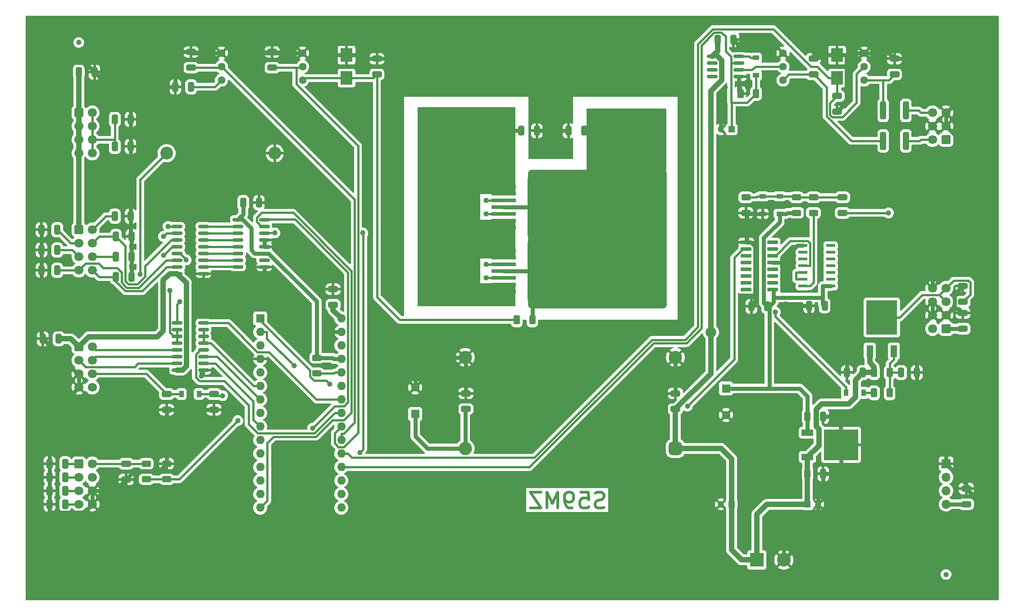
<source format=gbl>
G04 #@! TF.GenerationSoftware,KiCad,Pcbnew,7.0.9-7.0.9~ubuntu20.04.1*
G04 #@! TF.CreationDate,2023-12-17T18:48:25+01:00*
G04 #@! TF.ProjectId,linear_controller,6c696e65-6172-45f6-936f-6e74726f6c6c,1.0*
G04 #@! TF.SameCoordinates,Original*
G04 #@! TF.FileFunction,Copper,L2,Bot*
G04 #@! TF.FilePolarity,Positive*
%FSLAX46Y46*%
G04 Gerber Fmt 4.6, Leading zero omitted, Abs format (unit mm)*
G04 Created by KiCad (PCBNEW 7.0.9-7.0.9~ubuntu20.04.1) date 2023-12-17 18:48:25*
%MOMM*%
%LPD*%
G01*
G04 APERTURE LIST*
G04 Aperture macros list*
%AMRoundRect*
0 Rectangle with rounded corners*
0 $1 Rounding radius*
0 $2 $3 $4 $5 $6 $7 $8 $9 X,Y pos of 4 corners*
0 Add a 4 corners polygon primitive as box body*
4,1,4,$2,$3,$4,$5,$6,$7,$8,$9,$2,$3,0*
0 Add four circle primitives for the rounded corners*
1,1,$1+$1,$2,$3*
1,1,$1+$1,$4,$5*
1,1,$1+$1,$6,$7*
1,1,$1+$1,$8,$9*
0 Add four rect primitives between the rounded corners*
20,1,$1+$1,$2,$3,$4,$5,0*
20,1,$1+$1,$4,$5,$6,$7,0*
20,1,$1+$1,$6,$7,$8,$9,0*
20,1,$1+$1,$8,$9,$2,$3,0*%
G04 Aperture macros list end*
%ADD10C,0.500000*%
G04 #@! TA.AperFunction,NonConductor*
%ADD11C,0.500000*%
G04 #@! TD*
G04 #@! TA.AperFunction,ComponentPad*
%ADD12C,5.600000*%
G04 #@! TD*
G04 #@! TA.AperFunction,ComponentPad*
%ADD13C,1.440000*%
G04 #@! TD*
G04 #@! TA.AperFunction,ComponentPad*
%ADD14RoundRect,0.625000X0.625000X0.625000X-0.625000X0.625000X-0.625000X-0.625000X0.625000X-0.625000X0*%
G04 #@! TD*
G04 #@! TA.AperFunction,ComponentPad*
%ADD15C,2.500000*%
G04 #@! TD*
G04 #@! TA.AperFunction,ComponentPad*
%ADD16R,1.700000X1.700000*%
G04 #@! TD*
G04 #@! TA.AperFunction,ComponentPad*
%ADD17O,1.700000X1.700000*%
G04 #@! TD*
G04 #@! TA.AperFunction,ComponentPad*
%ADD18RoundRect,0.250000X0.600000X0.600000X-0.600000X0.600000X-0.600000X-0.600000X0.600000X-0.600000X0*%
G04 #@! TD*
G04 #@! TA.AperFunction,ComponentPad*
%ADD19C,1.700000*%
G04 #@! TD*
G04 #@! TA.AperFunction,ComponentPad*
%ADD20RoundRect,0.250000X-0.600000X-0.600000X0.600000X-0.600000X0.600000X0.600000X-0.600000X0.600000X0*%
G04 #@! TD*
G04 #@! TA.AperFunction,ComponentPad*
%ADD21R,1.200000X1.200000*%
G04 #@! TD*
G04 #@! TA.AperFunction,ComponentPad*
%ADD22C,1.200000*%
G04 #@! TD*
G04 #@! TA.AperFunction,ComponentPad*
%ADD23C,8.000000*%
G04 #@! TD*
G04 #@! TA.AperFunction,ComponentPad*
%ADD24R,8.000000X8.000000*%
G04 #@! TD*
G04 #@! TA.AperFunction,ComponentPad*
%ADD25R,1.600000X1.600000*%
G04 #@! TD*
G04 #@! TA.AperFunction,ComponentPad*
%ADD26C,1.600000*%
G04 #@! TD*
G04 #@! TA.AperFunction,ComponentPad*
%ADD27O,1.600000X1.600000*%
G04 #@! TD*
G04 #@! TA.AperFunction,ComponentPad*
%ADD28C,2.400000*%
G04 #@! TD*
G04 #@! TA.AperFunction,ComponentPad*
%ADD29O,2.400000X2.400000*%
G04 #@! TD*
G04 #@! TA.AperFunction,ComponentPad*
%ADD30R,2.600000X2.600000*%
G04 #@! TD*
G04 #@! TA.AperFunction,ComponentPad*
%ADD31C,2.600000*%
G04 #@! TD*
G04 #@! TA.AperFunction,SMDPad,CuDef*
%ADD32R,0.900000X1.200000*%
G04 #@! TD*
G04 #@! TA.AperFunction,SMDPad,CuDef*
%ADD33R,1.200000X0.900000*%
G04 #@! TD*
G04 #@! TA.AperFunction,SMDPad,CuDef*
%ADD34RoundRect,0.250000X-0.625000X0.312500X-0.625000X-0.312500X0.625000X-0.312500X0.625000X0.312500X0*%
G04 #@! TD*
G04 #@! TA.AperFunction,SMDPad,CuDef*
%ADD35RoundRect,0.250000X-0.312500X-0.625000X0.312500X-0.625000X0.312500X0.625000X-0.312500X0.625000X0*%
G04 #@! TD*
G04 #@! TA.AperFunction,SMDPad,CuDef*
%ADD36RoundRect,0.250000X-0.325000X-0.650000X0.325000X-0.650000X0.325000X0.650000X-0.325000X0.650000X0*%
G04 #@! TD*
G04 #@! TA.AperFunction,SMDPad,CuDef*
%ADD37RoundRect,0.150000X0.825000X0.150000X-0.825000X0.150000X-0.825000X-0.150000X0.825000X-0.150000X0*%
G04 #@! TD*
G04 #@! TA.AperFunction,SMDPad,CuDef*
%ADD38RoundRect,0.042000X-0.943000X-0.258000X0.943000X-0.258000X0.943000X0.258000X-0.943000X0.258000X0*%
G04 #@! TD*
G04 #@! TA.AperFunction,SMDPad,CuDef*
%ADD39R,2.300000X2.500000*%
G04 #@! TD*
G04 #@! TA.AperFunction,SMDPad,CuDef*
%ADD40RoundRect,0.250000X0.325000X0.650000X-0.325000X0.650000X-0.325000X-0.650000X0.325000X-0.650000X0*%
G04 #@! TD*
G04 #@! TA.AperFunction,SMDPad,CuDef*
%ADD41RoundRect,0.250000X0.312500X1.450000X-0.312500X1.450000X-0.312500X-1.450000X0.312500X-1.450000X0*%
G04 #@! TD*
G04 #@! TA.AperFunction,SMDPad,CuDef*
%ADD42RoundRect,0.250000X0.650000X-0.325000X0.650000X0.325000X-0.650000X0.325000X-0.650000X-0.325000X0*%
G04 #@! TD*
G04 #@! TA.AperFunction,SMDPad,CuDef*
%ADD43C,1.000000*%
G04 #@! TD*
G04 #@! TA.AperFunction,SMDPad,CuDef*
%ADD44RoundRect,0.250000X-0.650000X0.325000X-0.650000X-0.325000X0.650000X-0.325000X0.650000X0.325000X0*%
G04 #@! TD*
G04 #@! TA.AperFunction,SMDPad,CuDef*
%ADD45RoundRect,0.250000X0.312500X0.625000X-0.312500X0.625000X-0.312500X-0.625000X0.312500X-0.625000X0*%
G04 #@! TD*
G04 #@! TA.AperFunction,SMDPad,CuDef*
%ADD46R,2.200000X1.200000*%
G04 #@! TD*
G04 #@! TA.AperFunction,SMDPad,CuDef*
%ADD47R,6.400000X5.800000*%
G04 #@! TD*
G04 #@! TA.AperFunction,SMDPad,CuDef*
%ADD48R,1.200000X2.200000*%
G04 #@! TD*
G04 #@! TA.AperFunction,SMDPad,CuDef*
%ADD49R,5.800000X6.400000*%
G04 #@! TD*
G04 #@! TA.AperFunction,SMDPad,CuDef*
%ADD50RoundRect,0.250000X0.625000X-0.312500X0.625000X0.312500X-0.625000X0.312500X-0.625000X-0.312500X0*%
G04 #@! TD*
G04 #@! TA.AperFunction,SMDPad,CuDef*
%ADD51R,1.701800X0.533400*%
G04 #@! TD*
G04 #@! TA.AperFunction,SMDPad,CuDef*
%ADD52R,4.600000X0.800000*%
G04 #@! TD*
G04 #@! TA.AperFunction,SMDPad,CuDef*
%ADD53R,9.400000X10.800000*%
G04 #@! TD*
G04 #@! TA.AperFunction,ComponentPad*
%ADD54C,1.000000*%
G04 #@! TD*
G04 #@! TA.AperFunction,SMDPad,CuDef*
%ADD55RoundRect,0.500000X-12.500000X-12.500000X12.500000X-12.500000X12.500000X12.500000X-12.500000X12.500000X0*%
G04 #@! TD*
G04 #@! TA.AperFunction,ViaPad*
%ADD56C,1.000000*%
G04 #@! TD*
G04 #@! TA.AperFunction,ViaPad*
%ADD57C,2.000000*%
G04 #@! TD*
G04 #@! TA.AperFunction,Conductor*
%ADD58C,0.430000*%
G04 #@! TD*
G04 #@! TA.AperFunction,Conductor*
%ADD59C,0.800000*%
G04 #@! TD*
G04 #@! TA.AperFunction,Conductor*
%ADD60C,1.000000*%
G04 #@! TD*
G04 #@! TA.AperFunction,Conductor*
%ADD61C,0.780000*%
G04 #@! TD*
G04 APERTURE END LIST*
D10*
D11*
X158737142Y-132394000D02*
X158308571Y-132536857D01*
X158308571Y-132536857D02*
X157594285Y-132536857D01*
X157594285Y-132536857D02*
X157308571Y-132394000D01*
X157308571Y-132394000D02*
X157165713Y-132251142D01*
X157165713Y-132251142D02*
X157022856Y-131965428D01*
X157022856Y-131965428D02*
X157022856Y-131679714D01*
X157022856Y-131679714D02*
X157165713Y-131394000D01*
X157165713Y-131394000D02*
X157308571Y-131251142D01*
X157308571Y-131251142D02*
X157594285Y-131108285D01*
X157594285Y-131108285D02*
X158165713Y-130965428D01*
X158165713Y-130965428D02*
X158451428Y-130822571D01*
X158451428Y-130822571D02*
X158594285Y-130679714D01*
X158594285Y-130679714D02*
X158737142Y-130394000D01*
X158737142Y-130394000D02*
X158737142Y-130108285D01*
X158737142Y-130108285D02*
X158594285Y-129822571D01*
X158594285Y-129822571D02*
X158451428Y-129679714D01*
X158451428Y-129679714D02*
X158165713Y-129536857D01*
X158165713Y-129536857D02*
X157451428Y-129536857D01*
X157451428Y-129536857D02*
X157022856Y-129679714D01*
X154308570Y-129536857D02*
X155737142Y-129536857D01*
X155737142Y-129536857D02*
X155879999Y-130965428D01*
X155879999Y-130965428D02*
X155737142Y-130822571D01*
X155737142Y-130822571D02*
X155451428Y-130679714D01*
X155451428Y-130679714D02*
X154737142Y-130679714D01*
X154737142Y-130679714D02*
X154451428Y-130822571D01*
X154451428Y-130822571D02*
X154308570Y-130965428D01*
X154308570Y-130965428D02*
X154165713Y-131251142D01*
X154165713Y-131251142D02*
X154165713Y-131965428D01*
X154165713Y-131965428D02*
X154308570Y-132251142D01*
X154308570Y-132251142D02*
X154451428Y-132394000D01*
X154451428Y-132394000D02*
X154737142Y-132536857D01*
X154737142Y-132536857D02*
X155451428Y-132536857D01*
X155451428Y-132536857D02*
X155737142Y-132394000D01*
X155737142Y-132394000D02*
X155879999Y-132251142D01*
X152737142Y-132536857D02*
X152165713Y-132536857D01*
X152165713Y-132536857D02*
X151879999Y-132394000D01*
X151879999Y-132394000D02*
X151737142Y-132251142D01*
X151737142Y-132251142D02*
X151451427Y-131822571D01*
X151451427Y-131822571D02*
X151308570Y-131251142D01*
X151308570Y-131251142D02*
X151308570Y-130108285D01*
X151308570Y-130108285D02*
X151451427Y-129822571D01*
X151451427Y-129822571D02*
X151594285Y-129679714D01*
X151594285Y-129679714D02*
X151879999Y-129536857D01*
X151879999Y-129536857D02*
X152451427Y-129536857D01*
X152451427Y-129536857D02*
X152737142Y-129679714D01*
X152737142Y-129679714D02*
X152879999Y-129822571D01*
X152879999Y-129822571D02*
X153022856Y-130108285D01*
X153022856Y-130108285D02*
X153022856Y-130822571D01*
X153022856Y-130822571D02*
X152879999Y-131108285D01*
X152879999Y-131108285D02*
X152737142Y-131251142D01*
X152737142Y-131251142D02*
X152451427Y-131394000D01*
X152451427Y-131394000D02*
X151879999Y-131394000D01*
X151879999Y-131394000D02*
X151594285Y-131251142D01*
X151594285Y-131251142D02*
X151451427Y-131108285D01*
X151451427Y-131108285D02*
X151308570Y-130822571D01*
X150022856Y-132536857D02*
X150022856Y-129536857D01*
X150022856Y-129536857D02*
X149022856Y-131679714D01*
X149022856Y-131679714D02*
X148022856Y-129536857D01*
X148022856Y-129536857D02*
X148022856Y-132536857D01*
X146879999Y-129536857D02*
X144879999Y-129536857D01*
X144879999Y-129536857D02*
X146879999Y-132536857D01*
X146879999Y-132536857D02*
X144879999Y-132536857D01*
D12*
X54200000Y-145800000D03*
D13*
X102070000Y-52065000D03*
X102070000Y-49525000D03*
X102070000Y-46985000D03*
X86830000Y-52065000D03*
X86830000Y-49525000D03*
X86830000Y-46985000D03*
D14*
X172136500Y-121332500D03*
D15*
X172136500Y-104187500D03*
X132639500Y-104187500D03*
X132639500Y-121332500D03*
D16*
X223000000Y-124190000D03*
D17*
X223000000Y-126730000D03*
X223000000Y-129270000D03*
X223000000Y-131810000D03*
D13*
X192360000Y-52065000D03*
X192360000Y-49525000D03*
X192360000Y-46985000D03*
D18*
X223000000Y-63270000D03*
D19*
X220460000Y-63270000D03*
X223000000Y-60730000D03*
X220460000Y-60730000D03*
X223000000Y-58190000D03*
X220460000Y-58190000D03*
D20*
X60000000Y-80190000D03*
D19*
X62540000Y-80190000D03*
X60000000Y-82730000D03*
X62540000Y-82730000D03*
X60000000Y-85270000D03*
X62540000Y-85270000D03*
X60000000Y-87810000D03*
X62540000Y-87810000D03*
D21*
X182697600Y-131810000D03*
D22*
X180697600Y-131810000D03*
D23*
X166205000Y-50590000D03*
D24*
X166205000Y-61590000D03*
D21*
X196965000Y-131810000D03*
D22*
X198965000Y-131810000D03*
D25*
X123241500Y-114845200D03*
D26*
X123241500Y-109845200D03*
D20*
X60000000Y-58190000D03*
D19*
X62540000Y-58190000D03*
X60000000Y-60730000D03*
X62540000Y-60730000D03*
X60000000Y-63270000D03*
X62540000Y-63270000D03*
X60000000Y-65810000D03*
X62540000Y-65810000D03*
D12*
X54200000Y-44200000D03*
D20*
X60000000Y-124190000D03*
D19*
X62540000Y-124190000D03*
X60000000Y-126730000D03*
X62540000Y-126730000D03*
X60000000Y-129270000D03*
X62540000Y-129270000D03*
X60000000Y-131810000D03*
X62540000Y-131810000D03*
D25*
X94105000Y-96885000D03*
D27*
X94105000Y-99425000D03*
X94105000Y-101965000D03*
X94105000Y-104505000D03*
X94105000Y-107045000D03*
X94105000Y-109585000D03*
X94105000Y-112125000D03*
X94105000Y-114665000D03*
X94105000Y-117205000D03*
X94105000Y-119745000D03*
X94105000Y-122285000D03*
X94105000Y-124825000D03*
X94105000Y-127365000D03*
X94105000Y-129905000D03*
X94105000Y-132445000D03*
X109345000Y-132445000D03*
X109345000Y-129905000D03*
X109345000Y-127365000D03*
X109345000Y-124825000D03*
X109345000Y-122285000D03*
X109345000Y-119745000D03*
X109345000Y-117205000D03*
X109345000Y-114665000D03*
X109345000Y-112125000D03*
X109345000Y-109585000D03*
X109345000Y-107045000D03*
X109345000Y-104505000D03*
X109345000Y-101965000D03*
X109345000Y-99425000D03*
X109345000Y-96885000D03*
D12*
X228800000Y-145800000D03*
X228800000Y-44200000D03*
D23*
X137630000Y-50590000D03*
D24*
X137630000Y-61590000D03*
D21*
X182697600Y-61325000D03*
D22*
X180697600Y-61325000D03*
D13*
X207600000Y-52065000D03*
X207600000Y-49525000D03*
X207600000Y-46985000D03*
D28*
X76510000Y-65810000D03*
D29*
X96830000Y-65810000D03*
D20*
X60000000Y-102190000D03*
D19*
X62540000Y-102190000D03*
X60000000Y-104730000D03*
X62540000Y-104730000D03*
X60000000Y-107270000D03*
X62540000Y-107270000D03*
X60000000Y-109810000D03*
X62540000Y-109810000D03*
D30*
X187435000Y-142275000D03*
D31*
X192515000Y-142275000D03*
D25*
X181661500Y-110039800D03*
D26*
X181661500Y-115039800D03*
D18*
X223000000Y-98810000D03*
D19*
X220460000Y-98810000D03*
X223000000Y-96270000D03*
X220460000Y-96270000D03*
X223000000Y-93730000D03*
X220460000Y-93730000D03*
X223000000Y-91190000D03*
X220460000Y-91190000D03*
D32*
X79305000Y-111080000D03*
X82605000Y-111080000D03*
D33*
X187280000Y-51175000D03*
X187280000Y-47875000D03*
D34*
X104730000Y-104272500D03*
X104730000Y-107197500D03*
D35*
X209472500Y-107065000D03*
X212397500Y-107065000D03*
D36*
X90910000Y-75110000D03*
X93860000Y-75110000D03*
D37*
X83430000Y-79555000D03*
X83430000Y-80825000D03*
X83430000Y-82095000D03*
X83430000Y-83365000D03*
X83430000Y-84635000D03*
X83430000Y-85905000D03*
X83430000Y-87175000D03*
X83430000Y-88445000D03*
X78480000Y-88445000D03*
X78480000Y-87175000D03*
X78480000Y-85905000D03*
X78480000Y-84635000D03*
X78480000Y-83365000D03*
X78480000Y-82095000D03*
X78480000Y-80825000D03*
X78480000Y-79555000D03*
D38*
X185440000Y-91435000D03*
X185440000Y-90165000D03*
X185440000Y-88895000D03*
X185440000Y-87625000D03*
X185440000Y-86355000D03*
X185440000Y-85085000D03*
X185440000Y-83815000D03*
X185440000Y-82545000D03*
X190390000Y-82545000D03*
X190390000Y-83815000D03*
X190390000Y-85085000D03*
X190390000Y-86355000D03*
X190390000Y-87625000D03*
X190390000Y-88895000D03*
X190390000Y-90165000D03*
X190390000Y-91435000D03*
D39*
X202520000Y-51675000D03*
X202520000Y-47375000D03*
D36*
X60000000Y-50570000D03*
X62950000Y-50570000D03*
D40*
X57460000Y-131810000D03*
X54510000Y-131810000D03*
D34*
X198075000Y-74097500D03*
X198075000Y-77022500D03*
D41*
X215452500Y-63495000D03*
X211177500Y-63495000D03*
D33*
X188550000Y-73910000D03*
X188550000Y-77210000D03*
D40*
X57460000Y-126730000D03*
X54510000Y-126730000D03*
D42*
X132766500Y-113917500D03*
X132766500Y-110967500D03*
D43*
X223000000Y-145000000D03*
D42*
X96355000Y-49730000D03*
X96355000Y-46780000D03*
D32*
X204205000Y-110875000D03*
X207505000Y-110875000D03*
D40*
X189385000Y-94610000D03*
X186435000Y-94610000D03*
D36*
X66780000Y-64540000D03*
X69730000Y-64540000D03*
D42*
X81115000Y-49730000D03*
X81115000Y-46780000D03*
X226175000Y-98810000D03*
X226175000Y-95860000D03*
D36*
X143140000Y-61590000D03*
X146090000Y-61590000D03*
X66780000Y-59460000D03*
X69730000Y-59460000D03*
D42*
X172136500Y-113917500D03*
X172136500Y-110967500D03*
D40*
X81115000Y-53335000D03*
X78165000Y-53335000D03*
D36*
X214540000Y-107065000D03*
X217490000Y-107065000D03*
X66985000Y-85270000D03*
X69935000Y-85270000D03*
X180090000Y-44445000D03*
X183040000Y-44445000D03*
D40*
X55965000Y-80190000D03*
X53015000Y-80190000D03*
D33*
X191725000Y-77210000D03*
X191725000Y-73910000D03*
D42*
X198075000Y-51000000D03*
X198075000Y-48050000D03*
D36*
X66985000Y-81460000D03*
X69935000Y-81460000D03*
D44*
X76510000Y-111080000D03*
X76510000Y-114030000D03*
D40*
X207330000Y-107065000D03*
X204380000Y-107065000D03*
D45*
X187280000Y-54605000D03*
X184355000Y-54605000D03*
D34*
X72700000Y-124190000D03*
X72700000Y-127115000D03*
D41*
X215452500Y-57780000D03*
X211177500Y-57780000D03*
D46*
X196965000Y-122920000D03*
D47*
X203265000Y-120640000D03*
D46*
X196965000Y-118360000D03*
D48*
X213215000Y-103010000D03*
D49*
X210935000Y-96710000D03*
D48*
X208655000Y-103010000D03*
D37*
X94860000Y-78285000D03*
X94860000Y-79555000D03*
X94860000Y-80825000D03*
X94860000Y-82095000D03*
X94860000Y-83365000D03*
X94860000Y-84635000D03*
X94860000Y-85905000D03*
X94860000Y-87175000D03*
X89910000Y-87175000D03*
X89910000Y-85905000D03*
X89910000Y-84635000D03*
X89910000Y-83365000D03*
X89910000Y-82095000D03*
X89910000Y-80825000D03*
X89910000Y-79555000D03*
X89910000Y-78285000D03*
D42*
X107785000Y-94325000D03*
X107785000Y-91375000D03*
X213315000Y-51000000D03*
X213315000Y-48050000D03*
D40*
X200185000Y-94490000D03*
X197235000Y-94490000D03*
X154980000Y-61590000D03*
X152030000Y-61590000D03*
D50*
X76510000Y-127115000D03*
X76510000Y-124190000D03*
D42*
X203530000Y-77035000D03*
X203530000Y-74085000D03*
D51*
X196119200Y-90800000D03*
X196119200Y-89530000D03*
X196119200Y-88260000D03*
X196119200Y-86990000D03*
X196119200Y-85720000D03*
X196119200Y-84450000D03*
X196119200Y-83180000D03*
X201300800Y-83180000D03*
X201300800Y-84450000D03*
X201300800Y-85720000D03*
X201300800Y-86990000D03*
X201300800Y-88260000D03*
X201300800Y-89530000D03*
X201300800Y-90800000D03*
D44*
X202520000Y-55035000D03*
X202520000Y-57985000D03*
D45*
X145250000Y-97150000D03*
X142325000Y-97150000D03*
D36*
X66985000Y-89080000D03*
X69935000Y-89080000D03*
X196965000Y-126095000D03*
X199915000Y-126095000D03*
D50*
X194900000Y-77022500D03*
X194900000Y-74097500D03*
D40*
X55965000Y-87810000D03*
X53015000Y-87810000D03*
D42*
X116040000Y-51000000D03*
X116040000Y-48050000D03*
D40*
X57460000Y-129270000D03*
X54510000Y-129270000D03*
D52*
X139820000Y-79770000D03*
X139820000Y-78500000D03*
X139820000Y-77230000D03*
X139820000Y-75960000D03*
D53*
X148970000Y-75960000D03*
D52*
X139820000Y-74690000D03*
X139820000Y-73420000D03*
X139820000Y-72150000D03*
D54*
X146040000Y-70530000D03*
X146040000Y-73070000D03*
X146040000Y-75610000D03*
X146040000Y-78150000D03*
X146040000Y-80690000D03*
X146040000Y-83230000D03*
X146040000Y-85770000D03*
X146040000Y-88310000D03*
X146040000Y-90850000D03*
X146040000Y-93390000D03*
X148580000Y-70530000D03*
X148580000Y-73070000D03*
X148580000Y-75610000D03*
X148580000Y-78150000D03*
X148580000Y-80690000D03*
X148580000Y-83230000D03*
X148580000Y-85770000D03*
X148580000Y-88310000D03*
X148580000Y-90850000D03*
X148580000Y-93390000D03*
X151120000Y-70530000D03*
X151120000Y-73070000D03*
X151120000Y-75610000D03*
X151120000Y-78150000D03*
X151120000Y-80690000D03*
X151120000Y-83230000D03*
X151120000Y-85770000D03*
X151120000Y-88310000D03*
X151120000Y-90850000D03*
X151120000Y-93390000D03*
X153660000Y-70530000D03*
X153660000Y-73070000D03*
X153660000Y-75610000D03*
X153660000Y-78150000D03*
X153660000Y-80690000D03*
X153660000Y-83230000D03*
X153660000Y-85770000D03*
X153660000Y-88310000D03*
X153660000Y-90850000D03*
X153660000Y-93390000D03*
X156200000Y-70530000D03*
X156200000Y-73070000D03*
X156200000Y-75610000D03*
X156200000Y-78150000D03*
X156200000Y-80690000D03*
X156200000Y-83230000D03*
X156200000Y-85770000D03*
X156200000Y-88310000D03*
X156200000Y-90850000D03*
X156200000Y-93390000D03*
D55*
X157470000Y-81960000D03*
D54*
X158740000Y-70530000D03*
X158740000Y-73070000D03*
X158740000Y-75610000D03*
X158740000Y-78150000D03*
X158740000Y-80690000D03*
X158740000Y-83230000D03*
X158740000Y-85770000D03*
X158740000Y-88310000D03*
X158740000Y-90850000D03*
X158740000Y-93390000D03*
X161280000Y-70530000D03*
X161280000Y-73070000D03*
X161280000Y-75610000D03*
X161280000Y-78150000D03*
X161280000Y-80690000D03*
X161280000Y-83230000D03*
X161280000Y-85770000D03*
X161280000Y-88310000D03*
X161280000Y-90850000D03*
X161280000Y-93390000D03*
X163820000Y-70530000D03*
X163820000Y-73070000D03*
X163820000Y-75610000D03*
X163820000Y-78150000D03*
X163820000Y-80690000D03*
X163820000Y-83230000D03*
X163820000Y-85770000D03*
X163820000Y-88310000D03*
X163820000Y-90850000D03*
X163820000Y-93390000D03*
X166360000Y-70530000D03*
X166360000Y-73070000D03*
X166360000Y-75610000D03*
X166360000Y-78150000D03*
X166360000Y-80690000D03*
X166360000Y-83230000D03*
X166360000Y-85770000D03*
X166360000Y-88310000D03*
X166360000Y-90850000D03*
X166360000Y-93390000D03*
X168900000Y-70530000D03*
X168900000Y-73070000D03*
X168900000Y-75610000D03*
X168900000Y-78150000D03*
X168900000Y-80690000D03*
X168900000Y-83230000D03*
X168900000Y-85770000D03*
X168900000Y-88310000D03*
X168900000Y-90850000D03*
X168900000Y-93390000D03*
D40*
X57460000Y-124190000D03*
X54510000Y-124190000D03*
D44*
X85400000Y-111080000D03*
X85400000Y-114030000D03*
X68890000Y-124190000D03*
X68890000Y-127140000D03*
D42*
X226175000Y-93730000D03*
X226175000Y-90780000D03*
D37*
X184040000Y-47620000D03*
X184040000Y-48890000D03*
X184040000Y-50160000D03*
X184040000Y-51430000D03*
X179090000Y-51430000D03*
X179090000Y-50160000D03*
X179090000Y-48890000D03*
X179090000Y-47620000D03*
D40*
X55965000Y-84000000D03*
X53015000Y-84000000D03*
X56200000Y-100715000D03*
X53250000Y-100715000D03*
D34*
X185375000Y-74097500D03*
X185375000Y-77022500D03*
D36*
X66780000Y-77650000D03*
X69730000Y-77650000D03*
D45*
X212397500Y-110875000D03*
X209472500Y-110875000D03*
D42*
X226810000Y-131810000D03*
X226810000Y-128860000D03*
D39*
X110325000Y-51675000D03*
X110325000Y-47375000D03*
D43*
X60000000Y-45000000D03*
D36*
X196965000Y-115300000D03*
X199915000Y-115300000D03*
D52*
X139820000Y-91770000D03*
X139820000Y-90500000D03*
X139820000Y-89230000D03*
X139820000Y-87960000D03*
D53*
X148970000Y-87960000D03*
D52*
X139820000Y-86690000D03*
X139820000Y-85420000D03*
X139820000Y-84150000D03*
D37*
X83430000Y-97745000D03*
X83430000Y-99015000D03*
X83430000Y-100285000D03*
X83430000Y-101555000D03*
X83430000Y-102825000D03*
X83430000Y-104095000D03*
X83430000Y-105365000D03*
X83430000Y-106635000D03*
X78480000Y-106635000D03*
X78480000Y-105365000D03*
X78480000Y-104095000D03*
X78480000Y-102825000D03*
X78480000Y-101555000D03*
X78480000Y-100285000D03*
X78480000Y-99015000D03*
X78480000Y-97745000D03*
D56*
X107162500Y-109227500D03*
X100455000Y-105775000D03*
X150330000Y-61590000D03*
X193002000Y-102756000D03*
X80304500Y-88340300D03*
X184607000Y-94145000D03*
X183858500Y-46273200D03*
X172136000Y-108796000D03*
X116675000Y-100680500D03*
X80698900Y-107850400D03*
X181512700Y-53402700D03*
X96990000Y-82690000D03*
X92305100Y-87160000D03*
X69935000Y-86991400D03*
X105245000Y-90945000D03*
X222354300Y-77098200D03*
X198134100Y-46759100D03*
X83078800Y-107703600D03*
X106837500Y-99690000D03*
X197235000Y-96630000D03*
X194005000Y-84239000D03*
X198590000Y-109614000D03*
X191141500Y-134144500D03*
X183083000Y-82588000D03*
X184040000Y-52729800D03*
X97762600Y-99422400D03*
X147790000Y-61590000D03*
X203215000Y-115300000D03*
X94745600Y-46985000D03*
X108302700Y-46985000D03*
X192862000Y-94182700D03*
X174361500Y-113395000D03*
X113398900Y-80810000D03*
X112838700Y-122083300D03*
X96850000Y-80810000D03*
X103960150Y-117526550D03*
X89892500Y-116098900D03*
X87039700Y-111404600D03*
D57*
X178806000Y-99486000D03*
D56*
X136595000Y-86690000D03*
X136595000Y-74690000D03*
X212179000Y-77035000D03*
X71547900Y-88594900D03*
X77089000Y-91602300D03*
X76792700Y-79594500D03*
X80191800Y-85897100D03*
X75931500Y-81460000D03*
X75909600Y-84981800D03*
X78961000Y-93725700D03*
X136595000Y-77230000D03*
X190897600Y-95664400D03*
X136595000Y-89230000D03*
D58*
X103440000Y-107785452D02*
X103440000Y-106604400D01*
X94105000Y-97269400D02*
X94105000Y-96885000D01*
X104234548Y-108580000D02*
X103440000Y-107785452D01*
X103440000Y-106604400D02*
X94105000Y-97269400D01*
X107162500Y-109227500D02*
X106515000Y-108580000D01*
X106515000Y-108580000D02*
X104234548Y-108580000D01*
X94105000Y-99425000D02*
X95335000Y-99425000D01*
X95335000Y-99425000D02*
X95335000Y-100655000D01*
X95335000Y-100655000D02*
X100455000Y-105775000D01*
D59*
X83430000Y-106635000D02*
X83078800Y-106986200D01*
X223000000Y-60730000D02*
X223000000Y-58190000D01*
X53015000Y-87810000D02*
X53015000Y-84000000D01*
X69935000Y-89080000D02*
X69935000Y-86991400D01*
X132766000Y-107641000D02*
X132766500Y-107641500D01*
X54510000Y-133334800D02*
X54510000Y-131810000D01*
X66760000Y-129270000D02*
X68890000Y-127140000D01*
X213315000Y-48050000D02*
X221050000Y-48050000D01*
X80409200Y-88445000D02*
X80304500Y-88340300D01*
X185562500Y-77210000D02*
X185375000Y-77022500D01*
X110325000Y-47375000D02*
X112090000Y-47375000D01*
X119132400Y-100680500D02*
X124083800Y-105631900D01*
X223000000Y-122725000D02*
X217490000Y-117215000D01*
X185562500Y-82545000D02*
X186332100Y-82545000D01*
X203215000Y-115300000D02*
X215682900Y-115300000D01*
X69935000Y-85270000D02*
X69935000Y-81460000D01*
X185562500Y-82545000D02*
X185562500Y-77210000D01*
X73745000Y-53335000D02*
X69730000Y-57350000D01*
X204380000Y-107065000D02*
X204380000Y-104647000D01*
X224218700Y-95051300D02*
X224651200Y-95051300D01*
X54510000Y-115300000D02*
X60000000Y-109810000D01*
X78810000Y-46780000D02*
X78165000Y-47425000D01*
X197235000Y-97502000D02*
X197235000Y-96630000D01*
X81115000Y-46780000D02*
X78810000Y-46780000D01*
X96355000Y-46780000D02*
X96150000Y-46985000D01*
X207600000Y-46985000D02*
X212250000Y-46985000D01*
X190390000Y-86355000D02*
X191889000Y-86355000D01*
X196119200Y-83180000D02*
X195064000Y-83180000D01*
X203265000Y-124636000D02*
X201806000Y-126095000D01*
X123241800Y-109845200D02*
X123242000Y-109845000D01*
X201806000Y-126095000D02*
X199915000Y-126095000D01*
X225006000Y-56274000D02*
X225006000Y-52006000D01*
X193169300Y-94490000D02*
X197235000Y-94490000D01*
X78165000Y-47425000D02*
X78165000Y-53335000D01*
X75047500Y-125652500D02*
X76510000Y-124190000D01*
X69730000Y-81255000D02*
X69730000Y-77650000D01*
X203095000Y-115300000D02*
X199915000Y-115300000D01*
X217490000Y-99240000D02*
X220460000Y-96270000D01*
X132766000Y-107641000D02*
X132766000Y-104314000D01*
X116040000Y-48050000D02*
X118356400Y-48050000D01*
X225006000Y-56274000D02*
X223090000Y-58190000D01*
X222354300Y-74165700D02*
X225768000Y-70752000D01*
X226810000Y-128860000D02*
X226810000Y-128000000D01*
X220460000Y-91190000D02*
X220460000Y-78992500D01*
X106837500Y-99690000D02*
X107102500Y-99425000D01*
X204380000Y-104647000D02*
X197235000Y-97502000D01*
X132639500Y-104187500D02*
X132640000Y-104188000D01*
X54510000Y-131810000D02*
X54510000Y-129270000D01*
X94860000Y-83365000D02*
X95638100Y-83365000D01*
X123241500Y-109845200D02*
X123241800Y-109845200D01*
X221050000Y-48050000D02*
X223000000Y-50000000D01*
X132766500Y-107641500D02*
X132766500Y-110967500D01*
X203215000Y-120590000D02*
X203265000Y-120640000D01*
X204675000Y-46985000D02*
X204285000Y-47375000D01*
X94860000Y-89615000D02*
X97762600Y-92517600D01*
X203215000Y-115300000D02*
X203215000Y-120590000D01*
X220460000Y-96270000D02*
X220460000Y-93730000D01*
X172136500Y-110967500D02*
X172136500Y-108796500D01*
X60000000Y-107270000D02*
X59805000Y-107270000D01*
X78165000Y-53335000D02*
X73745000Y-53335000D01*
X132766000Y-104314000D02*
X132640000Y-104188000D01*
X94860000Y-82095000D02*
X94860000Y-83365000D01*
X80698900Y-107850400D02*
X80698900Y-114030000D01*
X54510000Y-124190000D02*
X54510000Y-115300000D01*
X186332100Y-82545000D02*
X187070500Y-83283400D01*
X225768000Y-70752000D02*
X225768000Y-63498000D01*
X225768000Y-63498000D02*
X223000000Y-60730000D01*
X62540000Y-129270000D02*
X62540000Y-131810000D01*
X54510000Y-126730000D02*
X54510000Y-124190000D01*
X147790000Y-61590000D02*
X146090000Y-61590000D01*
X207600000Y-46985000D02*
X204675000Y-46985000D01*
X198965000Y-135825000D02*
X192515000Y-142275000D01*
X172136500Y-108796500D02*
X172136000Y-108796000D01*
X61015200Y-133334800D02*
X54510000Y-133334800D01*
X54200000Y-145800000D02*
X54510000Y-145490000D01*
X116040000Y-48050000D02*
X112765000Y-48050000D01*
X222354300Y-77098200D02*
X222354300Y-74165700D01*
X185440000Y-82545000D02*
X185562500Y-82545000D01*
X69935000Y-81460000D02*
X69730000Y-81255000D01*
X188550000Y-77210000D02*
X185562500Y-77210000D01*
X217490000Y-107065000D02*
X217490000Y-99240000D01*
X191889000Y-86355000D02*
X194005000Y-84239000D01*
X195064000Y-83180000D02*
X194005000Y-84239000D01*
X187070500Y-83283400D02*
X187070500Y-90455900D01*
X224651200Y-95051300D02*
X224651200Y-92303800D01*
X102070000Y-46985000D02*
X96560000Y-46985000D01*
X70377500Y-125652500D02*
X75047500Y-125652500D01*
X76510000Y-114030000D02*
X76510000Y-124190000D01*
X204285000Y-56220000D02*
X202520000Y-57985000D01*
X180697600Y-54217800D02*
X180697600Y-61325000D01*
X203265000Y-120640000D02*
X203265000Y-124636000D01*
X226810000Y-128860000D02*
X228800000Y-130850000D01*
X223090000Y-58190000D02*
X223000000Y-58190000D01*
X80698900Y-114030000D02*
X76510000Y-114030000D01*
X69935000Y-86991400D02*
X69935000Y-85270000D01*
X198750000Y-47375000D02*
X198075000Y-48050000D01*
X225006000Y-52006000D02*
X223000000Y-50000000D01*
X110325000Y-47375000D02*
X108560000Y-47375000D01*
X203095000Y-115300000D02*
X203215000Y-115300000D01*
X215682900Y-115300000D02*
X217490000Y-113492900D01*
X228800000Y-130850000D02*
X228800000Y-145800000D01*
X124083800Y-105631900D02*
X123242000Y-106474000D01*
X69730000Y-57350000D02*
X69730000Y-59460000D01*
X212250000Y-46985000D02*
X213315000Y-48050000D01*
X54510000Y-145490000D02*
X54510000Y-133334800D01*
X112765000Y-48050000D02*
X112090000Y-47375000D01*
X217490000Y-113492900D02*
X217490000Y-107065000D01*
X226810000Y-128000000D02*
X223000000Y-124190000D01*
X53015000Y-100480000D02*
X53015000Y-87810000D01*
X203402500Y-47375000D02*
X204285000Y-47375000D01*
X108560000Y-47242300D02*
X108302700Y-46985000D01*
X81320000Y-46985000D02*
X81115000Y-46780000D01*
X116675000Y-100680500D02*
X119132400Y-100680500D01*
X54510000Y-126730000D02*
X54510000Y-129270000D01*
X125845000Y-103870000D02*
X124083800Y-105631900D01*
X203402500Y-47375000D02*
X202520000Y-47375000D01*
X199915000Y-128494000D02*
X198965000Y-129444000D01*
X197235000Y-96630000D02*
X197235000Y-94490000D01*
X69730000Y-77650000D02*
X69730000Y-64540000D01*
X172136000Y-108796000D02*
X172136000Y-104188000D01*
X217490000Y-117215000D02*
X217490000Y-113492900D01*
X108560000Y-47375000D02*
X108560000Y-47242300D01*
X123242000Y-106474000D02*
X123242000Y-109845000D01*
X184040000Y-54290000D02*
X184040000Y-52729800D01*
X120896400Y-50590000D02*
X118356400Y-48050000D01*
X172136000Y-104188000D02*
X172136500Y-104187500D01*
X220460000Y-78992500D02*
X222354300Y-77098200D01*
X184355000Y-54605000D02*
X184040000Y-54290000D01*
X86830000Y-46985000D02*
X81320000Y-46985000D01*
X83078800Y-106986200D02*
X83078800Y-107703600D01*
X94860000Y-87175000D02*
X94860000Y-89615000D01*
X224651200Y-95051300D02*
X225366300Y-95051300D01*
X181512700Y-53402700D02*
X180697600Y-54217800D01*
X62950000Y-50570000D02*
X69730000Y-57350000D01*
X132766000Y-110968000D02*
X132766000Y-107641000D01*
X56580000Y-44200000D02*
X62950000Y-50570000D01*
X85400000Y-114030000D02*
X80698900Y-114030000D01*
X223000000Y-124190000D02*
X223000000Y-122725000D01*
X96560000Y-46985000D02*
X96355000Y-46780000D01*
X192862000Y-94182700D02*
X193169300Y-94490000D01*
X225366300Y-95051300D02*
X226175000Y-95860000D01*
X62540000Y-129270000D02*
X66760000Y-129270000D01*
X96150000Y-46985000D02*
X94745600Y-46985000D01*
X53015000Y-80190000D02*
X53015000Y-84000000D01*
X183040000Y-44445000D02*
X183858500Y-45263500D01*
X54200000Y-44200000D02*
X56580000Y-44200000D01*
X59805000Y-107270000D02*
X53250000Y-100715000D01*
X187070500Y-93974500D02*
X186435000Y-94610000D01*
X204285000Y-47375000D02*
X204285000Y-56220000D01*
X60000000Y-107270000D02*
X60000000Y-109810000D01*
X199915000Y-126095000D02*
X199915000Y-128494000D01*
X192515000Y-135518000D02*
X191141500Y-134144500D01*
X137630000Y-50590000D02*
X120896400Y-50590000D01*
X198965000Y-129444000D02*
X198965000Y-131810000D01*
X68890000Y-127140000D02*
X70377500Y-125652500D01*
X198750000Y-47375000D02*
X198134100Y-46759100D01*
X202520000Y-47375000D02*
X198750000Y-47375000D01*
X183858500Y-45263500D02*
X183858500Y-46273200D01*
X198965000Y-131810000D02*
X198965000Y-135825000D01*
X192515000Y-142275000D02*
X192515000Y-135518000D01*
X62540000Y-131810000D02*
X61015200Y-133334800D01*
X132640000Y-104188000D02*
X126162000Y-104188000D01*
X228800000Y-44200000D02*
X223000000Y-50000000D01*
X184040000Y-52729800D02*
X184040000Y-51430000D01*
X53250000Y-100715000D02*
X53015000Y-100480000D01*
X150330000Y-61590000D02*
X152030000Y-61590000D01*
X223000000Y-96270000D02*
X224218700Y-95051300D01*
X107102500Y-99425000D02*
X109345000Y-99425000D01*
X69730000Y-64540000D02*
X69730000Y-59460000D01*
X224651200Y-92303800D02*
X226175000Y-90780000D01*
X97762600Y-92517600D02*
X97762600Y-99422400D01*
X126162000Y-104188000D02*
X125845000Y-103870000D01*
X187070500Y-90455900D02*
X187070500Y-93974500D01*
D58*
X83430000Y-101555000D02*
X84845000Y-101555000D01*
X94105000Y-109585000D02*
X92875000Y-109585000D01*
X84845000Y-101555000D02*
X92875000Y-109585000D01*
X83430000Y-100285000D02*
X83430000Y-99015000D01*
X83430000Y-101555000D02*
X83430000Y-100285000D01*
X86010000Y-104095000D02*
X94040000Y-112125000D01*
X94040000Y-112125000D02*
X94105000Y-112125000D01*
X83430000Y-104095000D02*
X86010000Y-104095000D01*
X185440000Y-83815000D02*
X184827200Y-83815000D01*
X183174900Y-104581700D02*
X183174800Y-104581700D01*
X184827200Y-83815000D02*
X183174900Y-85467300D01*
X183174900Y-85467300D02*
X183174900Y-104581700D01*
X183174800Y-104581700D02*
X174361500Y-113395000D01*
X83430000Y-105365000D02*
X85692500Y-105365000D01*
X92780400Y-115880400D02*
X94105000Y-117205000D01*
X92780400Y-112452900D02*
X92780400Y-115880400D01*
X85692500Y-105365000D02*
X92780400Y-112452900D01*
X57460000Y-124190000D02*
X60000000Y-124190000D01*
X57460000Y-126730000D02*
X60000000Y-126730000D01*
X57460000Y-129270000D02*
X60000000Y-129270000D01*
X57460000Y-131810000D02*
X60000000Y-131810000D01*
X113398900Y-80810000D02*
X113449300Y-80860400D01*
X96850000Y-80810000D02*
X94875000Y-80810000D01*
X94875000Y-80810000D02*
X94860000Y-80825000D01*
X113449300Y-121472700D02*
X112838700Y-122083300D01*
X113449300Y-80860400D02*
X113449300Y-121472700D01*
X96625000Y-119105000D02*
X104565955Y-119105000D01*
X95429600Y-131120400D02*
X95429600Y-120300400D01*
X111223800Y-87942846D02*
X100280954Y-77000000D01*
X107683554Y-115987400D02*
X109792900Y-115987400D01*
X93470000Y-77900969D02*
X93470000Y-78691100D01*
X93470000Y-78691100D02*
X94333900Y-79555000D01*
X100280954Y-77000000D02*
X94370969Y-77000000D01*
X95429600Y-120300400D02*
X96625000Y-119105000D01*
X94105000Y-132445000D02*
X95429600Y-131120400D01*
X94333900Y-79555000D02*
X94860000Y-79555000D01*
X109792900Y-115987400D02*
X111223800Y-114556500D01*
X104565955Y-119105000D02*
X107683554Y-115987400D01*
X111223800Y-114556500D02*
X111223800Y-87942846D01*
X94370969Y-77000000D02*
X93470000Y-77900969D01*
X109868200Y-113340400D02*
X110593500Y-112615100D01*
X110593500Y-88203500D02*
X100660000Y-78270000D01*
X110593500Y-112615100D02*
X110593500Y-88203500D01*
X100660000Y-78270000D02*
X94875000Y-78270000D01*
X108146300Y-113340400D02*
X109868200Y-113340400D01*
X103960150Y-117526550D02*
X108146300Y-113340400D01*
X94875000Y-78270000D02*
X94860000Y-78285000D01*
X109345000Y-118515000D02*
X109798300Y-118515000D01*
X111854100Y-74549100D02*
X86830000Y-49525000D01*
X81115000Y-49730000D02*
X86625000Y-49730000D01*
X86625000Y-49730000D02*
X86830000Y-49525000D01*
X111854100Y-116459200D02*
X111854100Y-74549100D01*
X109345000Y-119745000D02*
X109345000Y-118515000D01*
X109798300Y-118515000D02*
X111854100Y-116459200D01*
X108115000Y-118435000D02*
X108115000Y-120330000D01*
X109345000Y-117205000D02*
X108115000Y-118435000D01*
X101865000Y-49730000D02*
X102070000Y-49525000D01*
X108828900Y-121043900D02*
X109799600Y-121043900D01*
X96355000Y-49730000D02*
X100890300Y-49730000D01*
X112484400Y-118359100D02*
X112484400Y-64419800D01*
X109799600Y-121043900D02*
X112484400Y-118359100D01*
X100890300Y-52825700D02*
X100890300Y-49730000D01*
X108115000Y-120330000D02*
X108828900Y-121043900D01*
X100890300Y-49730000D02*
X101865000Y-49730000D01*
X112484400Y-64419800D02*
X100890300Y-52825700D01*
X82004300Y-103677500D02*
X82856800Y-102825000D01*
X91910000Y-116728270D02*
X91910000Y-113170000D01*
X82856800Y-102825000D02*
X83430000Y-102825000D01*
X109345000Y-114665000D02*
X108115000Y-114665000D01*
X93656730Y-118475000D02*
X91910000Y-116728270D01*
X82668200Y-108634400D02*
X82004300Y-107970500D01*
X91910000Y-113170000D02*
X87374400Y-108634400D01*
X87374400Y-108634400D02*
X82668200Y-108634400D01*
X108115000Y-114665000D02*
X104305000Y-118475000D01*
X82004300Y-107970500D02*
X82004300Y-103677500D01*
X104305000Y-118475000D02*
X93656730Y-118475000D01*
X93584600Y-103235000D02*
X95789100Y-103235000D01*
X88094600Y-97745000D02*
X93584600Y-103235000D01*
X104679100Y-112125000D02*
X109345000Y-112125000D01*
X83430000Y-97745000D02*
X88094600Y-97745000D01*
X95789100Y-103235000D02*
X104679100Y-112125000D01*
X72700000Y-127115000D02*
X76510000Y-127115000D01*
X76510000Y-127115000D02*
X78876400Y-127115000D01*
X78876400Y-127115000D02*
X89892500Y-116098900D01*
X85724600Y-111404600D02*
X85400000Y-111080000D01*
X107962500Y-107197500D02*
X108115000Y-107045000D01*
X104730000Y-107197500D02*
X107962500Y-107197500D01*
X87039700Y-111404600D02*
X85724600Y-111404600D01*
X82605000Y-111080000D02*
X85400000Y-111080000D01*
X109345000Y-107045000D02*
X108115000Y-107045000D01*
D59*
X90347500Y-77847500D02*
X92405000Y-79905000D01*
X104730000Y-104272500D02*
X107697500Y-104272500D01*
X104730000Y-93668100D02*
X95696900Y-84635000D01*
X93055000Y-84635000D02*
X94860000Y-84635000D01*
X89910000Y-78285000D02*
X90347500Y-77847500D01*
X95696900Y-84635000D02*
X94860000Y-84635000D01*
X90910000Y-77285000D02*
X90910000Y-75110000D01*
X92405000Y-83985000D02*
X93055000Y-84635000D01*
X104730000Y-104272500D02*
X104730000Y-93668100D01*
X109345000Y-104505000D02*
X107930000Y-104505000D01*
X226175000Y-98810000D02*
X223000000Y-98810000D01*
X90347500Y-77847500D02*
X90910000Y-77285000D01*
X107697500Y-104272500D02*
X107930000Y-104505000D01*
X92405000Y-79905000D02*
X92405000Y-83985000D01*
D60*
X178806000Y-54069000D02*
X180819500Y-52055500D01*
X60000000Y-50570000D02*
X60000000Y-58190000D01*
X196965000Y-122920000D02*
X199098000Y-120787000D01*
X107785000Y-94325000D02*
X107785000Y-95325000D01*
X180819500Y-48349500D02*
X179590000Y-47120000D01*
X207330000Y-107065000D02*
X209472500Y-107065000D01*
X78480000Y-88445000D02*
X77120000Y-88445000D01*
X178806000Y-99486000D02*
X178806000Y-107248000D01*
X60000000Y-63270000D02*
X60000000Y-65810000D01*
X199666249Y-112916000D02*
X204686000Y-112916000D01*
X80217300Y-105878700D02*
X79461000Y-106635000D01*
X75889000Y-89676000D02*
X75889000Y-99201000D01*
X189345000Y-131810000D02*
X196965000Y-131810000D01*
X182697600Y-131830100D02*
X182697600Y-131810000D01*
X60000000Y-60730000D02*
X60000000Y-58190000D01*
X182698000Y-131830500D02*
X182698000Y-123258000D01*
X172137000Y-121332000D02*
X172136500Y-121332500D01*
X196965000Y-122920000D02*
X196965000Y-126095000D01*
X187435000Y-142275000D02*
X184570000Y-142275000D01*
X178806000Y-99486000D02*
X178806000Y-54069000D01*
X58525000Y-100715000D02*
X60000000Y-102190000D01*
X208655000Y-105201000D02*
X208655000Y-103010000D01*
X199098000Y-117664497D02*
X198590000Y-117156497D01*
X172136500Y-113917500D02*
X172136000Y-113918000D01*
X205956000Y-111646000D02*
X205956000Y-108439000D01*
X61865000Y-100325000D02*
X60000000Y-102190000D01*
X209472500Y-106018500D02*
X208655000Y-105201000D01*
X178806000Y-107248000D02*
X172136500Y-113917500D01*
X74765000Y-100325000D02*
X61865000Y-100325000D01*
X172137000Y-121332000D02*
X172136000Y-121332000D01*
X182698000Y-123258000D02*
X180772000Y-121332000D01*
X172136000Y-121332000D02*
X172136000Y-113918000D01*
X209472500Y-107065000D02*
X209472500Y-106018500D01*
X184570000Y-142275000D02*
X182698000Y-140403000D01*
X56200000Y-100715000D02*
X58525000Y-100715000D01*
X182698000Y-140403000D02*
X182698000Y-131830500D01*
X198590000Y-117156497D02*
X198590000Y-113992249D01*
X180772000Y-121332000D02*
X172137000Y-121332000D01*
X182698000Y-131830500D02*
X182697600Y-131830100D01*
X187435000Y-133720000D02*
X189345000Y-131810000D01*
X180819500Y-52055500D02*
X180819500Y-48349500D01*
X77120000Y-88445000D02*
X75889000Y-89676000D01*
X80217300Y-90182300D02*
X80217300Y-105878700D01*
X204686000Y-112916000D02*
X205956000Y-111646000D01*
X179090000Y-47620000D02*
X179590000Y-47120000D01*
X205956000Y-108439000D02*
X207330000Y-107065000D01*
X199098000Y-120787000D02*
X199098000Y-117664497D01*
X60000000Y-65810000D02*
X60000000Y-80190000D01*
X107785000Y-95325000D02*
X109345000Y-96885000D01*
X78480000Y-88445000D02*
X80217300Y-90182300D01*
X60000000Y-63270000D02*
X60000000Y-60730000D01*
X75889000Y-99201000D02*
X74765000Y-100325000D01*
X180090000Y-46620000D02*
X180090000Y-44445000D01*
X179590000Y-47120000D02*
X180090000Y-46620000D01*
X187435000Y-142275000D02*
X187435000Y-133720000D01*
X79461000Y-106635000D02*
X78480000Y-106635000D01*
X198590000Y-113992249D02*
X199666249Y-112916000D01*
X196965000Y-131810000D02*
X196965000Y-126095000D01*
D59*
X226810000Y-131810000D02*
X223000000Y-131810000D01*
X132640000Y-121332000D02*
X132640000Y-114044000D01*
X132639000Y-121332000D02*
X132640000Y-121332000D01*
X123242000Y-116945500D02*
X123242000Y-119046000D01*
X123242000Y-119046000D02*
X125528000Y-121332000D01*
X123242000Y-116945500D02*
X123241500Y-116945000D01*
X123242000Y-114845000D02*
X123242000Y-116945500D01*
X132640000Y-114044000D02*
X132766000Y-113918000D01*
X125528000Y-121332000D02*
X132639000Y-121332000D01*
X132639000Y-121332000D02*
X132639500Y-121332500D01*
X132766500Y-113917500D02*
X132766000Y-113918000D01*
X123241500Y-116945000D02*
X123241500Y-114845200D01*
D58*
X188550000Y-73910000D02*
X187520000Y-73910000D01*
X203530000Y-74085000D02*
X198087500Y-74085000D01*
X198087500Y-74085000D02*
X198075000Y-74097500D01*
X187332500Y-74097500D02*
X187520000Y-73910000D01*
X194900000Y-74097500D02*
X198075000Y-74097500D01*
X185375000Y-74097500D02*
X187332500Y-74097500D01*
X194712500Y-73910000D02*
X194900000Y-74097500D01*
X188550000Y-73910000D02*
X191725000Y-73910000D01*
X191725000Y-73910000D02*
X194712500Y-73910000D01*
D59*
X181662000Y-110040000D02*
X181661700Y-110040000D01*
X193127500Y-77022500D02*
X192940000Y-77210000D01*
X181661700Y-110040000D02*
X181661500Y-110039800D01*
X190604200Y-92933800D02*
X190604200Y-91649200D01*
X188750300Y-93975300D02*
X189385000Y-94610000D01*
X192332500Y-77210000D02*
X192940000Y-77210000D01*
X190604200Y-92933800D02*
X190604200Y-93782400D01*
X190604200Y-93782400D02*
X189776600Y-94610000D01*
X189776600Y-94610000D02*
X189385000Y-94610000D01*
X191725000Y-77210000D02*
X192332500Y-77210000D01*
X191725000Y-77210000D02*
X191725000Y-78772000D01*
X189776600Y-110040000D02*
X181662000Y-110040000D01*
X196965000Y-111490000D02*
X195515000Y-110040000D01*
X199834900Y-90800000D02*
X199834900Y-92933800D01*
X199834900Y-92933800D02*
X190604200Y-92933800D01*
X195515000Y-110040000D02*
X189776600Y-110040000D01*
X189776600Y-94610000D02*
X189776600Y-110040000D01*
X196965000Y-115300000D02*
X196965000Y-111490000D01*
X199834900Y-94139900D02*
X200185000Y-94490000D01*
X191725000Y-78772000D02*
X188750300Y-81746700D01*
X196965000Y-118360000D02*
X196965000Y-115300000D01*
X194900000Y-77022500D02*
X193127500Y-77022500D01*
X201300800Y-90800000D02*
X199834900Y-90800000D01*
X190604200Y-91649200D02*
X190390000Y-91435000D01*
X199834900Y-92933800D02*
X199834900Y-94139900D01*
X188750300Y-81746700D02*
X188750300Y-93975300D01*
D58*
X72700000Y-124190000D02*
X68890000Y-124190000D01*
X68890000Y-124190000D02*
X62540000Y-124190000D01*
X212246300Y-52068700D02*
X211177500Y-52068700D01*
X207603700Y-52068700D02*
X207600000Y-52065000D01*
X211177500Y-52068700D02*
X211177500Y-57780000D01*
X211177500Y-52068700D02*
X207603700Y-52068700D01*
X213315000Y-51000000D02*
X212246300Y-52068700D01*
X193425000Y-51000000D02*
X192360000Y-52065000D01*
X200551300Y-53391300D02*
X200551300Y-58850854D01*
X198075000Y-51000000D02*
X198160000Y-51000000D01*
X198075000Y-51000000D02*
X193425000Y-51000000D01*
X200551300Y-58850854D02*
X205195446Y-63495000D01*
X205195446Y-63495000D02*
X211177500Y-63495000D01*
X198160000Y-51000000D02*
X200551300Y-53391300D01*
X139820000Y-86690000D02*
X136993000Y-86690000D01*
X85560000Y-53335000D02*
X86830000Y-52065000D01*
X136595000Y-74690000D02*
X139820000Y-74690000D01*
X136595000Y-86690000D02*
X136863600Y-86690000D01*
X136863600Y-86690000D02*
X136928000Y-86754400D01*
X136993000Y-86690000D02*
X136928000Y-86754400D01*
X81115000Y-53335000D02*
X85560000Y-53335000D01*
X110325000Y-51675000D02*
X102460000Y-51675000D01*
X116040000Y-51000000D02*
X115365000Y-51675000D01*
X120336000Y-97150000D02*
X116040000Y-92854000D01*
X142325000Y-97150000D02*
X120336000Y-97150000D01*
X102460000Y-51675000D02*
X102070000Y-52065000D01*
X115365000Y-51675000D02*
X110325000Y-51675000D01*
X116040000Y-92854000D02*
X116040000Y-51000000D01*
X213215000Y-103010000D02*
X213215000Y-104540000D01*
X214540000Y-107065000D02*
X212397500Y-107065000D01*
X212397500Y-105357500D02*
X212397500Y-107065000D01*
X212397500Y-110875000D02*
X212397500Y-107065000D01*
X213215000Y-104540000D02*
X212397500Y-105357500D01*
X209472500Y-110875000D02*
X207505000Y-110875000D01*
X203530000Y-77035000D02*
X212179000Y-77035000D01*
X77903400Y-100285000D02*
X77089000Y-99470600D01*
X71547900Y-70772100D02*
X76510000Y-65810000D01*
X62540000Y-63270000D02*
X62540000Y-60730000D01*
X62540000Y-65810000D02*
X62540000Y-63270000D01*
X78480000Y-100285000D02*
X78480000Y-101555000D01*
X78480000Y-99015000D02*
X78480000Y-100285000D01*
X71547900Y-88594900D02*
X71547900Y-70772100D01*
X66780000Y-59460000D02*
X66780000Y-63270000D01*
X62540000Y-60730000D02*
X62540000Y-58190000D01*
X66780000Y-63270000D02*
X62540000Y-63270000D01*
X66780000Y-63270000D02*
X66780000Y-64540000D01*
X77089000Y-99470600D02*
X77089000Y-91602300D01*
X78480000Y-100285000D02*
X77903400Y-100285000D01*
X76510000Y-111080000D02*
X72700000Y-107270000D01*
X76510000Y-111080000D02*
X79305000Y-111080000D01*
X72700000Y-107270000D02*
X62540000Y-107270000D01*
X187280000Y-47875000D02*
X186250000Y-47875000D01*
X185995000Y-47620000D02*
X186250000Y-47875000D01*
X184040000Y-47620000D02*
X185995000Y-47620000D01*
X215452500Y-57780000D02*
X217876000Y-57780000D01*
X218286000Y-58190000D02*
X220460000Y-58190000D01*
X217876000Y-57780000D02*
X218286000Y-58190000D01*
D61*
X151120000Y-90850000D02*
X153660000Y-88310000D01*
X145250000Y-97150000D02*
X145250000Y-94180000D01*
X145690000Y-75960000D02*
X146040000Y-75610000D01*
X163820000Y-93390000D02*
X166360000Y-93390000D01*
X139820000Y-87960000D02*
X145690000Y-87960000D01*
X146040000Y-93390000D02*
X148580000Y-93390000D01*
X151120000Y-93390000D02*
X153660000Y-93390000D01*
X148580000Y-93390000D02*
X151120000Y-93390000D01*
X156200000Y-93390000D02*
X158740000Y-93390000D01*
X166360000Y-93390000D02*
X168900000Y-93390000D01*
X145250000Y-94180000D02*
X146040000Y-93390000D01*
X158740000Y-93390000D02*
X161280000Y-93390000D01*
X153660000Y-88310000D02*
X156200000Y-85770000D01*
X148580000Y-93390000D02*
X151120000Y-90850000D01*
X161280000Y-93390000D02*
X163820000Y-93390000D01*
X153660000Y-93390000D02*
X156200000Y-93390000D01*
X154980000Y-61590000D02*
X166205000Y-61590000D01*
X146040000Y-93390000D02*
X148580000Y-93390000D01*
X145690000Y-87960000D02*
X146040000Y-88310000D01*
X139820000Y-75960000D02*
X145690000Y-75960000D01*
D58*
X227545300Y-90128100D02*
X227173200Y-89756000D01*
X214265000Y-96710000D02*
X218515000Y-92460000D01*
X221730000Y-92460000D02*
X223000000Y-93730000D01*
X227173200Y-89756000D02*
X224434000Y-89756000D01*
X224434000Y-89756000D02*
X223000000Y-91190000D01*
X210935000Y-96710000D02*
X214265000Y-96710000D01*
X221730000Y-92460000D02*
X223000000Y-91190000D01*
X226175000Y-93730000D02*
X227545300Y-92359700D01*
X227545300Y-92359700D02*
X227545300Y-90128100D01*
X218515000Y-92460000D02*
X221730000Y-92460000D01*
D61*
X143140000Y-61590000D02*
X137630000Y-61590000D01*
D58*
X76792700Y-79594500D02*
X78440500Y-79594500D01*
X66780000Y-77650000D02*
X65080000Y-77650000D01*
X65080000Y-77650000D02*
X62540000Y-80190000D01*
X78440500Y-79594500D02*
X78480000Y-79555000D01*
X80191800Y-85778400D02*
X80191800Y-85897100D01*
X79048400Y-84635000D02*
X80191800Y-85778400D01*
X78480000Y-84635000D02*
X79048400Y-84635000D01*
X62540000Y-85270000D02*
X66985000Y-85270000D01*
X55965000Y-80190000D02*
X58505000Y-82730000D01*
X78480000Y-80825000D02*
X76566500Y-80825000D01*
X76566500Y-80825000D02*
X75931500Y-81460000D01*
X58505000Y-82730000D02*
X60000000Y-82730000D01*
X60000000Y-87810000D02*
X61270000Y-86540000D01*
X68042300Y-88201600D02*
X68042300Y-90101300D01*
X64557200Y-87338200D02*
X67178900Y-87338200D01*
X68042300Y-90101300D02*
X69005000Y-91064000D01*
X71264900Y-91064000D02*
X76423900Y-85905000D01*
X69005000Y-91064000D02*
X71264900Y-91064000D01*
X61270000Y-86540000D02*
X63759000Y-86540000D01*
X55965000Y-87810000D02*
X60000000Y-87810000D01*
X76423900Y-85905000D02*
X78480000Y-85905000D01*
X67178900Y-87338200D02*
X68042300Y-88201600D01*
X63759000Y-86540000D02*
X64557200Y-87338200D01*
X77393800Y-82095000D02*
X78480000Y-82095000D01*
X69352300Y-90419200D02*
X71018200Y-90419200D01*
X63810000Y-81460000D02*
X62540000Y-82730000D01*
X72463200Y-87025600D02*
X77393800Y-82095000D01*
X66985000Y-81460000D02*
X63810000Y-81460000D01*
X66985000Y-81460000D02*
X68738600Y-83213600D01*
X68738600Y-83213600D02*
X68738600Y-89805500D01*
X72463200Y-88974200D02*
X72463200Y-87025600D01*
X71018200Y-90419200D02*
X72463200Y-88974200D01*
X68738600Y-89805500D02*
X69352300Y-90419200D01*
X71983600Y-91734400D02*
X76543000Y-87175000D01*
X66985000Y-89962400D02*
X68757000Y-91734400D01*
X63810000Y-89080000D02*
X62540000Y-87810000D01*
X66985000Y-89080000D02*
X63810000Y-89080000D01*
X76543000Y-87175000D02*
X78480000Y-87175000D01*
X68757000Y-91734400D02*
X71983600Y-91734400D01*
X66985000Y-89080000D02*
X66985000Y-89962400D01*
X77526400Y-83365000D02*
X78480000Y-83365000D01*
X75909600Y-84981800D02*
X77526400Y-83365000D01*
X58730000Y-84000000D02*
X60000000Y-85270000D01*
X55965000Y-84000000D02*
X58730000Y-84000000D01*
X78480000Y-97745000D02*
X78480000Y-94206700D01*
X136595000Y-77230000D02*
X136760000Y-77230000D01*
X190897600Y-96537600D02*
X190897600Y-95664400D01*
X78480000Y-94206700D02*
X78961000Y-93725700D01*
X136993000Y-89230000D02*
X136928000Y-89165600D01*
X136760000Y-77230000D02*
X139820000Y-77230000D01*
X136928000Y-89165600D02*
X136863600Y-89230000D01*
X204205000Y-110875000D02*
X204205000Y-109845000D01*
X204205000Y-109845000D02*
X190897600Y-96537600D01*
X136863600Y-89230000D02*
X136595000Y-89230000D01*
X139820000Y-89230000D02*
X136993000Y-89230000D01*
X78480000Y-102825000D02*
X63175000Y-102825000D01*
X63175000Y-102825000D02*
X62540000Y-102190000D01*
X71149900Y-105365000D02*
X70514900Y-106000000D01*
X70514900Y-106000000D02*
X61270000Y-106000000D01*
X78480000Y-105365000D02*
X71149900Y-105365000D01*
X61270000Y-106000000D02*
X60000000Y-104730000D01*
X218264000Y-63270000D02*
X220460000Y-63270000D01*
X218039000Y-63495000D02*
X218264000Y-63270000D01*
X215452500Y-63495000D02*
X218039000Y-63495000D01*
X197400100Y-90800000D02*
X198075000Y-90125100D01*
X198075000Y-90125100D02*
X198075000Y-77022500D01*
X196119200Y-90800000D02*
X197400100Y-90800000D01*
X186525000Y-50160000D02*
X187160000Y-49525000D01*
X184040000Y-50160000D02*
X186525000Y-50160000D01*
X187160000Y-49525000D02*
X192360000Y-49525000D01*
X196119200Y-89530000D02*
X194838300Y-89530000D01*
X196119200Y-88260000D02*
X194838300Y-88260000D01*
X194838300Y-88260000D02*
X194838300Y-89530000D01*
X196119200Y-86990000D02*
X197400100Y-86990000D01*
X190390000Y-85085000D02*
X190968000Y-85085000D01*
X193726600Y-82326400D02*
X197022000Y-82326400D01*
X197022000Y-82326400D02*
X197400100Y-82704500D01*
X197400100Y-82704500D02*
X197400100Y-86990000D01*
X190968000Y-85085000D02*
X193726600Y-82326400D01*
X83491200Y-87113800D02*
X83430000Y-87175000D01*
X89848800Y-87113800D02*
X83491200Y-87113800D01*
X89910000Y-87175000D02*
X89848800Y-87113800D01*
X89910000Y-85905000D02*
X83430000Y-85905000D01*
X89910000Y-84635000D02*
X83430000Y-84635000D01*
X89910000Y-83365000D02*
X83430000Y-83365000D01*
X89910000Y-82095000D02*
X83430000Y-82095000D01*
X89910000Y-80825000D02*
X83430000Y-80825000D01*
X89910000Y-79555000D02*
X83430000Y-79555000D01*
X63175000Y-104095000D02*
X62540000Y-104730000D01*
X78480000Y-104095000D02*
X63175000Y-104095000D01*
X181565000Y-43903900D02*
X180780700Y-43119600D01*
X182609700Y-48890000D02*
X184040000Y-48890000D01*
X177000000Y-45541300D02*
X177000000Y-98752000D01*
X185597300Y-56287700D02*
X182697600Y-56287700D01*
X182697600Y-56287700D02*
X182609700Y-56199800D01*
X182697600Y-61325000D02*
X182697600Y-60295000D01*
X187280000Y-54605000D02*
X185597300Y-56287700D01*
X179421700Y-43119600D02*
X177000000Y-45541300D01*
X187280000Y-51175000D02*
X187280000Y-54605000D01*
X182609700Y-48890000D02*
X182609700Y-47659700D01*
X177000000Y-98752000D02*
X174234000Y-101518000D01*
X144705954Y-124825000D02*
X109345000Y-124825000D01*
X182609700Y-56199800D02*
X182609700Y-48890000D01*
X182697600Y-56287700D02*
X182697600Y-60295000D01*
X181565000Y-46615000D02*
X181565000Y-43903900D01*
X174234000Y-101518000D02*
X168012954Y-101518000D01*
X182609700Y-47659700D02*
X181565000Y-46615000D01*
X168012954Y-101518000D02*
X144705954Y-124825000D01*
X180780700Y-43119600D02*
X179421700Y-43119600D01*
X201567800Y-58976400D02*
X203503600Y-58976400D01*
X176370000Y-54330040D02*
X176370000Y-98491046D01*
X202520000Y-55035000D02*
X201181300Y-56373700D01*
X197586200Y-49525000D02*
X190550500Y-42489300D01*
X179160500Y-42489300D02*
X176365000Y-45284800D01*
X202520000Y-55035000D02*
X202520000Y-51675000D01*
X176370000Y-98491046D02*
X173973046Y-100888000D01*
X202520000Y-51675000D02*
X200940000Y-51675000D01*
X110575000Y-122285000D02*
X109345000Y-122285000D01*
X203503600Y-58976400D02*
X206195400Y-56284600D01*
X167752000Y-100888000D02*
X145609900Y-123030100D01*
X173973046Y-100888000D02*
X167752000Y-100888000D01*
X206195400Y-50929600D02*
X207600000Y-49525000D01*
X145609900Y-123030100D02*
X111320100Y-123030100D01*
X200940000Y-51675000D02*
X198790000Y-49525000D01*
X190550500Y-42489300D02*
X179160500Y-42489300D01*
X201181300Y-56373700D02*
X201181300Y-58589900D01*
X198790000Y-49525000D02*
X197586200Y-49525000D01*
X176365000Y-45284800D02*
X176365000Y-54325040D01*
X176365000Y-54325040D02*
X176370000Y-54330040D01*
X201181300Y-58589900D02*
X201567800Y-58976400D01*
X206195400Y-56284600D02*
X206195400Y-50929600D01*
X111320100Y-123030100D02*
X110575000Y-122285000D01*
G04 #@! TA.AperFunction,Conductor*
G36*
X173825000Y-55240000D02*
G01*
X152870000Y-55240000D01*
X152870000Y-60141303D01*
X152849998Y-60209424D01*
X152796342Y-60255917D01*
X152726068Y-60266021D01*
X152684416Y-60250924D01*
X152684175Y-60251443D01*
X152678344Y-60248724D01*
X152677864Y-60248550D01*
X152677531Y-60248345D01*
X152677530Y-60248344D01*
X152509321Y-60192606D01*
X152509318Y-60192605D01*
X152405516Y-60182000D01*
X152284000Y-60182000D01*
X152284000Y-62998000D01*
X152405517Y-62998000D01*
X152405516Y-62997999D01*
X152509318Y-62987394D01*
X152509321Y-62987393D01*
X152677526Y-62931656D01*
X152677852Y-62931456D01*
X152678109Y-62931385D01*
X152684175Y-62928557D01*
X152684658Y-62929593D01*
X152746331Y-62912718D01*
X152814070Y-62933976D01*
X152859562Y-62988483D01*
X152870000Y-63038696D01*
X152870000Y-66798000D01*
X152849998Y-66866121D01*
X152796342Y-66912614D01*
X152744000Y-66924000D01*
X144614000Y-66924000D01*
X144545879Y-66903998D01*
X144499386Y-66850342D01*
X144488000Y-66798000D01*
X144488000Y-61844000D01*
X145007000Y-61844000D01*
X145007000Y-62290516D01*
X145017605Y-62394318D01*
X145017606Y-62394321D01*
X145073342Y-62562525D01*
X145166365Y-62713339D01*
X145166370Y-62713345D01*
X145291654Y-62838629D01*
X145291660Y-62838634D01*
X145442474Y-62931657D01*
X145610678Y-62987393D01*
X145610681Y-62987394D01*
X145714483Y-62997999D01*
X145714483Y-62998000D01*
X145836000Y-62998000D01*
X145836000Y-61844000D01*
X146344000Y-61844000D01*
X146344000Y-62998000D01*
X146465517Y-62998000D01*
X146465516Y-62997999D01*
X146569318Y-62987394D01*
X146569321Y-62987393D01*
X146737525Y-62931657D01*
X146888339Y-62838634D01*
X146888345Y-62838629D01*
X147013629Y-62713345D01*
X147013634Y-62713339D01*
X147106657Y-62562525D01*
X147162393Y-62394321D01*
X147162394Y-62394318D01*
X147172999Y-62290516D01*
X147173000Y-62290516D01*
X147173000Y-61844000D01*
X150947000Y-61844000D01*
X150947000Y-62290516D01*
X150957605Y-62394318D01*
X150957606Y-62394321D01*
X151013342Y-62562525D01*
X151106365Y-62713339D01*
X151106370Y-62713345D01*
X151231654Y-62838629D01*
X151231660Y-62838634D01*
X151382474Y-62931657D01*
X151550678Y-62987393D01*
X151550681Y-62987394D01*
X151654483Y-62997999D01*
X151654483Y-62998000D01*
X151776000Y-62998000D01*
X151776000Y-61844000D01*
X150947000Y-61844000D01*
X147173000Y-61844000D01*
X146344000Y-61844000D01*
X145836000Y-61844000D01*
X145007000Y-61844000D01*
X144488000Y-61844000D01*
X144488000Y-61336000D01*
X145007000Y-61336000D01*
X145836000Y-61336000D01*
X145836000Y-60182000D01*
X146344000Y-60182000D01*
X146344000Y-61336000D01*
X147173000Y-61336000D01*
X150947000Y-61336000D01*
X151776000Y-61336000D01*
X151776000Y-60182000D01*
X151654483Y-60182000D01*
X151550681Y-60192605D01*
X151550678Y-60192606D01*
X151382474Y-60248342D01*
X151231660Y-60341365D01*
X151231654Y-60341370D01*
X151106370Y-60466654D01*
X151106365Y-60466660D01*
X151013342Y-60617474D01*
X150957606Y-60785678D01*
X150957605Y-60785681D01*
X150947000Y-60889483D01*
X150947000Y-61336000D01*
X147173000Y-61336000D01*
X147173000Y-60889483D01*
X147162394Y-60785681D01*
X147162393Y-60785678D01*
X147106657Y-60617474D01*
X147013634Y-60466660D01*
X147013629Y-60466654D01*
X146888345Y-60341370D01*
X146888339Y-60341365D01*
X146737525Y-60248342D01*
X146569321Y-60192606D01*
X146569318Y-60192605D01*
X146465516Y-60182000D01*
X146344000Y-60182000D01*
X145836000Y-60182000D01*
X145714483Y-60182000D01*
X145610681Y-60192605D01*
X145610678Y-60192606D01*
X145442474Y-60248342D01*
X145291660Y-60341365D01*
X145291654Y-60341370D01*
X145166370Y-60466654D01*
X145166365Y-60466660D01*
X145073342Y-60617474D01*
X145017606Y-60785678D01*
X145017605Y-60785681D01*
X145007000Y-60889483D01*
X145007000Y-61336000D01*
X144488000Y-61336000D01*
X144488000Y-55240000D01*
X119850000Y-55240000D01*
X119850000Y-40000500D01*
X173825000Y-40000500D01*
X173825000Y-55240000D01*
G37*
G04 #@! TD.AperFunction*
G04 #@! TA.AperFunction,Conductor*
G36*
X170338121Y-57419002D02*
G01*
X170384614Y-57472658D01*
X170396000Y-57525000D01*
X170396000Y-69084000D01*
X170375998Y-69152121D01*
X170322342Y-69198614D01*
X170270000Y-69210000D01*
X155536000Y-69210000D01*
X155467879Y-69189998D01*
X155421386Y-69136342D01*
X155410000Y-69084000D01*
X155410000Y-57525000D01*
X155430002Y-57456879D01*
X155483658Y-57410386D01*
X155536000Y-57399000D01*
X170270000Y-57399000D01*
X170338121Y-57419002D01*
G37*
G04 #@! TD.AperFunction*
G04 #@! TA.AperFunction,Conductor*
G36*
X62080507Y-129479844D02*
G01*
X62158239Y-129600798D01*
X62266900Y-129694952D01*
X62397685Y-129754680D01*
X62412412Y-129756797D01*
X61774310Y-130394898D01*
X61794694Y-130410763D01*
X61794696Y-130410765D01*
X61828733Y-130429185D01*
X61879123Y-130479199D01*
X61894475Y-130548516D01*
X61869914Y-130615129D01*
X61828735Y-130650811D01*
X61794702Y-130669229D01*
X61774310Y-130685099D01*
X61774310Y-130685101D01*
X62412411Y-131323202D01*
X62397685Y-131325320D01*
X62266900Y-131385048D01*
X62158239Y-131479202D01*
X62080507Y-131600156D01*
X62055638Y-131684849D01*
X61416921Y-131046132D01*
X61416920Y-131046132D01*
X61375780Y-131109102D01*
X61321776Y-131155190D01*
X61251428Y-131164765D01*
X61187071Y-131134787D01*
X61164822Y-131109111D01*
X61075722Y-130972732D01*
X60923240Y-130807094D01*
X60923239Y-130807093D01*
X60923237Y-130807091D01*
X60819694Y-130726500D01*
X60745576Y-130668811D01*
X60712319Y-130650813D01*
X60661929Y-130600802D01*
X60646576Y-130531485D01*
X60671136Y-130464872D01*
X60712320Y-130429186D01*
X60712324Y-130429184D01*
X60745576Y-130411189D01*
X60923240Y-130272906D01*
X61075722Y-130107268D01*
X61164816Y-129970898D01*
X61218819Y-129924810D01*
X61289167Y-129915235D01*
X61353524Y-129945212D01*
X61375782Y-129970898D01*
X61416922Y-130033866D01*
X62055638Y-129395149D01*
X62080507Y-129479844D01*
G37*
G04 #@! TD.AperFunction*
G04 #@! TA.AperFunction,Conductor*
G36*
X61353225Y-127405669D02*
G01*
X61375480Y-127431353D01*
X61403018Y-127473502D01*
X61464275Y-127567265D01*
X61464279Y-127567270D01*
X61616762Y-127732908D01*
X61639028Y-127750238D01*
X61794424Y-127871189D01*
X61828205Y-127889470D01*
X61878596Y-127939482D01*
X61893949Y-128008799D01*
X61869389Y-128075412D01*
X61828208Y-128111097D01*
X61794700Y-128129230D01*
X61774310Y-128145099D01*
X61774310Y-128145101D01*
X62412411Y-128783202D01*
X62397685Y-128785320D01*
X62266900Y-128845048D01*
X62158239Y-128939202D01*
X62080507Y-129060156D01*
X62055638Y-129144849D01*
X61416921Y-128506132D01*
X61416920Y-128506132D01*
X61375780Y-128569102D01*
X61321776Y-128615190D01*
X61251428Y-128624765D01*
X61187071Y-128594787D01*
X61164822Y-128569111D01*
X61075722Y-128432732D01*
X60923240Y-128267094D01*
X60923239Y-128267093D01*
X60923237Y-128267091D01*
X60841382Y-128203381D01*
X60745576Y-128128811D01*
X60712319Y-128110813D01*
X60661929Y-128060802D01*
X60646576Y-127991485D01*
X60671136Y-127924872D01*
X60712320Y-127889186D01*
X60745576Y-127871189D01*
X60923240Y-127732906D01*
X61075722Y-127567268D01*
X61164518Y-127431354D01*
X61218520Y-127385268D01*
X61288868Y-127375692D01*
X61353225Y-127405669D01*
G37*
G04 #@! TD.AperFunction*
G04 #@! TA.AperFunction,Conductor*
G36*
X222540507Y-96479844D02*
G01*
X222618239Y-96600798D01*
X222726900Y-96694952D01*
X222857685Y-96754680D01*
X222872412Y-96756797D01*
X222224054Y-97405154D01*
X222216866Y-97436765D01*
X222166194Y-97486493D01*
X222146486Y-97494946D01*
X222077264Y-97517884D01*
X222077262Y-97517884D01*
X222077262Y-97517885D01*
X222055677Y-97531199D01*
X221926347Y-97610970D01*
X221926341Y-97610975D01*
X221800975Y-97736341D01*
X221800970Y-97736347D01*
X221765289Y-97794196D01*
X221711441Y-97881498D01*
X221707883Y-97887266D01*
X221704783Y-97893914D01*
X221702878Y-97893025D01*
X221668389Y-97942822D01*
X221602828Y-97970067D01*
X221532945Y-97957541D01*
X221496515Y-97930142D01*
X221428648Y-97856420D01*
X221383240Y-97807094D01*
X221383239Y-97807093D01*
X221383237Y-97807091D01*
X221293328Y-97737112D01*
X221205576Y-97668811D01*
X221171792Y-97650528D01*
X221121402Y-97600516D01*
X221106050Y-97531199D01*
X221130610Y-97464586D01*
X221171793Y-97428901D01*
X221205299Y-97410768D01*
X221205302Y-97410766D01*
X221225689Y-97394898D01*
X220587588Y-96756797D01*
X220602315Y-96754680D01*
X220733100Y-96694952D01*
X220841761Y-96600798D01*
X220919493Y-96479844D01*
X220944360Y-96395151D01*
X221583076Y-97033867D01*
X221624516Y-96970440D01*
X221678520Y-96924352D01*
X221748868Y-96914777D01*
X221813225Y-96944755D01*
X221835481Y-96970439D01*
X221876921Y-97033866D01*
X221876922Y-97033866D01*
X222515638Y-96395149D01*
X222540507Y-96479844D01*
G37*
G04 #@! TD.AperFunction*
G04 #@! TA.AperFunction,Conductor*
G36*
X221583076Y-94493867D02*
G01*
X221583077Y-94493866D01*
X221624218Y-94430898D01*
X221678222Y-94384810D01*
X221748570Y-94375235D01*
X221812927Y-94405213D01*
X221835183Y-94430898D01*
X221924279Y-94567270D01*
X222076762Y-94732908D01*
X222130081Y-94774408D01*
X222254424Y-94871189D01*
X222288205Y-94889470D01*
X222338596Y-94939482D01*
X222353949Y-95008799D01*
X222329389Y-95075412D01*
X222288208Y-95111097D01*
X222254700Y-95129230D01*
X222234310Y-95145099D01*
X222234310Y-95145101D01*
X222872411Y-95783202D01*
X222857685Y-95785320D01*
X222726900Y-95845048D01*
X222618239Y-95939202D01*
X222540507Y-96060156D01*
X222515638Y-96144849D01*
X221876921Y-95506132D01*
X221835482Y-95569560D01*
X221781478Y-95615648D01*
X221711130Y-95625223D01*
X221646773Y-95595245D01*
X221624516Y-95569560D01*
X221583076Y-95506132D01*
X220944360Y-96144848D01*
X220919493Y-96060156D01*
X220841761Y-95939202D01*
X220733100Y-95845048D01*
X220602315Y-95785320D01*
X220587587Y-95783202D01*
X221225689Y-95145100D01*
X221225688Y-95145099D01*
X221205306Y-95129235D01*
X221205299Y-95129230D01*
X221171265Y-95110812D01*
X221120876Y-95060798D01*
X221105524Y-94991481D01*
X221130086Y-94924869D01*
X221171269Y-94889184D01*
X221205299Y-94870768D01*
X221205302Y-94870766D01*
X221225689Y-94854898D01*
X220587588Y-94216797D01*
X220602315Y-94214680D01*
X220733100Y-94154952D01*
X220841761Y-94060798D01*
X220919493Y-93939844D01*
X220944360Y-93855151D01*
X221583076Y-94493867D01*
G37*
G04 #@! TD.AperFunction*
G04 #@! TA.AperFunction,Conductor*
G36*
X222540507Y-60939844D02*
G01*
X222618239Y-61060798D01*
X222726900Y-61154952D01*
X222857685Y-61214680D01*
X222872412Y-61216797D01*
X222224054Y-61865154D01*
X222216866Y-61896765D01*
X222166194Y-61946493D01*
X222146486Y-61954946D01*
X222077264Y-61977884D01*
X222077262Y-61977884D01*
X222077262Y-61977885D01*
X222050398Y-61994455D01*
X221926347Y-62070970D01*
X221926341Y-62070975D01*
X221800975Y-62196341D01*
X221800970Y-62196347D01*
X221776207Y-62236495D01*
X221734190Y-62304616D01*
X221707883Y-62347266D01*
X221704783Y-62353914D01*
X221702878Y-62353025D01*
X221668389Y-62402822D01*
X221602828Y-62430067D01*
X221532945Y-62417541D01*
X221496515Y-62390142D01*
X221383237Y-62267091D01*
X221301382Y-62203381D01*
X221205576Y-62128811D01*
X221171792Y-62110528D01*
X221121402Y-62060516D01*
X221106050Y-61991199D01*
X221130610Y-61924586D01*
X221171793Y-61888901D01*
X221205299Y-61870768D01*
X221205302Y-61870766D01*
X221225689Y-61854898D01*
X220587588Y-61216797D01*
X220602315Y-61214680D01*
X220733100Y-61154952D01*
X220841761Y-61060798D01*
X220919493Y-60939844D01*
X220944360Y-60855151D01*
X221583076Y-61493867D01*
X221624516Y-61430440D01*
X221678520Y-61384352D01*
X221748868Y-61374777D01*
X221813225Y-61404755D01*
X221835481Y-61430439D01*
X221876921Y-61493866D01*
X221876922Y-61493866D01*
X222515638Y-60855149D01*
X222540507Y-60939844D01*
G37*
G04 #@! TD.AperFunction*
G04 #@! TA.AperFunction,Conductor*
G36*
X222540507Y-58399844D02*
G01*
X222618239Y-58520798D01*
X222726900Y-58614952D01*
X222857685Y-58674680D01*
X222872412Y-58676797D01*
X222234310Y-59314898D01*
X222254694Y-59330763D01*
X222254696Y-59330765D01*
X222288733Y-59349185D01*
X222339123Y-59399199D01*
X222354475Y-59468516D01*
X222329914Y-59535129D01*
X222288735Y-59570811D01*
X222254702Y-59589229D01*
X222234310Y-59605099D01*
X222234310Y-59605101D01*
X222872411Y-60243202D01*
X222857685Y-60245320D01*
X222726900Y-60305048D01*
X222618239Y-60399202D01*
X222540507Y-60520156D01*
X222515638Y-60604849D01*
X221876921Y-59966132D01*
X221835482Y-60029560D01*
X221781478Y-60075648D01*
X221711130Y-60085223D01*
X221646773Y-60055245D01*
X221624516Y-60029560D01*
X221583076Y-59966132D01*
X220944360Y-60604848D01*
X220919493Y-60520156D01*
X220841761Y-60399202D01*
X220733100Y-60305048D01*
X220602315Y-60245320D01*
X220587587Y-60243202D01*
X221225689Y-59605100D01*
X221225688Y-59605099D01*
X221205306Y-59589235D01*
X221205294Y-59589227D01*
X221171792Y-59571097D01*
X221121402Y-59521084D01*
X221106050Y-59451767D01*
X221130611Y-59385154D01*
X221171790Y-59349472D01*
X221205576Y-59331189D01*
X221383240Y-59192906D01*
X221535722Y-59027268D01*
X221624816Y-58890898D01*
X221678819Y-58844810D01*
X221749167Y-58835235D01*
X221813524Y-58865212D01*
X221835782Y-58890898D01*
X221876922Y-58953866D01*
X222515638Y-58315149D01*
X222540507Y-58399844D01*
G37*
G04 #@! TD.AperFunction*
G04 #@! TA.AperFunction,Conductor*
G36*
X121120000Y-55240000D02*
G01*
X121120000Y-96300500D01*
X121099998Y-96368621D01*
X121046342Y-96415114D01*
X120994000Y-96426500D01*
X120687874Y-96426500D01*
X120619753Y-96406498D01*
X120598779Y-96389595D01*
X116800405Y-92591221D01*
X116766379Y-92528909D01*
X116763500Y-92502126D01*
X116763500Y-52190688D01*
X116783502Y-52122567D01*
X116837158Y-52076074D01*
X116849856Y-52071087D01*
X117012738Y-52017115D01*
X117163652Y-51924030D01*
X117289030Y-51798652D01*
X117382115Y-51647738D01*
X117437887Y-51479426D01*
X117448500Y-51375545D01*
X117448499Y-50624456D01*
X117437887Y-50520574D01*
X117382115Y-50352262D01*
X117289030Y-50201348D01*
X117289029Y-50201347D01*
X117289024Y-50201341D01*
X117163658Y-50075975D01*
X117163652Y-50075970D01*
X117140578Y-50061738D01*
X117012738Y-49982885D01*
X116928582Y-49954999D01*
X116844427Y-49927113D01*
X116844420Y-49927112D01*
X116740553Y-49916500D01*
X115339455Y-49916500D01*
X115235574Y-49927112D01*
X115067261Y-49982885D01*
X114916347Y-50075970D01*
X114916341Y-50075975D01*
X114790975Y-50201341D01*
X114790970Y-50201347D01*
X114697885Y-50352262D01*
X114642113Y-50520572D01*
X114642112Y-50520579D01*
X114631500Y-50624446D01*
X114631500Y-50825500D01*
X114611498Y-50893621D01*
X114557842Y-50940114D01*
X114505500Y-50951500D01*
X112109500Y-50951500D01*
X112041379Y-50931498D01*
X111994886Y-50877842D01*
X111983500Y-50825500D01*
X111983500Y-50376367D01*
X111983499Y-50376350D01*
X111976990Y-50315803D01*
X111976988Y-50315795D01*
X111940006Y-50216646D01*
X111925889Y-50178796D01*
X111925888Y-50178794D01*
X111925887Y-50178792D01*
X111838261Y-50061738D01*
X111721207Y-49974112D01*
X111721202Y-49974110D01*
X111584204Y-49923011D01*
X111584196Y-49923009D01*
X111523649Y-49916500D01*
X111523638Y-49916500D01*
X109126362Y-49916500D01*
X109126350Y-49916500D01*
X109065803Y-49923009D01*
X109065795Y-49923011D01*
X108928797Y-49974110D01*
X108928792Y-49974112D01*
X108811738Y-50061738D01*
X108724112Y-50178792D01*
X108724110Y-50178797D01*
X108673011Y-50315795D01*
X108673009Y-50315803D01*
X108666500Y-50376350D01*
X108666500Y-50825500D01*
X108646498Y-50893621D01*
X108592842Y-50940114D01*
X108540500Y-50951500D01*
X102616904Y-50951500D01*
X102563654Y-50939695D01*
X102498244Y-50909194D01*
X102444961Y-50862278D01*
X102425500Y-50794001D01*
X102446042Y-50726041D01*
X102498244Y-50680805D01*
X102686597Y-50592976D01*
X102862681Y-50469681D01*
X103014681Y-50317681D01*
X103137976Y-50141597D01*
X103228822Y-49946777D01*
X103284458Y-49739142D01*
X103303193Y-49525000D01*
X103284458Y-49310858D01*
X103228822Y-49103223D01*
X103137976Y-48908404D01*
X103137975Y-48908403D01*
X103137974Y-48908400D01*
X103014685Y-48732323D01*
X103014682Y-48732320D01*
X102939474Y-48657112D01*
X102862681Y-48580319D01*
X102849663Y-48571204D01*
X102686597Y-48457024D01*
X102507762Y-48373632D01*
X102497654Y-48368918D01*
X102444370Y-48322002D01*
X102424909Y-48253724D01*
X102445451Y-48185765D01*
X102497656Y-48140529D01*
X102686341Y-48052544D01*
X102686344Y-48052542D01*
X102740447Y-48014659D01*
X102740447Y-48014658D01*
X102109517Y-47383727D01*
X102195148Y-47370165D01*
X102308045Y-47312641D01*
X102397641Y-47223045D01*
X102455165Y-47110148D01*
X102468727Y-47024517D01*
X103099658Y-47655447D01*
X103099659Y-47655447D01*
X103118178Y-47629000D01*
X108667000Y-47629000D01*
X108667000Y-48673597D01*
X108673505Y-48734093D01*
X108724555Y-48870964D01*
X108724555Y-48870965D01*
X108812095Y-48987904D01*
X108929034Y-49075444D01*
X109065906Y-49126494D01*
X109126402Y-49132999D01*
X109126415Y-49133000D01*
X110071000Y-49133000D01*
X110071000Y-47629000D01*
X110579000Y-47629000D01*
X110579000Y-49133000D01*
X111523585Y-49133000D01*
X111523597Y-49132999D01*
X111584093Y-49126494D01*
X111720964Y-49075444D01*
X111720965Y-49075444D01*
X111837904Y-48987904D01*
X111925444Y-48870965D01*
X111925444Y-48870964D01*
X111976494Y-48734093D01*
X111982999Y-48673597D01*
X111983000Y-48673585D01*
X111983000Y-48304000D01*
X114632000Y-48304000D01*
X114632000Y-48425516D01*
X114642605Y-48529318D01*
X114642606Y-48529321D01*
X114698342Y-48697525D01*
X114791365Y-48848339D01*
X114791370Y-48848345D01*
X114916654Y-48973629D01*
X114916660Y-48973634D01*
X115067474Y-49066657D01*
X115235678Y-49122393D01*
X115235681Y-49122394D01*
X115339483Y-49132999D01*
X115339483Y-49133000D01*
X115786000Y-49133000D01*
X115786000Y-48304000D01*
X116294000Y-48304000D01*
X116294000Y-49133000D01*
X116740517Y-49133000D01*
X116740516Y-49132999D01*
X116844318Y-49122394D01*
X116844321Y-49122393D01*
X117012525Y-49066657D01*
X117163339Y-48973634D01*
X117163345Y-48973629D01*
X117288629Y-48848345D01*
X117288634Y-48848339D01*
X117381657Y-48697525D01*
X117437393Y-48529321D01*
X117437394Y-48529318D01*
X117447999Y-48425516D01*
X117448000Y-48425516D01*
X117448000Y-48304000D01*
X116294000Y-48304000D01*
X115786000Y-48304000D01*
X114632000Y-48304000D01*
X111983000Y-48304000D01*
X111983000Y-47796000D01*
X114632000Y-47796000D01*
X115786000Y-47796000D01*
X115786000Y-46967000D01*
X116294000Y-46967000D01*
X116294000Y-47796000D01*
X117448000Y-47796000D01*
X117448000Y-47674483D01*
X117437394Y-47570681D01*
X117437393Y-47570678D01*
X117381657Y-47402474D01*
X117288634Y-47251660D01*
X117288629Y-47251654D01*
X117163345Y-47126370D01*
X117163339Y-47126365D01*
X117012525Y-47033342D01*
X116844321Y-46977606D01*
X116844318Y-46977605D01*
X116740516Y-46967000D01*
X116294000Y-46967000D01*
X115786000Y-46967000D01*
X115339483Y-46967000D01*
X115235681Y-46977605D01*
X115235678Y-46977606D01*
X115067474Y-47033342D01*
X114916660Y-47126365D01*
X114916654Y-47126370D01*
X114791370Y-47251654D01*
X114791365Y-47251660D01*
X114698342Y-47402474D01*
X114642606Y-47570678D01*
X114642605Y-47570681D01*
X114632000Y-47674483D01*
X114632000Y-47796000D01*
X111983000Y-47796000D01*
X111983000Y-47629000D01*
X110579000Y-47629000D01*
X110071000Y-47629000D01*
X108667000Y-47629000D01*
X103118178Y-47629000D01*
X103137542Y-47601345D01*
X103228349Y-47406608D01*
X103228351Y-47406603D01*
X103283963Y-47199052D01*
X103290792Y-47121000D01*
X108667000Y-47121000D01*
X110071000Y-47121000D01*
X110071000Y-45617000D01*
X110579000Y-45617000D01*
X110579000Y-47121000D01*
X111983000Y-47121000D01*
X111983000Y-46076414D01*
X111982999Y-46076402D01*
X111976494Y-46015906D01*
X111925444Y-45879035D01*
X111925444Y-45879034D01*
X111837904Y-45762095D01*
X111720965Y-45674555D01*
X111584093Y-45623505D01*
X111523597Y-45617000D01*
X110579000Y-45617000D01*
X110071000Y-45617000D01*
X109126402Y-45617000D01*
X109065906Y-45623505D01*
X108929035Y-45674555D01*
X108929034Y-45674555D01*
X108812095Y-45762095D01*
X108724555Y-45879034D01*
X108724555Y-45879035D01*
X108673505Y-46015906D01*
X108667000Y-46076402D01*
X108667000Y-47121000D01*
X103290792Y-47121000D01*
X103302690Y-46985000D01*
X103283963Y-46770947D01*
X103228351Y-46563396D01*
X103228349Y-46563392D01*
X103137542Y-46368655D01*
X103099658Y-46314552D01*
X103099656Y-46314552D01*
X102468726Y-46945481D01*
X102455165Y-46859852D01*
X102397641Y-46746955D01*
X102308045Y-46657359D01*
X102195148Y-46599835D01*
X102109515Y-46586272D01*
X102740447Y-45955340D01*
X102686347Y-45917459D01*
X102491607Y-45826650D01*
X102491603Y-45826648D01*
X102284052Y-45771036D01*
X102070000Y-45752309D01*
X101855947Y-45771036D01*
X101648396Y-45826648D01*
X101648392Y-45826650D01*
X101453651Y-45917459D01*
X101399552Y-45955339D01*
X101399552Y-45955340D01*
X102030484Y-46586272D01*
X101944852Y-46599835D01*
X101831955Y-46657359D01*
X101742359Y-46746955D01*
X101684835Y-46859852D01*
X101671272Y-46945484D01*
X101040340Y-46314552D01*
X101040339Y-46314552D01*
X101002459Y-46368651D01*
X100911650Y-46563392D01*
X100911648Y-46563396D01*
X100856036Y-46770947D01*
X100837309Y-46985000D01*
X100856036Y-47199052D01*
X100911648Y-47406603D01*
X100911650Y-47406607D01*
X101002459Y-47601347D01*
X101040340Y-47655447D01*
X101671272Y-47024515D01*
X101684835Y-47110148D01*
X101742359Y-47223045D01*
X101831955Y-47312641D01*
X101944852Y-47370165D01*
X102030482Y-47383727D01*
X101399551Y-48014659D01*
X101399551Y-48014660D01*
X101453650Y-48052540D01*
X101642344Y-48140529D01*
X101695629Y-48187446D01*
X101715090Y-48255723D01*
X101694548Y-48323683D01*
X101642344Y-48368919D01*
X101453400Y-48457025D01*
X101277323Y-48580314D01*
X101277313Y-48580323D01*
X101125323Y-48732313D01*
X101125314Y-48732323D01*
X101002025Y-48908400D01*
X101002022Y-48908406D01*
X100991234Y-48931540D01*
X100944316Y-48984824D01*
X100876038Y-49004283D01*
X100869717Y-49004074D01*
X100847953Y-49002806D01*
X100847944Y-49002807D01*
X100837857Y-49004586D01*
X100815978Y-49006500D01*
X97720707Y-49006500D01*
X97652586Y-48986498D01*
X97613466Y-48946646D01*
X97609876Y-48940826D01*
X97604030Y-48931348D01*
X97604027Y-48931345D01*
X97604024Y-48931341D01*
X97478658Y-48805975D01*
X97478652Y-48805970D01*
X97429880Y-48775887D01*
X97327738Y-48712885D01*
X97243582Y-48684999D01*
X97159427Y-48657113D01*
X97159420Y-48657112D01*
X97055553Y-48646500D01*
X95654455Y-48646500D01*
X95550574Y-48657112D01*
X95382261Y-48712885D01*
X95231347Y-48805970D01*
X95231341Y-48805975D01*
X95105975Y-48931341D01*
X95105970Y-48931347D01*
X95012885Y-49082262D01*
X94957113Y-49250572D01*
X94957112Y-49250579D01*
X94946500Y-49354446D01*
X94946500Y-50105544D01*
X94957112Y-50209425D01*
X95012885Y-50377738D01*
X95105970Y-50528652D01*
X95105975Y-50528658D01*
X95231341Y-50654024D01*
X95231347Y-50654029D01*
X95231348Y-50654030D01*
X95382262Y-50747115D01*
X95550574Y-50802887D01*
X95654455Y-50813500D01*
X97055544Y-50813499D01*
X97159426Y-50802887D01*
X97327738Y-50747115D01*
X97478652Y-50654030D01*
X97604030Y-50528652D01*
X97613466Y-50513354D01*
X97666252Y-50465875D01*
X97720707Y-50453500D01*
X100040800Y-50453500D01*
X100108921Y-50473502D01*
X100155414Y-50527158D01*
X100166800Y-50579500D01*
X100166800Y-52763813D01*
X100165470Y-52782072D01*
X100162183Y-52804510D01*
X100162183Y-52804515D01*
X100166560Y-52854549D01*
X100166800Y-52860042D01*
X100166800Y-52867840D01*
X100170470Y-52899240D01*
X100176923Y-52972997D01*
X100178407Y-52980183D01*
X100178290Y-52980206D01*
X100179703Y-52986576D01*
X100179818Y-52986549D01*
X100181510Y-52993689D01*
X100206826Y-53063243D01*
X100230122Y-53133546D01*
X100233224Y-53140198D01*
X100233116Y-53140248D01*
X100235956Y-53146114D01*
X100236064Y-53146061D01*
X100239356Y-53152617D01*
X100280037Y-53214470D01*
X100291224Y-53232606D01*
X100318914Y-53277499D01*
X100323461Y-53283249D01*
X100323366Y-53283323D01*
X100327480Y-53288373D01*
X100327572Y-53288297D01*
X100332286Y-53293915D01*
X100332293Y-53293921D01*
X100332294Y-53293923D01*
X100386156Y-53344739D01*
X106060257Y-59018840D01*
X111723995Y-64682578D01*
X111758021Y-64744890D01*
X111760900Y-64771673D01*
X111760900Y-73128526D01*
X111740898Y-73196647D01*
X111687242Y-73243140D01*
X111616968Y-73253244D01*
X111552388Y-73223750D01*
X111545805Y-73217621D01*
X88087843Y-49759660D01*
X88053817Y-49697348D01*
X88051418Y-49659582D01*
X88053830Y-49632017D01*
X88063193Y-49525000D01*
X88044458Y-49310858D01*
X87988822Y-49103223D01*
X87897976Y-48908404D01*
X87897975Y-48908403D01*
X87897974Y-48908400D01*
X87774685Y-48732323D01*
X87774682Y-48732320D01*
X87699474Y-48657112D01*
X87622681Y-48580319D01*
X87609663Y-48571204D01*
X87446597Y-48457024D01*
X87267762Y-48373632D01*
X87257654Y-48368918D01*
X87204370Y-48322002D01*
X87184909Y-48253724D01*
X87205451Y-48185765D01*
X87257656Y-48140529D01*
X87446341Y-48052544D01*
X87446344Y-48052542D01*
X87500447Y-48014659D01*
X87500447Y-48014658D01*
X86869517Y-47383727D01*
X86955148Y-47370165D01*
X87068045Y-47312641D01*
X87157641Y-47223045D01*
X87215165Y-47110148D01*
X87228727Y-47024517D01*
X87859658Y-47655447D01*
X87859659Y-47655447D01*
X87897542Y-47601345D01*
X87988349Y-47406608D01*
X87988351Y-47406603D01*
X88043963Y-47199052D01*
X88058403Y-47034000D01*
X94947000Y-47034000D01*
X94947000Y-47155516D01*
X94957605Y-47259318D01*
X94957606Y-47259321D01*
X95013342Y-47427525D01*
X95106365Y-47578339D01*
X95106370Y-47578345D01*
X95231654Y-47703629D01*
X95231660Y-47703634D01*
X95382474Y-47796657D01*
X95550678Y-47852393D01*
X95550681Y-47852394D01*
X95654483Y-47862999D01*
X95654483Y-47863000D01*
X96101000Y-47863000D01*
X96101000Y-47034000D01*
X96609000Y-47034000D01*
X96609000Y-47863000D01*
X97055517Y-47863000D01*
X97055516Y-47862999D01*
X97159318Y-47852394D01*
X97159321Y-47852393D01*
X97327525Y-47796657D01*
X97478339Y-47703634D01*
X97478345Y-47703629D01*
X97603629Y-47578345D01*
X97603634Y-47578339D01*
X97696657Y-47427525D01*
X97752393Y-47259321D01*
X97752394Y-47259318D01*
X97762999Y-47155516D01*
X97763000Y-47155516D01*
X97763000Y-47034000D01*
X96609000Y-47034000D01*
X96101000Y-47034000D01*
X94947000Y-47034000D01*
X88058403Y-47034000D01*
X88062690Y-46985000D01*
X88043963Y-46770947D01*
X87988351Y-46563396D01*
X87988349Y-46563392D01*
X87970913Y-46526000D01*
X94947000Y-46526000D01*
X96101000Y-46526000D01*
X96101000Y-45697000D01*
X96609000Y-45697000D01*
X96609000Y-46526000D01*
X97763000Y-46526000D01*
X97763000Y-46404483D01*
X97752394Y-46300681D01*
X97752393Y-46300678D01*
X97696657Y-46132474D01*
X97603634Y-45981660D01*
X97603629Y-45981654D01*
X97478345Y-45856370D01*
X97478339Y-45856365D01*
X97327525Y-45763342D01*
X97159321Y-45707606D01*
X97159318Y-45707605D01*
X97055516Y-45697000D01*
X96609000Y-45697000D01*
X96101000Y-45697000D01*
X95654483Y-45697000D01*
X95550681Y-45707605D01*
X95550678Y-45707606D01*
X95382474Y-45763342D01*
X95231660Y-45856365D01*
X95231654Y-45856370D01*
X95106370Y-45981654D01*
X95106365Y-45981660D01*
X95013342Y-46132474D01*
X94957606Y-46300678D01*
X94957605Y-46300681D01*
X94947000Y-46404483D01*
X94947000Y-46526000D01*
X87970913Y-46526000D01*
X87897542Y-46368655D01*
X87859658Y-46314552D01*
X87859656Y-46314552D01*
X87228726Y-46945481D01*
X87215165Y-46859852D01*
X87157641Y-46746955D01*
X87068045Y-46657359D01*
X86955148Y-46599835D01*
X86869515Y-46586272D01*
X87500447Y-45955340D01*
X87446347Y-45917459D01*
X87251607Y-45826650D01*
X87251603Y-45826648D01*
X87044052Y-45771036D01*
X86830000Y-45752309D01*
X86615947Y-45771036D01*
X86408396Y-45826648D01*
X86408392Y-45826650D01*
X86213651Y-45917459D01*
X86159552Y-45955339D01*
X86159552Y-45955340D01*
X86790484Y-46586272D01*
X86704852Y-46599835D01*
X86591955Y-46657359D01*
X86502359Y-46746955D01*
X86444835Y-46859852D01*
X86431272Y-46945484D01*
X85800340Y-46314552D01*
X85800339Y-46314552D01*
X85762459Y-46368651D01*
X85671650Y-46563392D01*
X85671648Y-46563396D01*
X85616036Y-46770947D01*
X85597309Y-46985000D01*
X85616036Y-47199052D01*
X85671648Y-47406603D01*
X85671650Y-47406607D01*
X85762459Y-47601347D01*
X85800340Y-47655447D01*
X86431272Y-47024515D01*
X86444835Y-47110148D01*
X86502359Y-47223045D01*
X86591955Y-47312641D01*
X86704852Y-47370165D01*
X86790482Y-47383727D01*
X86159551Y-48014659D01*
X86159551Y-48014660D01*
X86213650Y-48052540D01*
X86402344Y-48140529D01*
X86455629Y-48187446D01*
X86475090Y-48255723D01*
X86454548Y-48323683D01*
X86402344Y-48368919D01*
X86213400Y-48457025D01*
X86037323Y-48580314D01*
X86037313Y-48580323D01*
X85885323Y-48732313D01*
X85885314Y-48732323D01*
X85762025Y-48908400D01*
X85750205Y-48933750D01*
X85703288Y-48987035D01*
X85636010Y-49006500D01*
X82480707Y-49006500D01*
X82412586Y-48986498D01*
X82373466Y-48946646D01*
X82369876Y-48940826D01*
X82364030Y-48931348D01*
X82364027Y-48931345D01*
X82364024Y-48931341D01*
X82238658Y-48805975D01*
X82238652Y-48805970D01*
X82189880Y-48775887D01*
X82087738Y-48712885D01*
X82003582Y-48684999D01*
X81919427Y-48657113D01*
X81919420Y-48657112D01*
X81815553Y-48646500D01*
X80414455Y-48646500D01*
X80310574Y-48657112D01*
X80142261Y-48712885D01*
X79991347Y-48805970D01*
X79991341Y-48805975D01*
X79865975Y-48931341D01*
X79865970Y-48931347D01*
X79772885Y-49082262D01*
X79717113Y-49250572D01*
X79717112Y-49250579D01*
X79706500Y-49354446D01*
X79706500Y-50105544D01*
X79717112Y-50209425D01*
X79772885Y-50377738D01*
X79865970Y-50528652D01*
X79865975Y-50528658D01*
X79991341Y-50654024D01*
X79991347Y-50654029D01*
X79991348Y-50654030D01*
X80142262Y-50747115D01*
X80310574Y-50802887D01*
X80414455Y-50813500D01*
X81815544Y-50813499D01*
X81919426Y-50802887D01*
X82087738Y-50747115D01*
X82238652Y-50654030D01*
X82364030Y-50528652D01*
X82373466Y-50513354D01*
X82426252Y-50465875D01*
X82480707Y-50453500D01*
X85974482Y-50453500D01*
X86042603Y-50473502D01*
X86046752Y-50476287D01*
X86213399Y-50592974D01*
X86401753Y-50680805D01*
X86455038Y-50727722D01*
X86474499Y-50796000D01*
X86453957Y-50863959D01*
X86401753Y-50909195D01*
X86213400Y-50997025D01*
X86037323Y-51120314D01*
X86037313Y-51120323D01*
X85885323Y-51272313D01*
X85885314Y-51272323D01*
X85762025Y-51448400D01*
X85671179Y-51643220D01*
X85671177Y-51643225D01*
X85615542Y-51850858D01*
X85596807Y-52065000D01*
X85608581Y-52199583D01*
X85594591Y-52269188D01*
X85572156Y-52299659D01*
X85297222Y-52574595D01*
X85234910Y-52608620D01*
X85208126Y-52611500D01*
X82305688Y-52611500D01*
X82237567Y-52591498D01*
X82191074Y-52537842D01*
X82186087Y-52525143D01*
X82132115Y-52362262D01*
X82039030Y-52211348D01*
X82039029Y-52211347D01*
X82039024Y-52211341D01*
X81913658Y-52085975D01*
X81913652Y-52085970D01*
X81762738Y-51992885D01*
X81657406Y-51957982D01*
X81594427Y-51937113D01*
X81594420Y-51937112D01*
X81490553Y-51926500D01*
X80739455Y-51926500D01*
X80635574Y-51937112D01*
X80467261Y-51992885D01*
X80316347Y-52085970D01*
X80316341Y-52085975D01*
X80190975Y-52211341D01*
X80190970Y-52211347D01*
X80097885Y-52362262D01*
X80042113Y-52530572D01*
X80042112Y-52530579D01*
X80031500Y-52634446D01*
X80031500Y-54035544D01*
X80042112Y-54139425D01*
X80097885Y-54307738D01*
X80190970Y-54458652D01*
X80190975Y-54458658D01*
X80316341Y-54584024D01*
X80316347Y-54584029D01*
X80316348Y-54584030D01*
X80467262Y-54677115D01*
X80635574Y-54732887D01*
X80739455Y-54743500D01*
X81490544Y-54743499D01*
X81594426Y-54732887D01*
X81762738Y-54677115D01*
X81913652Y-54584030D01*
X82039030Y-54458652D01*
X82132115Y-54307738D01*
X82186084Y-54144865D01*
X82226497Y-54086496D01*
X82292053Y-54059240D01*
X82305688Y-54058500D01*
X85498114Y-54058500D01*
X85516374Y-54059830D01*
X85518300Y-54060112D01*
X85538814Y-54063117D01*
X85570606Y-54060335D01*
X85588849Y-54058740D01*
X85594342Y-54058500D01*
X85602137Y-54058500D01*
X85633540Y-54054829D01*
X85707300Y-54048376D01*
X85707312Y-54048371D01*
X85714482Y-54046892D01*
X85714506Y-54047011D01*
X85720863Y-54045602D01*
X85720836Y-54045485D01*
X85727980Y-54043790D01*
X85727986Y-54043790D01*
X85780153Y-54024802D01*
X85797544Y-54018473D01*
X85867842Y-53995180D01*
X85874500Y-53992075D01*
X85874551Y-53992185D01*
X85880416Y-53989345D01*
X85880361Y-53989236D01*
X85886913Y-53985945D01*
X85886917Y-53985944D01*
X85948770Y-53945262D01*
X86011795Y-53906388D01*
X86011796Y-53906387D01*
X86017555Y-53901834D01*
X86017629Y-53901928D01*
X86022674Y-53897819D01*
X86022597Y-53897727D01*
X86028217Y-53893011D01*
X86028219Y-53893008D01*
X86028223Y-53893006D01*
X86079039Y-53839143D01*
X86595341Y-53322840D01*
X86657650Y-53288818D01*
X86695415Y-53286418D01*
X86829993Y-53298193D01*
X86829996Y-53298192D01*
X86830000Y-53298193D01*
X87044142Y-53279458D01*
X87251777Y-53223822D01*
X87446597Y-53132976D01*
X87622681Y-53009681D01*
X87774681Y-52857681D01*
X87897976Y-52681597D01*
X87988822Y-52486777D01*
X88044458Y-52279142D01*
X88062460Y-52073370D01*
X88088324Y-52007254D01*
X88145827Y-51965615D01*
X88216714Y-51961674D01*
X88277076Y-51995259D01*
X111093695Y-74811878D01*
X111127721Y-74874190D01*
X111130600Y-74900973D01*
X111130600Y-86522273D01*
X111110598Y-86590394D01*
X111056942Y-86636887D01*
X110986668Y-86646991D01*
X110922088Y-86617497D01*
X110915505Y-86611368D01*
X100836308Y-76532171D01*
X100824334Y-76518316D01*
X100810793Y-76500126D01*
X100810791Y-76500124D01*
X100772308Y-76467833D01*
X100768265Y-76464128D01*
X100762751Y-76458614D01*
X100737960Y-76439011D01*
X100734542Y-76436143D01*
X100681229Y-76391409D01*
X100675098Y-76387377D01*
X100675163Y-76387277D01*
X100669669Y-76383777D01*
X100669607Y-76383879D01*
X100663361Y-76380026D01*
X100617485Y-76358634D01*
X100596272Y-76348742D01*
X100530090Y-76315504D01*
X100530087Y-76315503D01*
X100523199Y-76312996D01*
X100523239Y-76312885D01*
X100517076Y-76310743D01*
X100517039Y-76310855D01*
X100510078Y-76308548D01*
X100437582Y-76293579D01*
X100365517Y-76276499D01*
X100358229Y-76275648D01*
X100358242Y-76275529D01*
X100351762Y-76274867D01*
X100351752Y-76274987D01*
X100344440Y-76274347D01*
X100270445Y-76276500D01*
X94982771Y-76276500D01*
X94914650Y-76256498D01*
X94868157Y-76202842D01*
X94858053Y-76132568D01*
X94873749Y-76089264D01*
X94873557Y-76089175D01*
X94874569Y-76087003D01*
X94875530Y-76084354D01*
X94876656Y-76082527D01*
X94932393Y-75914321D01*
X94932394Y-75914318D01*
X94942999Y-75810516D01*
X94943000Y-75810516D01*
X94943000Y-75364000D01*
X92777000Y-75364000D01*
X92777000Y-75810516D01*
X92787605Y-75914318D01*
X92787606Y-75914321D01*
X92843342Y-76082525D01*
X92936365Y-76233339D01*
X92936370Y-76233345D01*
X93061654Y-76358629D01*
X93061660Y-76358634D01*
X93212474Y-76451657D01*
X93380678Y-76507393D01*
X93380681Y-76507394D01*
X93484483Y-76517999D01*
X93484483Y-76518000D01*
X93525593Y-76518000D01*
X93593714Y-76538002D01*
X93640207Y-76591658D01*
X93650311Y-76661932D01*
X93620817Y-76726512D01*
X93614688Y-76733095D01*
X93002167Y-77345616D01*
X92988318Y-77357585D01*
X92970130Y-77371126D01*
X92970123Y-77371133D01*
X92937834Y-77409613D01*
X92934123Y-77413662D01*
X92928613Y-77419173D01*
X92909011Y-77443962D01*
X92861410Y-77500692D01*
X92857377Y-77506824D01*
X92857279Y-77506760D01*
X92853774Y-77512262D01*
X92853875Y-77512324D01*
X92850024Y-77518567D01*
X92818742Y-77585650D01*
X92785501Y-77651837D01*
X92782997Y-77658720D01*
X92782887Y-77658680D01*
X92780744Y-77664844D01*
X92780856Y-77664881D01*
X92778548Y-77671845D01*
X92763579Y-77744340D01*
X92746499Y-77816406D01*
X92745648Y-77823694D01*
X92745529Y-77823680D01*
X92744867Y-77830161D01*
X92744987Y-77830172D01*
X92744347Y-77837483D01*
X92746500Y-77911478D01*
X92746500Y-78629213D01*
X92745169Y-78647476D01*
X92741555Y-78672146D01*
X92711891Y-78736648D01*
X92652063Y-78774873D01*
X92581066Y-78774684D01*
X92527791Y-78742978D01*
X91704141Y-77919328D01*
X91670115Y-77857016D01*
X91675180Y-77786201D01*
X91680967Y-77773034D01*
X91682067Y-77770875D01*
X91707939Y-77720096D01*
X91709488Y-77717242D01*
X91744527Y-77656556D01*
X91748876Y-77643169D01*
X91756444Y-77624900D01*
X91762829Y-77612370D01*
X91780960Y-77544700D01*
X91781894Y-77541551D01*
X91803541Y-77474932D01*
X91803542Y-77474926D01*
X91805012Y-77460939D01*
X91808614Y-77441497D01*
X91812257Y-77427904D01*
X91812257Y-77427898D01*
X91812258Y-77427895D01*
X91814476Y-77385553D01*
X91815923Y-77357935D01*
X91816180Y-77354678D01*
X91816451Y-77352107D01*
X91818500Y-77332610D01*
X91818500Y-77310424D01*
X91818585Y-77307153D01*
X91822252Y-77237190D01*
X91820051Y-77223291D01*
X91818500Y-77203582D01*
X91818500Y-76294563D01*
X91837258Y-76228417D01*
X91927115Y-76082738D01*
X91982887Y-75914426D01*
X91993500Y-75810545D01*
X91993499Y-74856000D01*
X92777000Y-74856000D01*
X93606000Y-74856000D01*
X93606000Y-73702000D01*
X94114000Y-73702000D01*
X94114000Y-74856000D01*
X94943000Y-74856000D01*
X94943000Y-74409483D01*
X94932394Y-74305681D01*
X94932393Y-74305678D01*
X94876657Y-74137474D01*
X94783634Y-73986660D01*
X94783629Y-73986654D01*
X94658345Y-73861370D01*
X94658339Y-73861365D01*
X94507525Y-73768342D01*
X94339321Y-73712606D01*
X94339318Y-73712605D01*
X94235516Y-73702000D01*
X94114000Y-73702000D01*
X93606000Y-73702000D01*
X93484483Y-73702000D01*
X93380681Y-73712605D01*
X93380678Y-73712606D01*
X93212474Y-73768342D01*
X93061660Y-73861365D01*
X93061654Y-73861370D01*
X92936370Y-73986654D01*
X92936365Y-73986660D01*
X92843342Y-74137474D01*
X92787606Y-74305678D01*
X92787605Y-74305681D01*
X92777000Y-74409483D01*
X92777000Y-74856000D01*
X91993499Y-74856000D01*
X91993499Y-74409456D01*
X91982887Y-74305574D01*
X91927115Y-74137262D01*
X91834030Y-73986348D01*
X91834029Y-73986347D01*
X91834024Y-73986341D01*
X91708658Y-73860975D01*
X91708652Y-73860970D01*
X91686660Y-73847405D01*
X91557738Y-73767885D01*
X91456824Y-73734446D01*
X91389427Y-73712113D01*
X91389420Y-73712112D01*
X91285553Y-73701500D01*
X90534455Y-73701500D01*
X90430574Y-73712112D01*
X90262261Y-73767885D01*
X90111347Y-73860970D01*
X90111341Y-73860975D01*
X89985975Y-73986341D01*
X89985970Y-73986347D01*
X89892885Y-74137262D01*
X89837113Y-74305572D01*
X89837112Y-74305579D01*
X89826500Y-74409446D01*
X89826500Y-75810544D01*
X89837112Y-75914425D01*
X89872633Y-76021620D01*
X89892885Y-76082738D01*
X89982741Y-76228417D01*
X90001500Y-76294563D01*
X90001500Y-76856497D01*
X89981498Y-76924618D01*
X89964595Y-76945592D01*
X89470592Y-77439595D01*
X89408280Y-77473621D01*
X89381497Y-77476500D01*
X89018494Y-77476500D01*
X88981170Y-77479437D01*
X88821394Y-77525856D01*
X88678196Y-77610544D01*
X88678189Y-77610549D01*
X88560549Y-77728189D01*
X88560544Y-77728196D01*
X88475856Y-77871394D01*
X88429437Y-78031170D01*
X88426500Y-78068494D01*
X88426500Y-78501506D01*
X88429437Y-78538829D01*
X88429438Y-78538831D01*
X88458363Y-78638394D01*
X88467647Y-78670347D01*
X88467444Y-78741344D01*
X88428890Y-78800960D01*
X88364225Y-78830268D01*
X88346650Y-78831500D01*
X84613343Y-78831500D01*
X84549203Y-78813953D01*
X84518603Y-78795856D01*
X84518602Y-78795855D01*
X84518601Y-78795855D01*
X84438716Y-78772646D01*
X84358829Y-78749437D01*
X84321506Y-78746500D01*
X84321502Y-78746500D01*
X82538498Y-78746500D01*
X82538494Y-78746500D01*
X82501170Y-78749437D01*
X82341394Y-78795856D01*
X82198196Y-78880544D01*
X82198189Y-78880549D01*
X82080549Y-78998189D01*
X82080544Y-78998196D01*
X81995856Y-79141394D01*
X81949437Y-79301170D01*
X81946500Y-79338494D01*
X81946500Y-79771506D01*
X81949437Y-79808829D01*
X81995856Y-79968605D01*
X82080543Y-80111802D01*
X82081298Y-80112775D01*
X82081652Y-80113676D01*
X82084582Y-80118631D01*
X82083782Y-80119103D01*
X82107244Y-80178861D01*
X82093342Y-80248483D01*
X82081298Y-80267225D01*
X82080543Y-80268197D01*
X81995856Y-80411394D01*
X81949437Y-80571170D01*
X81946500Y-80608494D01*
X81946500Y-81041506D01*
X81949437Y-81078829D01*
X81995856Y-81238605D01*
X82080543Y-81381802D01*
X82081298Y-81382775D01*
X82081652Y-81383676D01*
X82084582Y-81388631D01*
X82083782Y-81389103D01*
X82107244Y-81448861D01*
X82093342Y-81518483D01*
X82081298Y-81537225D01*
X82080543Y-81538197D01*
X81995856Y-81681394D01*
X81949437Y-81841170D01*
X81946500Y-81878494D01*
X81946500Y-82311506D01*
X81949437Y-82348829D01*
X81995856Y-82508605D01*
X82080543Y-82651802D01*
X82081298Y-82652775D01*
X82081652Y-82653676D01*
X82084582Y-82658631D01*
X82083782Y-82659103D01*
X82107244Y-82718861D01*
X82093342Y-82788483D01*
X82081298Y-82807225D01*
X82080543Y-82808197D01*
X81995856Y-82951394D01*
X81949437Y-83111170D01*
X81946500Y-83148494D01*
X81946500Y-83581506D01*
X81949437Y-83618829D01*
X81995856Y-83778605D01*
X82080543Y-83921802D01*
X82081298Y-83922775D01*
X82081652Y-83923676D01*
X82084582Y-83928631D01*
X82083782Y-83929103D01*
X82107244Y-83988861D01*
X82093342Y-84058483D01*
X82081298Y-84077225D01*
X82080543Y-84078197D01*
X81995856Y-84221394D01*
X81949437Y-84381170D01*
X81946500Y-84418494D01*
X81946500Y-84851506D01*
X81949437Y-84888829D01*
X81995856Y-85048605D01*
X82080543Y-85191802D01*
X82081298Y-85192775D01*
X82081652Y-85193676D01*
X82084582Y-85198631D01*
X82083782Y-85199103D01*
X82107244Y-85258861D01*
X82093342Y-85328483D01*
X82081298Y-85347225D01*
X82080543Y-85348197D01*
X81995856Y-85491394D01*
X81949437Y-85651170D01*
X81946500Y-85688494D01*
X81946500Y-86121506D01*
X81949437Y-86158829D01*
X81995856Y-86318605D01*
X82080543Y-86461802D01*
X82081298Y-86462775D01*
X82081652Y-86463676D01*
X82084582Y-86468631D01*
X82083782Y-86469103D01*
X82107244Y-86528861D01*
X82093342Y-86598483D01*
X82081298Y-86617225D01*
X82080543Y-86618197D01*
X81995856Y-86761394D01*
X81949437Y-86921170D01*
X81946500Y-86958494D01*
X81946500Y-87391506D01*
X81949437Y-87428829D01*
X81995856Y-87588605D01*
X82080544Y-87731803D01*
X82081615Y-87733184D01*
X82082117Y-87734463D01*
X82084582Y-87738631D01*
X82083909Y-87739028D01*
X82107562Y-87799270D01*
X82093662Y-87868892D01*
X82081614Y-87887639D01*
X82080946Y-87888499D01*
X81996318Y-88031598D01*
X81950007Y-88191000D01*
X84909992Y-88191000D01*
X84863680Y-88031597D01*
X84861222Y-88027440D01*
X84843762Y-87958624D01*
X84866278Y-87891292D01*
X84921623Y-87846823D01*
X84969675Y-87837300D01*
X88623174Y-87837300D01*
X88687313Y-87854846D01*
X88821399Y-87934145D01*
X88981169Y-87980562D01*
X88988634Y-87981149D01*
X89018494Y-87983500D01*
X89018498Y-87983500D01*
X90801506Y-87983500D01*
X90826388Y-87981541D01*
X90838831Y-87980562D01*
X90998601Y-87934145D01*
X90998603Y-87934143D01*
X90998605Y-87934143D01*
X91087840Y-87881369D01*
X91141807Y-87849453D01*
X91259453Y-87731807D01*
X91319639Y-87630039D01*
X91344143Y-87588605D01*
X91344143Y-87588603D01*
X91344145Y-87588601D01*
X91390513Y-87429000D01*
X93380007Y-87429000D01*
X93426318Y-87588401D01*
X93510948Y-87731501D01*
X93510949Y-87731503D01*
X93628496Y-87849050D01*
X93628498Y-87849051D01*
X93771598Y-87933681D01*
X93931251Y-87980065D01*
X93931249Y-87980065D01*
X93968539Y-87983000D01*
X93968540Y-87983000D01*
X94606000Y-87982999D01*
X94606000Y-87429000D01*
X95114000Y-87429000D01*
X95114000Y-87982999D01*
X95751458Y-87982999D01*
X95788750Y-87980065D01*
X95948400Y-87933681D01*
X96091501Y-87849051D01*
X96091503Y-87849050D01*
X96209050Y-87731503D01*
X96209051Y-87731501D01*
X96293681Y-87588401D01*
X96339993Y-87429000D01*
X95114000Y-87429000D01*
X94606000Y-87429000D01*
X93380007Y-87429000D01*
X91390513Y-87429000D01*
X91390562Y-87428831D01*
X91393500Y-87391502D01*
X91393500Y-86958498D01*
X91390562Y-86921169D01*
X91344145Y-86761399D01*
X91344143Y-86761397D01*
X91344143Y-86761394D01*
X91259456Y-86618198D01*
X91259455Y-86618197D01*
X91259453Y-86618193D01*
X91259449Y-86618189D01*
X91258708Y-86617233D01*
X91258356Y-86616337D01*
X91255418Y-86611369D01*
X91256219Y-86610895D01*
X91232756Y-86551150D01*
X91246652Y-86481526D01*
X91258708Y-86462767D01*
X91259445Y-86461814D01*
X91259453Y-86461807D01*
X91344145Y-86318601D01*
X91390562Y-86158831D01*
X91393500Y-86121502D01*
X91393500Y-85688498D01*
X91390562Y-85651169D01*
X91344145Y-85491399D01*
X91344143Y-85491397D01*
X91344143Y-85491394D01*
X91259456Y-85348198D01*
X91259455Y-85348197D01*
X91259453Y-85348193D01*
X91259449Y-85348189D01*
X91258708Y-85347233D01*
X91258356Y-85346337D01*
X91255418Y-85341369D01*
X91256219Y-85340895D01*
X91232756Y-85281150D01*
X91246652Y-85211526D01*
X91258708Y-85192767D01*
X91259445Y-85191814D01*
X91259453Y-85191807D01*
X91333250Y-85067023D01*
X91344143Y-85048605D01*
X91344143Y-85048603D01*
X91344145Y-85048601D01*
X91390562Y-84888831D01*
X91391604Y-84875594D01*
X91393500Y-84851506D01*
X91393500Y-84525790D01*
X91413502Y-84457669D01*
X91467158Y-84411176D01*
X91537432Y-84401072D01*
X91602012Y-84430566D01*
X91631767Y-84468588D01*
X91638871Y-84482530D01*
X91647732Y-84493474D01*
X91658920Y-84509751D01*
X91665960Y-84521944D01*
X91695415Y-84554658D01*
X91712832Y-84574002D01*
X91714971Y-84576507D01*
X91728928Y-84593741D01*
X91744626Y-84609439D01*
X91746863Y-84611796D01*
X91758127Y-84624306D01*
X91793745Y-84663865D01*
X91805128Y-84672135D01*
X91820164Y-84684977D01*
X92355020Y-85219833D01*
X92367859Y-85234864D01*
X92376134Y-85246253D01*
X92376135Y-85246254D01*
X92376136Y-85246255D01*
X92379217Y-85249029D01*
X92428203Y-85293136D01*
X92430558Y-85295371D01*
X92445858Y-85310671D01*
X92446262Y-85311075D01*
X92463492Y-85325028D01*
X92465998Y-85327169D01*
X92518056Y-85374040D01*
X92530242Y-85381076D01*
X92546526Y-85392267D01*
X92557470Y-85401129D01*
X92619911Y-85432944D01*
X92622778Y-85434502D01*
X92683444Y-85469527D01*
X92696823Y-85473873D01*
X92715084Y-85481437D01*
X92727630Y-85487830D01*
X92727632Y-85487830D01*
X92727633Y-85487831D01*
X92795288Y-85505958D01*
X92798446Y-85506893D01*
X92865072Y-85528542D01*
X92879075Y-85530013D01*
X92898499Y-85533613D01*
X92912097Y-85537257D01*
X92982068Y-85540924D01*
X92985301Y-85541178D01*
X93000115Y-85542735D01*
X93007378Y-85543499D01*
X93007384Y-85543499D01*
X93007390Y-85543500D01*
X93029576Y-85543500D01*
X93032846Y-85543585D01*
X93094096Y-85546795D01*
X93102808Y-85547252D01*
X93102808Y-85547251D01*
X93102810Y-85547252D01*
X93116706Y-85545050D01*
X93136417Y-85543500D01*
X93251605Y-85543500D01*
X93319726Y-85563502D01*
X93366219Y-85617158D01*
X93377217Y-85679384D01*
X93376500Y-85688492D01*
X93376500Y-86121506D01*
X93379437Y-86158829D01*
X93425856Y-86318605D01*
X93510544Y-86461803D01*
X93511615Y-86463184D01*
X93512117Y-86464463D01*
X93514582Y-86468631D01*
X93513909Y-86469028D01*
X93537562Y-86529270D01*
X93523662Y-86598892D01*
X93511614Y-86617639D01*
X93510946Y-86618499D01*
X93426318Y-86761598D01*
X93380007Y-86921000D01*
X96339992Y-86921000D01*
X96330265Y-86887519D01*
X96330467Y-86816523D01*
X96369021Y-86756906D01*
X96433685Y-86727597D01*
X96503930Y-86737901D01*
X96540357Y-86763270D01*
X103784595Y-94007508D01*
X103818621Y-94069820D01*
X103821500Y-94096603D01*
X103821500Y-103173360D01*
X103801498Y-103241481D01*
X103761648Y-103280599D01*
X103723777Y-103303959D01*
X103631347Y-103360970D01*
X103631341Y-103360975D01*
X103505975Y-103486341D01*
X103505970Y-103486347D01*
X103412885Y-103637262D01*
X103357113Y-103805572D01*
X103357112Y-103805579D01*
X103346500Y-103909446D01*
X103346500Y-104635544D01*
X103357112Y-104739425D01*
X103412885Y-104907738D01*
X103505970Y-105058652D01*
X103505975Y-105058658D01*
X103631341Y-105184024D01*
X103631347Y-105184029D01*
X103631348Y-105184030D01*
X103782262Y-105277115D01*
X103950574Y-105332887D01*
X104054455Y-105343500D01*
X105405544Y-105343499D01*
X105509426Y-105332887D01*
X105677738Y-105277115D01*
X105803151Y-105199758D01*
X105869298Y-105181000D01*
X107274675Y-105181000D01*
X107342796Y-105201002D01*
X107358984Y-105213363D01*
X107393051Y-105244036D01*
X107393052Y-105244037D01*
X107393056Y-105244040D01*
X107405242Y-105251076D01*
X107421526Y-105262267D01*
X107432470Y-105271129D01*
X107494911Y-105302944D01*
X107497778Y-105304502D01*
X107558444Y-105339527D01*
X107571823Y-105343873D01*
X107590084Y-105351437D01*
X107602630Y-105357830D01*
X107602632Y-105357830D01*
X107602633Y-105357831D01*
X107670288Y-105375958D01*
X107673446Y-105376893D01*
X107740072Y-105398542D01*
X107754075Y-105400013D01*
X107773499Y-105403613D01*
X107787097Y-105407257D01*
X107857068Y-105410924D01*
X107860301Y-105411178D01*
X107875115Y-105412735D01*
X107882378Y-105413499D01*
X107882384Y-105413499D01*
X107882390Y-105413500D01*
X107904576Y-105413500D01*
X107907846Y-105413585D01*
X107969096Y-105416795D01*
X107977808Y-105417252D01*
X107977808Y-105417251D01*
X107977810Y-105417252D01*
X107991707Y-105415050D01*
X108011417Y-105413500D01*
X108350812Y-105413500D01*
X108418933Y-105433502D01*
X108439907Y-105450405D01*
X108500700Y-105511198D01*
X108688251Y-105642523D01*
X108715122Y-105655053D01*
X108727457Y-105660805D01*
X108780742Y-105707722D01*
X108800203Y-105775999D01*
X108779661Y-105843959D01*
X108727457Y-105889195D01*
X108688250Y-105907477D01*
X108500703Y-106038799D01*
X108500697Y-106038804D01*
X108338804Y-106200697D01*
X108338799Y-106200703D01*
X108291838Y-106267771D01*
X108236381Y-106312099D01*
X108188625Y-106321500D01*
X108176887Y-106321500D01*
X108158628Y-106320170D01*
X108136187Y-106316883D01*
X108136186Y-106316883D01*
X108130033Y-106317421D01*
X108086151Y-106321260D01*
X108080658Y-106321500D01*
X108072859Y-106321500D01*
X108041459Y-106325170D01*
X107967700Y-106331623D01*
X107960515Y-106333107D01*
X107960491Y-106332993D01*
X107954125Y-106334404D01*
X107954152Y-106334518D01*
X107947014Y-106336209D01*
X107877456Y-106361526D01*
X107807154Y-106384821D01*
X107800501Y-106387924D01*
X107800451Y-106387817D01*
X107794592Y-106390653D01*
X107794646Y-106390760D01*
X107788083Y-106394056D01*
X107726242Y-106434728D01*
X107692986Y-106455241D01*
X107626839Y-106474000D01*
X106062997Y-106474000D01*
X105994876Y-106453998D01*
X105958623Y-106417068D01*
X105958580Y-106417103D01*
X105958258Y-106416695D01*
X105955756Y-106414147D01*
X105954029Y-106411347D01*
X105954024Y-106411341D01*
X105828658Y-106285975D01*
X105828652Y-106285970D01*
X105787487Y-106260579D01*
X105677738Y-106192885D01*
X105533527Y-106145099D01*
X105509427Y-106137113D01*
X105509420Y-106137112D01*
X105405553Y-106126500D01*
X104054450Y-106126500D01*
X104054440Y-106126501D01*
X104051593Y-106126792D01*
X103981794Y-106113807D01*
X103952338Y-106093091D01*
X103944159Y-106085375D01*
X95450405Y-97591620D01*
X95416379Y-97529308D01*
X95413500Y-97502525D01*
X95413500Y-96036367D01*
X95413499Y-96036350D01*
X95406990Y-95975803D01*
X95406988Y-95975795D01*
X95374015Y-95887393D01*
X95355889Y-95838796D01*
X95355888Y-95838794D01*
X95355887Y-95838792D01*
X95268261Y-95721738D01*
X95151207Y-95634112D01*
X95151202Y-95634110D01*
X95014204Y-95583011D01*
X95014196Y-95583009D01*
X94953649Y-95576500D01*
X94953638Y-95576500D01*
X93256362Y-95576500D01*
X93256350Y-95576500D01*
X93195803Y-95583009D01*
X93195795Y-95583011D01*
X93058797Y-95634110D01*
X93058792Y-95634112D01*
X92941738Y-95721738D01*
X92854112Y-95838792D01*
X92854110Y-95838797D01*
X92803011Y-95975795D01*
X92803009Y-95975803D01*
X92796500Y-96036350D01*
X92796500Y-97733649D01*
X92803009Y-97794196D01*
X92803011Y-97794204D01*
X92854110Y-97931202D01*
X92854112Y-97931207D01*
X92941738Y-98048261D01*
X93058792Y-98135887D01*
X93058794Y-98135888D01*
X93058796Y-98135889D01*
X93195799Y-98186989D01*
X93205191Y-98187998D01*
X93270784Y-98215163D01*
X93311279Y-98273479D01*
X93313817Y-98344430D01*
X93277593Y-98405490D01*
X93264010Y-98416483D01*
X93260708Y-98418795D01*
X93260697Y-98418804D01*
X93098804Y-98580697D01*
X93098799Y-98580703D01*
X92967477Y-98768250D01*
X92870717Y-98975753D01*
X92870715Y-98975759D01*
X92818400Y-99171000D01*
X92811457Y-99196913D01*
X92791502Y-99425000D01*
X92811457Y-99653087D01*
X92831133Y-99726517D01*
X92870715Y-99874240D01*
X92870717Y-99874246D01*
X92967477Y-100081749D01*
X93073673Y-100233413D01*
X93098802Y-100269300D01*
X93260700Y-100431198D01*
X93448251Y-100562523D01*
X93483359Y-100578894D01*
X93487457Y-100580805D01*
X93540742Y-100627722D01*
X93560203Y-100695999D01*
X93539661Y-100763959D01*
X93487457Y-100809195D01*
X93448250Y-100827477D01*
X93260703Y-100958799D01*
X93260697Y-100958804D01*
X93098804Y-101120697D01*
X93098795Y-101120708D01*
X92967477Y-101308250D01*
X92967475Y-101308254D01*
X92952431Y-101340515D01*
X92905512Y-101393799D01*
X92837235Y-101413259D01*
X92769275Y-101392716D01*
X92749142Y-101376358D01*
X88649954Y-97277171D01*
X88637980Y-97263316D01*
X88624439Y-97245126D01*
X88624437Y-97245124D01*
X88585954Y-97212833D01*
X88581911Y-97209128D01*
X88576397Y-97203614D01*
X88551606Y-97184011D01*
X88494876Y-97136410D01*
X88494875Y-97136409D01*
X88488744Y-97132377D01*
X88488809Y-97132277D01*
X88483315Y-97128777D01*
X88483253Y-97128879D01*
X88477007Y-97125026D01*
X88443462Y-97109384D01*
X88409918Y-97093742D01*
X88343736Y-97060504D01*
X88343733Y-97060503D01*
X88336845Y-97057996D01*
X88336885Y-97057885D01*
X88330722Y-97055743D01*
X88330685Y-97055855D01*
X88323724Y-97053548D01*
X88251228Y-97038579D01*
X88179163Y-97021499D01*
X88171875Y-97020648D01*
X88171888Y-97020529D01*
X88165408Y-97019867D01*
X88165398Y-97019987D01*
X88158086Y-97019347D01*
X88084091Y-97021500D01*
X84613343Y-97021500D01*
X84549203Y-97003953D01*
X84518603Y-96985856D01*
X84518602Y-96985855D01*
X84518601Y-96985855D01*
X84410073Y-96954325D01*
X84358829Y-96939437D01*
X84321506Y-96936500D01*
X84321502Y-96936500D01*
X82538498Y-96936500D01*
X82538494Y-96936500D01*
X82501170Y-96939437D01*
X82341394Y-96985856D01*
X82198196Y-97070544D01*
X82198189Y-97070549D01*
X82080549Y-97188189D01*
X82080544Y-97188196D01*
X81995856Y-97331394D01*
X81949437Y-97491170D01*
X81946500Y-97528494D01*
X81946500Y-97961506D01*
X81949437Y-97998829D01*
X81995856Y-98158605D01*
X82080543Y-98301802D01*
X82081298Y-98302775D01*
X82081652Y-98303676D01*
X82084582Y-98308631D01*
X82083782Y-98309103D01*
X82107244Y-98368861D01*
X82093342Y-98438483D01*
X82081298Y-98457225D01*
X82080543Y-98458197D01*
X81995856Y-98601394D01*
X81949437Y-98761170D01*
X81946500Y-98798494D01*
X81946500Y-99231506D01*
X81949437Y-99268829D01*
X81995856Y-99428605D01*
X82080543Y-99571802D01*
X82081298Y-99572775D01*
X82081652Y-99573676D01*
X82084582Y-99578631D01*
X82083782Y-99579103D01*
X82107244Y-99638861D01*
X82093342Y-99708483D01*
X82081298Y-99727225D01*
X82080543Y-99728197D01*
X81995856Y-99871394D01*
X81949437Y-100031170D01*
X81946500Y-100068494D01*
X81946500Y-100501506D01*
X81949437Y-100538829D01*
X81995856Y-100698605D01*
X82080543Y-100841802D01*
X82081298Y-100842775D01*
X82081652Y-100843676D01*
X82084582Y-100848631D01*
X82083782Y-100849103D01*
X82107244Y-100908861D01*
X82093342Y-100978483D01*
X82081298Y-100997225D01*
X82080543Y-100998197D01*
X81995856Y-101141394D01*
X81949437Y-101301170D01*
X81946500Y-101338494D01*
X81946500Y-101771506D01*
X81949437Y-101808829D01*
X81995856Y-101968605D01*
X82080543Y-102111802D01*
X82081298Y-102112775D01*
X82081652Y-102113676D01*
X82084582Y-102118631D01*
X82083782Y-102119103D01*
X82107244Y-102178861D01*
X82093342Y-102248483D01*
X82081298Y-102267225D01*
X82080543Y-102268197D01*
X81995856Y-102411394D01*
X81949437Y-102571170D01*
X81946500Y-102608494D01*
X81946500Y-102659925D01*
X81926498Y-102728046D01*
X81909595Y-102749021D01*
X81536467Y-103122148D01*
X81522618Y-103134116D01*
X81504430Y-103147657D01*
X81504423Y-103147664D01*
X81472134Y-103186144D01*
X81468423Y-103190193D01*
X81462915Y-103195701D01*
X81450632Y-103211235D01*
X81392688Y-103252260D01*
X81321763Y-103255446D01*
X81260375Y-103219782D01*
X81228013Y-103156590D01*
X81225800Y-103133079D01*
X81225800Y-90234941D01*
X81226104Y-90228761D01*
X81230680Y-90182301D01*
X81230680Y-90182296D01*
X81211209Y-89984605D01*
X81211208Y-89984603D01*
X81211208Y-89984599D01*
X81153541Y-89794496D01*
X81059895Y-89619296D01*
X81059893Y-89619292D01*
X81051494Y-89609060D01*
X81048191Y-89605035D01*
X80933868Y-89465732D01*
X80897763Y-89436101D01*
X80893193Y-89431959D01*
X80160234Y-88699000D01*
X81950007Y-88699000D01*
X81996318Y-88858401D01*
X82080948Y-89001501D01*
X82080949Y-89001503D01*
X82198496Y-89119050D01*
X82198498Y-89119051D01*
X82341598Y-89203681D01*
X82501251Y-89250065D01*
X82501249Y-89250065D01*
X82538539Y-89253000D01*
X82538540Y-89253000D01*
X83176000Y-89252999D01*
X83176000Y-88699000D01*
X83684000Y-88699000D01*
X83684000Y-89252999D01*
X84321458Y-89252999D01*
X84358750Y-89250065D01*
X84518400Y-89203681D01*
X84661501Y-89119051D01*
X84661503Y-89119050D01*
X84779050Y-89001503D01*
X84779051Y-89001501D01*
X84863681Y-88858401D01*
X84909993Y-88699000D01*
X83684000Y-88699000D01*
X83176000Y-88699000D01*
X81950007Y-88699000D01*
X80160234Y-88699000D01*
X80000405Y-88539171D01*
X79966379Y-88476859D01*
X79963500Y-88450076D01*
X79963500Y-88228494D01*
X79960562Y-88191170D01*
X79960513Y-88191000D01*
X79914145Y-88031399D01*
X79914143Y-88031397D01*
X79914143Y-88031394D01*
X79829456Y-87888198D01*
X79829455Y-87888197D01*
X79829453Y-87888193D01*
X79829449Y-87888189D01*
X79828708Y-87887233D01*
X79828356Y-87886337D01*
X79825418Y-87881369D01*
X79826219Y-87880895D01*
X79802756Y-87821150D01*
X79816652Y-87751526D01*
X79828708Y-87732767D01*
X79829445Y-87731814D01*
X79829453Y-87731807D01*
X79889639Y-87630039D01*
X79914143Y-87588605D01*
X79914143Y-87588603D01*
X79914145Y-87588601D01*
X79960562Y-87428831D01*
X79963500Y-87391502D01*
X79963500Y-87027014D01*
X79983502Y-86958893D01*
X80037158Y-86912400D01*
X80101850Y-86901621D01*
X80191797Y-86910480D01*
X80191800Y-86910480D01*
X80191803Y-86910480D01*
X80389494Y-86891009D01*
X80389495Y-86891008D01*
X80389501Y-86891008D01*
X80579604Y-86833341D01*
X80754804Y-86739695D01*
X80908368Y-86613668D01*
X81034395Y-86460104D01*
X81128041Y-86284904D01*
X81185708Y-86094801D01*
X81188577Y-86065678D01*
X81205180Y-85897103D01*
X81205180Y-85897096D01*
X81185709Y-85699405D01*
X81185708Y-85699403D01*
X81185708Y-85699399D01*
X81128041Y-85509296D01*
X81034395Y-85334096D01*
X80908368Y-85180532D01*
X80754804Y-85054505D01*
X80738204Y-85045632D01*
X80579605Y-84960859D01*
X80502481Y-84937464D01*
X80389501Y-84903192D01*
X80379204Y-84902177D01*
X80313373Y-84875594D01*
X80302463Y-84865880D01*
X80000405Y-84563822D01*
X79966379Y-84501510D01*
X79963500Y-84474727D01*
X79963500Y-84418494D01*
X79960562Y-84381170D01*
X79960562Y-84381169D01*
X79914145Y-84221399D01*
X79914143Y-84221397D01*
X79914143Y-84221394D01*
X79829456Y-84078198D01*
X79829455Y-84078197D01*
X79829453Y-84078193D01*
X79829449Y-84078189D01*
X79828708Y-84077233D01*
X79828356Y-84076337D01*
X79825418Y-84071369D01*
X79826219Y-84070895D01*
X79802756Y-84011150D01*
X79816652Y-83941526D01*
X79828708Y-83922767D01*
X79829445Y-83921814D01*
X79829453Y-83921807D01*
X79897935Y-83806011D01*
X79914143Y-83778605D01*
X79914143Y-83778603D01*
X79914145Y-83778601D01*
X79960562Y-83618831D01*
X79963500Y-83581502D01*
X79963500Y-83148498D01*
X79960562Y-83111169D01*
X79914145Y-82951399D01*
X79914143Y-82951397D01*
X79914143Y-82951394D01*
X79829456Y-82808198D01*
X79829455Y-82808197D01*
X79829453Y-82808193D01*
X79829449Y-82808189D01*
X79828708Y-82807233D01*
X79828356Y-82806337D01*
X79825418Y-82801369D01*
X79826219Y-82800895D01*
X79802756Y-82741150D01*
X79816652Y-82671526D01*
X79828708Y-82652767D01*
X79829445Y-82651814D01*
X79829453Y-82651807D01*
X79914145Y-82508601D01*
X79960562Y-82348831D01*
X79963500Y-82311502D01*
X79963500Y-81878498D01*
X79960562Y-81841169D01*
X79914145Y-81681399D01*
X79914143Y-81681397D01*
X79914143Y-81681394D01*
X79829456Y-81538198D01*
X79829455Y-81538197D01*
X79829453Y-81538193D01*
X79829449Y-81538189D01*
X79828708Y-81537233D01*
X79828356Y-81536337D01*
X79825418Y-81531369D01*
X79826219Y-81530895D01*
X79802756Y-81471150D01*
X79816652Y-81401526D01*
X79828708Y-81382767D01*
X79829445Y-81381814D01*
X79829453Y-81381807D01*
X79880268Y-81295883D01*
X79914143Y-81238605D01*
X79914143Y-81238603D01*
X79914145Y-81238601D01*
X79960562Y-81078831D01*
X79962079Y-81059558D01*
X79963500Y-81041506D01*
X79963500Y-80608494D01*
X79960562Y-80571170D01*
X79960562Y-80571169D01*
X79914145Y-80411399D01*
X79914143Y-80411397D01*
X79914143Y-80411394D01*
X79829456Y-80268198D01*
X79829455Y-80268197D01*
X79829453Y-80268193D01*
X79829449Y-80268189D01*
X79828708Y-80267233D01*
X79828356Y-80266337D01*
X79825418Y-80261369D01*
X79826219Y-80260895D01*
X79802756Y-80201150D01*
X79816652Y-80131526D01*
X79828708Y-80112767D01*
X79829445Y-80111814D01*
X79829453Y-80111807D01*
X79914145Y-79968601D01*
X79960562Y-79808831D01*
X79963500Y-79771502D01*
X79963500Y-79338498D01*
X79960562Y-79301169D01*
X79914145Y-79141399D01*
X79914143Y-79141397D01*
X79914143Y-79141394D01*
X79829455Y-78998196D01*
X79829450Y-78998189D01*
X79711810Y-78880549D01*
X79711803Y-78880544D01*
X79568605Y-78795856D01*
X79408829Y-78749437D01*
X79371506Y-78746500D01*
X79371502Y-78746500D01*
X77588498Y-78746500D01*
X77588494Y-78746500D01*
X77551170Y-78749437D01*
X77551167Y-78749438D01*
X77468348Y-78773499D01*
X77397352Y-78773296D01*
X77361552Y-78754298D01*
X77360853Y-78755345D01*
X77355707Y-78751906D01*
X77180504Y-78658259D01*
X77084752Y-78629213D01*
X76990401Y-78600592D01*
X76990400Y-78600591D01*
X76990394Y-78600590D01*
X76792703Y-78581120D01*
X76792697Y-78581120D01*
X76595005Y-78600590D01*
X76404895Y-78658259D01*
X76229695Y-78751905D01*
X76076132Y-78877932D01*
X75950105Y-79031495D01*
X75856459Y-79206695D01*
X75798790Y-79396805D01*
X75779320Y-79594496D01*
X75779320Y-79594503D01*
X75798790Y-79792194D01*
X75798791Y-79792200D01*
X75798792Y-79792201D01*
X75823532Y-79873759D01*
X75856459Y-79982304D01*
X75950105Y-80157504D01*
X75995171Y-80212417D01*
X76022925Y-80277765D01*
X76010943Y-80347743D01*
X75986867Y-80381446D01*
X75952502Y-80415811D01*
X75890190Y-80449837D01*
X75875758Y-80452109D01*
X75733805Y-80466090D01*
X75543695Y-80523759D01*
X75368495Y-80617405D01*
X75214932Y-80743432D01*
X75088905Y-80896995D01*
X74995259Y-81072195D01*
X74937590Y-81262305D01*
X74918120Y-81459996D01*
X74918120Y-81460003D01*
X74937590Y-81657694D01*
X74937591Y-81657700D01*
X74937592Y-81657701D01*
X74995259Y-81847804D01*
X75088905Y-82023004D01*
X75214932Y-82176568D01*
X75368496Y-82302595D01*
X75543696Y-82396241D01*
X75733799Y-82453908D01*
X75733810Y-82453909D01*
X75734400Y-82454027D01*
X75734684Y-82454176D01*
X75739722Y-82455704D01*
X75739432Y-82456659D01*
X75797310Y-82486935D01*
X75832441Y-82548630D01*
X75828640Y-82619525D01*
X75798913Y-82666701D01*
X72486495Y-85979120D01*
X72424183Y-86013146D01*
X72353368Y-86008081D01*
X72296532Y-85965534D01*
X72271721Y-85899014D01*
X72271400Y-85890025D01*
X72271400Y-71123972D01*
X72291402Y-71055851D01*
X72308300Y-71034882D01*
X75871849Y-67471332D01*
X75934159Y-67437308D01*
X75998081Y-67440027D01*
X76128746Y-67480332D01*
X76128748Y-67480332D01*
X76128757Y-67480335D01*
X76381966Y-67518500D01*
X76381970Y-67518500D01*
X76638030Y-67518500D01*
X76638034Y-67518500D01*
X76891243Y-67480335D01*
X76920424Y-67471334D01*
X77135929Y-67404860D01*
X77135930Y-67404859D01*
X77135935Y-67404858D01*
X77366646Y-67293754D01*
X77578219Y-67149505D01*
X77765931Y-66975334D01*
X77925587Y-66775131D01*
X78053622Y-66553369D01*
X78053711Y-66553144D01*
X78118838Y-66387201D01*
X78147174Y-66315001D01*
X78204155Y-66065353D01*
X78204256Y-66064000D01*
X95136245Y-66064000D01*
X95136341Y-66065280D01*
X95193305Y-66314854D01*
X95193306Y-66314856D01*
X95286826Y-66553144D01*
X95286828Y-66553148D01*
X95414824Y-66774844D01*
X95574437Y-66974992D01*
X95762095Y-67149112D01*
X95762094Y-67149112D01*
X95973610Y-67293321D01*
X95973611Y-67293322D01*
X96204239Y-67404386D01*
X96448862Y-67479844D01*
X96448868Y-67479845D01*
X96576000Y-67499007D01*
X96576000Y-66354224D01*
X96673369Y-66394556D01*
X96790677Y-66410000D01*
X96869323Y-66410000D01*
X96986631Y-66394556D01*
X97084000Y-66354224D01*
X97084000Y-67499007D01*
X97211131Y-67479845D01*
X97211141Y-67479843D01*
X97455746Y-67404392D01*
X97455753Y-67404389D01*
X97686389Y-67293322D01*
X97686390Y-67293321D01*
X97897904Y-67149112D01*
X98085562Y-66974992D01*
X98245175Y-66774844D01*
X98373171Y-66553148D01*
X98373173Y-66553144D01*
X98466693Y-66314856D01*
X98466694Y-66314854D01*
X98523658Y-66065280D01*
X98523755Y-66064000D01*
X97374225Y-66064000D01*
X97414556Y-65966631D01*
X97435177Y-65810000D01*
X97414556Y-65653369D01*
X97374225Y-65556000D01*
X98523754Y-65556000D01*
X98523658Y-65554719D01*
X98466694Y-65305145D01*
X98466693Y-65305143D01*
X98373173Y-65066855D01*
X98373171Y-65066851D01*
X98245175Y-64845155D01*
X98085562Y-64645007D01*
X97897904Y-64470887D01*
X97897905Y-64470887D01*
X97686390Y-64326678D01*
X97686389Y-64326677D01*
X97455753Y-64215610D01*
X97455746Y-64215607D01*
X97211135Y-64140154D01*
X97084000Y-64120991D01*
X97084000Y-65265775D01*
X96986631Y-65225444D01*
X96869323Y-65210000D01*
X96790677Y-65210000D01*
X96673369Y-65225444D01*
X96576000Y-65265775D01*
X96576000Y-64120991D01*
X96448866Y-64140154D01*
X96204239Y-64215613D01*
X95973611Y-64326677D01*
X95973610Y-64326678D01*
X95762095Y-64470887D01*
X95574437Y-64645007D01*
X95414824Y-64845155D01*
X95286828Y-65066851D01*
X95286826Y-65066855D01*
X95193306Y-65305143D01*
X95193305Y-65305145D01*
X95136341Y-65554719D01*
X95136245Y-65556000D01*
X96285775Y-65556000D01*
X96245444Y-65653369D01*
X96224823Y-65810000D01*
X96245444Y-65966631D01*
X96285775Y-66064000D01*
X95136245Y-66064000D01*
X78204256Y-66064000D01*
X78223291Y-65810000D01*
X78204155Y-65554647D01*
X78147174Y-65304999D01*
X78121878Y-65240545D01*
X78053625Y-65066637D01*
X78053623Y-65066633D01*
X77925589Y-64844872D01*
X77925587Y-64844869D01*
X77765931Y-64644666D01*
X77578219Y-64470495D01*
X77576070Y-64469030D01*
X77396005Y-64346263D01*
X77366646Y-64326246D01*
X77366643Y-64326245D01*
X77366641Y-64326243D01*
X77366640Y-64326242D01*
X77135936Y-64215142D01*
X77135929Y-64215139D01*
X76891253Y-64139667D01*
X76891245Y-64139665D01*
X76891243Y-64139665D01*
X76638034Y-64101500D01*
X76381966Y-64101500D01*
X76128757Y-64139665D01*
X76128755Y-64139665D01*
X76128746Y-64139667D01*
X75884073Y-64215138D01*
X75884060Y-64215143D01*
X75653352Y-64326247D01*
X75653345Y-64326251D01*
X75441787Y-64470490D01*
X75441782Y-64470494D01*
X75441359Y-64470887D01*
X75254069Y-64644666D01*
X75243314Y-64658152D01*
X75094410Y-64844872D01*
X74966376Y-65066633D01*
X74966374Y-65066637D01*
X74872827Y-65304994D01*
X74872826Y-65304997D01*
X74815845Y-65554643D01*
X74796709Y-65810000D01*
X74815845Y-66065356D01*
X74872825Y-66314999D01*
X74873407Y-66316481D01*
X74873457Y-66317047D01*
X74874215Y-66319504D01*
X74873689Y-66319666D01*
X74879672Y-66387201D01*
X74846709Y-66450081D01*
X74845210Y-66451605D01*
X71080070Y-70216745D01*
X71066221Y-70228715D01*
X71048024Y-70242262D01*
X71048023Y-70242264D01*
X71015734Y-70280744D01*
X71012023Y-70284793D01*
X71006513Y-70290304D01*
X70986911Y-70315093D01*
X70939310Y-70371823D01*
X70935277Y-70377955D01*
X70935179Y-70377891D01*
X70931674Y-70383393D01*
X70931775Y-70383455D01*
X70927924Y-70389698D01*
X70896642Y-70456781D01*
X70863401Y-70522968D01*
X70860897Y-70529851D01*
X70860787Y-70529811D01*
X70858644Y-70535975D01*
X70858756Y-70536012D01*
X70856448Y-70542976D01*
X70841479Y-70615471D01*
X70824399Y-70687537D01*
X70823548Y-70694825D01*
X70823429Y-70694811D01*
X70822767Y-70701292D01*
X70822887Y-70701303D01*
X70822247Y-70708614D01*
X70824400Y-70782609D01*
X70824400Y-76393235D01*
X70804398Y-76461356D01*
X70750742Y-76507849D01*
X70680468Y-76517953D01*
X70615888Y-76488459D01*
X70609305Y-76482330D01*
X70528345Y-76401370D01*
X70528339Y-76401365D01*
X70377525Y-76308342D01*
X70209321Y-76252606D01*
X70209318Y-76252605D01*
X70105516Y-76242000D01*
X69984000Y-76242000D01*
X69984000Y-79058000D01*
X70105517Y-79058000D01*
X70105516Y-79057999D01*
X70209318Y-79047394D01*
X70209321Y-79047393D01*
X70377525Y-78991657D01*
X70528339Y-78898634D01*
X70528345Y-78898629D01*
X70609305Y-78817670D01*
X70671617Y-78783644D01*
X70742432Y-78788709D01*
X70799268Y-78831256D01*
X70824079Y-78897776D01*
X70824400Y-78906765D01*
X70824400Y-80041774D01*
X70804398Y-80109895D01*
X70750742Y-80156388D01*
X70680468Y-80166492D01*
X70632253Y-80149015D01*
X70582525Y-80118342D01*
X70414321Y-80062606D01*
X70414318Y-80062605D01*
X70310516Y-80052000D01*
X70189000Y-80052000D01*
X70189000Y-82868000D01*
X70310517Y-82868000D01*
X70310516Y-82867999D01*
X70414318Y-82857394D01*
X70414321Y-82857393D01*
X70582526Y-82801656D01*
X70632252Y-82770985D01*
X70700731Y-82752247D01*
X70768470Y-82773505D01*
X70813962Y-82828012D01*
X70824400Y-82878225D01*
X70824400Y-83851774D01*
X70804398Y-83919895D01*
X70750742Y-83966388D01*
X70680468Y-83976492D01*
X70632253Y-83959015D01*
X70582525Y-83928342D01*
X70414321Y-83872606D01*
X70414318Y-83872605D01*
X70310516Y-83862000D01*
X70189000Y-83862000D01*
X70189000Y-86678000D01*
X70310517Y-86678000D01*
X70310516Y-86677999D01*
X70414318Y-86667394D01*
X70414321Y-86667393D01*
X70582526Y-86611656D01*
X70632252Y-86580985D01*
X70700731Y-86562247D01*
X70768470Y-86583505D01*
X70813962Y-86638012D01*
X70824400Y-86688225D01*
X70824400Y-87661774D01*
X70804398Y-87729895D01*
X70750742Y-87776388D01*
X70680468Y-87786492D01*
X70632253Y-87769015D01*
X70582525Y-87738342D01*
X70414321Y-87682606D01*
X70414318Y-87682605D01*
X70310516Y-87672000D01*
X70189000Y-87672000D01*
X70189000Y-89208000D01*
X70168998Y-89276121D01*
X70115342Y-89322614D01*
X70063000Y-89334000D01*
X69807000Y-89334000D01*
X69738879Y-89313998D01*
X69692386Y-89260342D01*
X69681000Y-89208000D01*
X69681000Y-87672000D01*
X69588100Y-87672000D01*
X69519979Y-87651998D01*
X69473486Y-87598342D01*
X69462100Y-87546000D01*
X69462100Y-86804000D01*
X69482102Y-86735879D01*
X69535758Y-86689386D01*
X69588100Y-86678000D01*
X69681000Y-86678000D01*
X69681000Y-83862000D01*
X69588100Y-83862000D01*
X69519979Y-83841998D01*
X69473486Y-83788342D01*
X69462100Y-83736000D01*
X69462100Y-83275486D01*
X69463430Y-83257226D01*
X69464288Y-83251368D01*
X69466717Y-83234786D01*
X69463296Y-83195681D01*
X69462340Y-83184749D01*
X69462100Y-83179256D01*
X69462100Y-83171459D01*
X69458429Y-83140059D01*
X69456664Y-83119889D01*
X69451976Y-83066300D01*
X69451975Y-83066296D01*
X69450492Y-83059113D01*
X69450608Y-83059088D01*
X69449199Y-83052728D01*
X69449082Y-83052756D01*
X69447391Y-83045624D01*
X69447390Y-83045614D01*
X69444288Y-83037093D01*
X69439786Y-82966241D01*
X69474304Y-82904201D01*
X69536884Y-82870671D01*
X69562690Y-82868000D01*
X69681000Y-82868000D01*
X69681000Y-81714000D01*
X68852000Y-81714000D01*
X68852000Y-81999627D01*
X68831998Y-82067748D01*
X68778342Y-82114241D01*
X68708068Y-82124345D01*
X68643488Y-82094851D01*
X68636905Y-82088722D01*
X68105404Y-81557221D01*
X68071378Y-81494909D01*
X68068499Y-81468126D01*
X68068499Y-81206000D01*
X68852000Y-81206000D01*
X69681000Y-81206000D01*
X69681000Y-80052000D01*
X69559483Y-80052000D01*
X69455681Y-80062605D01*
X69455678Y-80062606D01*
X69287474Y-80118342D01*
X69136660Y-80211365D01*
X69136654Y-80211370D01*
X69011370Y-80336654D01*
X69011365Y-80336660D01*
X68918342Y-80487474D01*
X68862606Y-80655678D01*
X68862605Y-80655681D01*
X68852000Y-80759483D01*
X68852000Y-81206000D01*
X68068499Y-81206000D01*
X68068499Y-80759455D01*
X68057887Y-80655574D01*
X68042288Y-80608498D01*
X68002115Y-80487262D01*
X67909030Y-80336348D01*
X67909029Y-80336347D01*
X67909024Y-80336341D01*
X67783658Y-80210975D01*
X67783652Y-80210970D01*
X67696970Y-80157504D01*
X67632738Y-80117885D01*
X67486312Y-80069365D01*
X67464427Y-80062113D01*
X67464420Y-80062112D01*
X67360553Y-80051500D01*
X66609455Y-80051500D01*
X66505574Y-80062112D01*
X66337261Y-80117885D01*
X66186347Y-80210970D01*
X66186341Y-80210975D01*
X66060975Y-80336341D01*
X66060970Y-80336347D01*
X66011714Y-80416204D01*
X65967885Y-80487262D01*
X65913915Y-80650134D01*
X65873503Y-80708504D01*
X65807947Y-80735760D01*
X65794312Y-80736500D01*
X63964874Y-80736500D01*
X63896753Y-80716498D01*
X63850260Y-80662842D01*
X63840156Y-80592568D01*
X63842730Y-80579569D01*
X63877060Y-80444000D01*
X63884564Y-80414368D01*
X63903156Y-80190000D01*
X63884564Y-79965632D01*
X63882536Y-79957623D01*
X63885202Y-79886678D01*
X63915581Y-79837600D01*
X65342780Y-78410402D01*
X65405090Y-78376379D01*
X65431873Y-78373500D01*
X65589312Y-78373500D01*
X65657433Y-78393502D01*
X65703926Y-78447158D01*
X65708912Y-78459856D01*
X65762885Y-78622738D01*
X65841034Y-78749437D01*
X65855970Y-78773652D01*
X65855975Y-78773658D01*
X65981341Y-78899024D01*
X65981347Y-78899029D01*
X65981348Y-78899030D01*
X66132262Y-78992115D01*
X66300574Y-79047887D01*
X66404455Y-79058500D01*
X67155544Y-79058499D01*
X67259426Y-79047887D01*
X67427738Y-78992115D01*
X67578652Y-78899030D01*
X67704030Y-78773652D01*
X67797115Y-78622738D01*
X67852887Y-78454426D01*
X67863500Y-78350545D01*
X67863500Y-77904000D01*
X68647000Y-77904000D01*
X68647000Y-78350516D01*
X68657605Y-78454318D01*
X68657606Y-78454321D01*
X68713342Y-78622525D01*
X68806365Y-78773339D01*
X68806370Y-78773345D01*
X68931654Y-78898629D01*
X68931660Y-78898634D01*
X69082474Y-78991657D01*
X69250678Y-79047393D01*
X69250681Y-79047394D01*
X69354483Y-79057999D01*
X69354483Y-79058000D01*
X69476000Y-79058000D01*
X69476000Y-77904000D01*
X68647000Y-77904000D01*
X67863500Y-77904000D01*
X67863499Y-77396000D01*
X68647000Y-77396000D01*
X69476000Y-77396000D01*
X69476000Y-76242000D01*
X69354483Y-76242000D01*
X69250681Y-76252605D01*
X69250678Y-76252606D01*
X69082474Y-76308342D01*
X68931660Y-76401365D01*
X68931654Y-76401370D01*
X68806370Y-76526654D01*
X68806365Y-76526660D01*
X68713342Y-76677474D01*
X68657606Y-76845678D01*
X68657605Y-76845681D01*
X68647000Y-76949483D01*
X68647000Y-77396000D01*
X67863499Y-77396000D01*
X67863499Y-76949456D01*
X67861129Y-76926260D01*
X67852887Y-76845574D01*
X67850145Y-76837299D01*
X67797115Y-76677262D01*
X67704030Y-76526348D01*
X67704029Y-76526347D01*
X67704024Y-76526341D01*
X67578658Y-76400975D01*
X67578652Y-76400970D01*
X67560426Y-76389728D01*
X67427738Y-76307885D01*
X67333023Y-76276500D01*
X67259427Y-76252113D01*
X67259420Y-76252112D01*
X67155553Y-76241500D01*
X66404455Y-76241500D01*
X66300574Y-76252112D01*
X66132261Y-76307885D01*
X65981347Y-76400970D01*
X65981341Y-76400975D01*
X65855975Y-76526341D01*
X65855970Y-76526347D01*
X65773868Y-76659456D01*
X65762885Y-76677262D01*
X65708915Y-76840134D01*
X65668503Y-76898504D01*
X65602947Y-76925760D01*
X65589312Y-76926500D01*
X65141885Y-76926500D01*
X65123625Y-76925170D01*
X65101185Y-76921883D01*
X65051150Y-76926260D01*
X65045657Y-76926500D01*
X65037860Y-76926500D01*
X65006462Y-76930170D01*
X64932699Y-76936623D01*
X64925514Y-76938107D01*
X64925490Y-76937993D01*
X64919118Y-76939406D01*
X64919145Y-76939520D01*
X64912008Y-76941211D01*
X64858802Y-76960576D01*
X64842443Y-76966531D01*
X64824949Y-76972328D01*
X64772154Y-76989822D01*
X64765505Y-76992923D01*
X64765455Y-76992817D01*
X64759589Y-76995656D01*
X64759642Y-76995761D01*
X64753086Y-76999054D01*
X64691226Y-77039738D01*
X64628203Y-77078611D01*
X64622447Y-77083163D01*
X64622374Y-77083071D01*
X64617317Y-77087190D01*
X64617394Y-77087281D01*
X64611775Y-77091995D01*
X64560976Y-77145839D01*
X62889323Y-78817492D01*
X62827011Y-78851517D01*
X62779490Y-78852679D01*
X62763255Y-78849970D01*
X62652569Y-78831500D01*
X62427431Y-78831500D01*
X62279211Y-78856233D01*
X62205369Y-78868555D01*
X62205360Y-78868557D01*
X61992428Y-78941656D01*
X61992426Y-78941658D01*
X61796132Y-79047887D01*
X61794426Y-79048810D01*
X61794424Y-79048811D01*
X61616759Y-79187094D01*
X61503483Y-79310143D01*
X61442630Y-79346714D01*
X61371666Y-79344579D01*
X61313121Y-79304417D01*
X61296144Y-79273481D01*
X61295217Y-79273914D01*
X61292116Y-79267266D01*
X61292115Y-79267262D01*
X61199030Y-79116348D01*
X61199029Y-79116347D01*
X61199024Y-79116341D01*
X61073652Y-78990969D01*
X61073650Y-78990968D01*
X61068351Y-78987699D01*
X61020874Y-78934913D01*
X61008500Y-78880460D01*
X61008500Y-66769454D01*
X61028502Y-66701333D01*
X61041801Y-66684115D01*
X61075722Y-66647268D01*
X61164519Y-66511353D01*
X61218519Y-66465268D01*
X61288866Y-66455692D01*
X61353224Y-66485669D01*
X61375482Y-66511356D01*
X61464275Y-66647265D01*
X61464279Y-66647270D01*
X61616762Y-66812908D01*
X61671331Y-66855381D01*
X61794424Y-66951189D01*
X61992426Y-67058342D01*
X61992427Y-67058342D01*
X61992428Y-67058343D01*
X62104227Y-67096723D01*
X62205365Y-67131444D01*
X62427431Y-67168500D01*
X62427435Y-67168500D01*
X62652565Y-67168500D01*
X62652569Y-67168500D01*
X62874635Y-67131444D01*
X63087574Y-67058342D01*
X63285576Y-66951189D01*
X63463240Y-66812906D01*
X63615722Y-66647268D01*
X63738860Y-66458791D01*
X63829296Y-66252616D01*
X63884564Y-66034368D01*
X63903156Y-65810000D01*
X63884564Y-65585632D01*
X63866105Y-65512738D01*
X63829297Y-65367387D01*
X63829296Y-65367386D01*
X63829296Y-65367384D01*
X63738860Y-65161209D01*
X63732140Y-65150924D01*
X63615724Y-64972734D01*
X63615720Y-64972729D01*
X63498017Y-64844872D01*
X63463240Y-64807094D01*
X63463238Y-64807092D01*
X63463234Y-64807088D01*
X63312109Y-64689462D01*
X63270638Y-64631837D01*
X63263500Y-64590031D01*
X63263500Y-64489969D01*
X63283502Y-64421848D01*
X63312109Y-64390538D01*
X63463234Y-64272911D01*
X63463237Y-64272908D01*
X63463240Y-64272906D01*
X63615722Y-64107268D01*
X63617033Y-64105262D01*
X63652755Y-64050585D01*
X63706758Y-64004496D01*
X63758238Y-63993500D01*
X65570500Y-63993500D01*
X65638621Y-64013502D01*
X65685114Y-64067158D01*
X65696500Y-64119500D01*
X65696500Y-65240544D01*
X65707112Y-65344425D01*
X65762885Y-65512738D01*
X65855970Y-65663652D01*
X65855975Y-65663658D01*
X65981341Y-65789024D01*
X65981347Y-65789029D01*
X65981348Y-65789030D01*
X66132262Y-65882115D01*
X66300574Y-65937887D01*
X66404455Y-65948500D01*
X67155544Y-65948499D01*
X67259426Y-65937887D01*
X67427738Y-65882115D01*
X67578652Y-65789030D01*
X67704030Y-65663652D01*
X67797115Y-65512738D01*
X67852887Y-65344426D01*
X67863500Y-65240545D01*
X67863500Y-64794000D01*
X68647000Y-64794000D01*
X68647000Y-65240516D01*
X68657605Y-65344318D01*
X68657606Y-65344321D01*
X68713342Y-65512525D01*
X68806365Y-65663339D01*
X68806370Y-65663345D01*
X68931654Y-65788629D01*
X68931660Y-65788634D01*
X69082474Y-65881657D01*
X69250678Y-65937393D01*
X69250681Y-65937394D01*
X69354483Y-65947999D01*
X69354483Y-65948000D01*
X69476000Y-65948000D01*
X69476000Y-64794000D01*
X69984000Y-64794000D01*
X69984000Y-65948000D01*
X70105517Y-65948000D01*
X70105516Y-65947999D01*
X70209318Y-65937394D01*
X70209321Y-65937393D01*
X70377525Y-65881657D01*
X70528339Y-65788634D01*
X70528345Y-65788629D01*
X70653629Y-65663345D01*
X70653634Y-65663339D01*
X70746657Y-65512525D01*
X70802393Y-65344321D01*
X70802394Y-65344318D01*
X70812999Y-65240516D01*
X70813000Y-65240516D01*
X70813000Y-64794000D01*
X69984000Y-64794000D01*
X69476000Y-64794000D01*
X68647000Y-64794000D01*
X67863500Y-64794000D01*
X67863499Y-64286000D01*
X68647000Y-64286000D01*
X69476000Y-64286000D01*
X69476000Y-63132000D01*
X69984000Y-63132000D01*
X69984000Y-64286000D01*
X70813000Y-64286000D01*
X70813000Y-63839483D01*
X70802394Y-63735681D01*
X70802393Y-63735678D01*
X70746657Y-63567474D01*
X70653634Y-63416660D01*
X70653629Y-63416654D01*
X70528345Y-63291370D01*
X70528339Y-63291365D01*
X70377525Y-63198342D01*
X70209321Y-63142606D01*
X70209318Y-63142605D01*
X70105516Y-63132000D01*
X69984000Y-63132000D01*
X69476000Y-63132000D01*
X69354483Y-63132000D01*
X69250681Y-63142605D01*
X69250678Y-63142606D01*
X69082474Y-63198342D01*
X68931660Y-63291365D01*
X68931654Y-63291370D01*
X68806370Y-63416654D01*
X68806365Y-63416660D01*
X68713342Y-63567474D01*
X68657606Y-63735678D01*
X68657605Y-63735681D01*
X68647000Y-63839483D01*
X68647000Y-64286000D01*
X67863499Y-64286000D01*
X67863499Y-63839456D01*
X67852887Y-63735574D01*
X67797115Y-63567262D01*
X67704030Y-63416348D01*
X67704029Y-63416347D01*
X67704024Y-63416341D01*
X67578658Y-63290975D01*
X67578649Y-63290968D01*
X67563354Y-63281534D01*
X67515875Y-63228748D01*
X67503500Y-63174293D01*
X67503500Y-60825707D01*
X67523502Y-60757586D01*
X67563354Y-60718466D01*
X67565561Y-60717104D01*
X67578652Y-60709030D01*
X67704030Y-60583652D01*
X67797115Y-60432738D01*
X67852887Y-60264426D01*
X67863500Y-60160545D01*
X67863500Y-59714000D01*
X68647000Y-59714000D01*
X68647000Y-60160516D01*
X68657605Y-60264318D01*
X68657606Y-60264321D01*
X68713342Y-60432525D01*
X68806365Y-60583339D01*
X68806370Y-60583345D01*
X68931654Y-60708629D01*
X68931660Y-60708634D01*
X69082474Y-60801657D01*
X69250678Y-60857393D01*
X69250681Y-60857394D01*
X69354483Y-60867999D01*
X69354483Y-60868000D01*
X69476000Y-60868000D01*
X69476000Y-59714000D01*
X69984000Y-59714000D01*
X69984000Y-60868000D01*
X70105517Y-60868000D01*
X70105516Y-60867999D01*
X70209318Y-60857394D01*
X70209321Y-60857393D01*
X70377525Y-60801657D01*
X70528339Y-60708634D01*
X70528345Y-60708629D01*
X70653629Y-60583345D01*
X70653634Y-60583339D01*
X70746657Y-60432525D01*
X70802393Y-60264321D01*
X70802394Y-60264318D01*
X70812999Y-60160516D01*
X70813000Y-60160516D01*
X70813000Y-59714000D01*
X69984000Y-59714000D01*
X69476000Y-59714000D01*
X68647000Y-59714000D01*
X67863500Y-59714000D01*
X67863499Y-59206000D01*
X68647000Y-59206000D01*
X69476000Y-59206000D01*
X69476000Y-58052000D01*
X69984000Y-58052000D01*
X69984000Y-59206000D01*
X70813000Y-59206000D01*
X70813000Y-58759483D01*
X70802394Y-58655681D01*
X70802393Y-58655678D01*
X70746657Y-58487474D01*
X70653634Y-58336660D01*
X70653629Y-58336654D01*
X70528345Y-58211370D01*
X70528339Y-58211365D01*
X70377525Y-58118342D01*
X70209321Y-58062606D01*
X70209318Y-58062605D01*
X70105516Y-58052000D01*
X69984000Y-58052000D01*
X69476000Y-58052000D01*
X69354483Y-58052000D01*
X69250681Y-58062605D01*
X69250678Y-58062606D01*
X69082474Y-58118342D01*
X68931660Y-58211365D01*
X68931654Y-58211370D01*
X68806370Y-58336654D01*
X68806365Y-58336660D01*
X68713342Y-58487474D01*
X68657606Y-58655678D01*
X68657605Y-58655681D01*
X68647000Y-58759483D01*
X68647000Y-59206000D01*
X67863499Y-59206000D01*
X67863499Y-58759456D01*
X67852887Y-58655574D01*
X67797115Y-58487262D01*
X67704030Y-58336348D01*
X67704029Y-58336347D01*
X67704024Y-58336341D01*
X67578658Y-58210975D01*
X67578652Y-58210970D01*
X67530259Y-58181121D01*
X67427738Y-58117885D01*
X67343582Y-58089999D01*
X67259427Y-58062113D01*
X67259420Y-58062112D01*
X67155553Y-58051500D01*
X66404455Y-58051500D01*
X66300574Y-58062112D01*
X66132261Y-58117885D01*
X65981347Y-58210970D01*
X65981341Y-58210975D01*
X65855975Y-58336341D01*
X65855970Y-58336347D01*
X65762885Y-58487262D01*
X65707113Y-58655572D01*
X65707112Y-58655579D01*
X65696500Y-58759446D01*
X65696500Y-60160544D01*
X65707112Y-60264425D01*
X65762885Y-60432738D01*
X65855970Y-60583652D01*
X65855975Y-60583658D01*
X65981341Y-60709024D01*
X65981345Y-60709027D01*
X65981348Y-60709030D01*
X65981350Y-60709031D01*
X65996646Y-60718466D01*
X66044125Y-60771252D01*
X66056500Y-60825707D01*
X66056500Y-62420500D01*
X66036498Y-62488621D01*
X65982842Y-62535114D01*
X65930500Y-62546500D01*
X63758238Y-62546500D01*
X63690117Y-62526498D01*
X63652755Y-62489415D01*
X63615724Y-62432734D01*
X63615720Y-62432729D01*
X63512949Y-62321092D01*
X63463240Y-62267094D01*
X63463238Y-62267092D01*
X63463234Y-62267088D01*
X63312109Y-62149462D01*
X63270638Y-62091837D01*
X63263500Y-62050031D01*
X63263500Y-61949969D01*
X63283502Y-61881848D01*
X63312109Y-61850538D01*
X63463234Y-61732911D01*
X63463235Y-61732909D01*
X63463240Y-61732906D01*
X63615722Y-61567268D01*
X63738860Y-61378791D01*
X63829296Y-61172616D01*
X63884564Y-60954368D01*
X63903156Y-60730000D01*
X63884564Y-60505632D01*
X63866105Y-60432738D01*
X63829297Y-60287387D01*
X63829296Y-60287386D01*
X63829296Y-60287384D01*
X63738860Y-60081209D01*
X63721897Y-60055245D01*
X63615724Y-59892734D01*
X63615720Y-59892729D01*
X63521918Y-59790835D01*
X63463240Y-59727094D01*
X63463238Y-59727092D01*
X63463234Y-59727088D01*
X63312109Y-59609462D01*
X63270638Y-59551837D01*
X63263500Y-59510031D01*
X63263500Y-59409969D01*
X63283502Y-59341848D01*
X63312109Y-59310538D01*
X63463234Y-59192911D01*
X63463237Y-59192908D01*
X63463240Y-59192906D01*
X63615722Y-59027268D01*
X63738860Y-58838791D01*
X63829296Y-58632616D01*
X63884564Y-58414368D01*
X63903156Y-58190000D01*
X63884564Y-57965632D01*
X63829338Y-57747550D01*
X63829297Y-57747387D01*
X63829296Y-57747386D01*
X63829296Y-57747384D01*
X63738860Y-57541209D01*
X63682866Y-57455504D01*
X63615724Y-57352734D01*
X63615720Y-57352729D01*
X63463237Y-57187091D01*
X63381382Y-57123381D01*
X63285576Y-57048811D01*
X63087574Y-56941658D01*
X63087572Y-56941657D01*
X63087571Y-56941656D01*
X62874639Y-56868557D01*
X62874630Y-56868555D01*
X62791168Y-56854628D01*
X62652569Y-56831500D01*
X62427431Y-56831500D01*
X62289395Y-56854534D01*
X62205369Y-56868555D01*
X62205360Y-56868557D01*
X61992428Y-56941656D01*
X61992426Y-56941658D01*
X61817177Y-57036498D01*
X61794426Y-57048810D01*
X61794424Y-57048811D01*
X61616759Y-57187094D01*
X61503483Y-57310143D01*
X61442630Y-57346714D01*
X61371666Y-57344579D01*
X61313121Y-57304417D01*
X61296144Y-57273481D01*
X61295217Y-57273914D01*
X61292116Y-57267266D01*
X61292115Y-57267262D01*
X61199030Y-57116348D01*
X61199029Y-57116347D01*
X61199024Y-57116341D01*
X61073652Y-56990969D01*
X61073650Y-56990968D01*
X61068351Y-56987699D01*
X61020874Y-56934913D01*
X61008500Y-56880460D01*
X61008500Y-53589000D01*
X77082000Y-53589000D01*
X77082000Y-54035516D01*
X77092605Y-54139318D01*
X77092606Y-54139321D01*
X77148342Y-54307525D01*
X77241365Y-54458339D01*
X77241370Y-54458345D01*
X77366654Y-54583629D01*
X77366660Y-54583634D01*
X77517474Y-54676657D01*
X77685678Y-54732393D01*
X77685681Y-54732394D01*
X77789483Y-54742999D01*
X77789483Y-54743000D01*
X77911000Y-54743000D01*
X77911000Y-53589000D01*
X78419000Y-53589000D01*
X78419000Y-54743000D01*
X78540517Y-54743000D01*
X78540516Y-54742999D01*
X78644318Y-54732394D01*
X78644321Y-54732393D01*
X78812525Y-54676657D01*
X78963339Y-54583634D01*
X78963345Y-54583629D01*
X79088629Y-54458345D01*
X79088634Y-54458339D01*
X79181657Y-54307525D01*
X79237393Y-54139321D01*
X79237394Y-54139318D01*
X79247999Y-54035516D01*
X79248000Y-54035516D01*
X79248000Y-53589000D01*
X78419000Y-53589000D01*
X77911000Y-53589000D01*
X77082000Y-53589000D01*
X61008500Y-53589000D01*
X61008500Y-53081000D01*
X77082000Y-53081000D01*
X77911000Y-53081000D01*
X77911000Y-51927000D01*
X78419000Y-51927000D01*
X78419000Y-53081000D01*
X79248000Y-53081000D01*
X79248000Y-52634483D01*
X79237394Y-52530681D01*
X79237393Y-52530678D01*
X79181657Y-52362474D01*
X79088634Y-52211660D01*
X79088629Y-52211654D01*
X78963345Y-52086370D01*
X78963339Y-52086365D01*
X78812525Y-51993342D01*
X78644321Y-51937606D01*
X78644318Y-51937605D01*
X78540516Y-51927000D01*
X78419000Y-51927000D01*
X77911000Y-51927000D01*
X77789483Y-51927000D01*
X77685681Y-51937605D01*
X77685678Y-51937606D01*
X77517474Y-51993342D01*
X77366660Y-52086365D01*
X77366654Y-52086370D01*
X77241370Y-52211654D01*
X77241365Y-52211660D01*
X77148342Y-52362474D01*
X77092606Y-52530678D01*
X77092605Y-52530681D01*
X77082000Y-52634483D01*
X77082000Y-53081000D01*
X61008500Y-53081000D01*
X61008500Y-51589068D01*
X61014895Y-51549436D01*
X61017113Y-51542739D01*
X61017115Y-51542738D01*
X61072887Y-51374426D01*
X61083500Y-51270545D01*
X61083500Y-50824000D01*
X61867000Y-50824000D01*
X61867000Y-51270516D01*
X61877605Y-51374318D01*
X61877606Y-51374321D01*
X61933342Y-51542525D01*
X62026365Y-51693339D01*
X62026370Y-51693345D01*
X62151654Y-51818629D01*
X62151660Y-51818634D01*
X62302474Y-51911657D01*
X62470678Y-51967393D01*
X62470681Y-51967394D01*
X62574483Y-51977999D01*
X62574483Y-51978000D01*
X62696000Y-51978000D01*
X62696000Y-50824000D01*
X63204000Y-50824000D01*
X63204000Y-51978000D01*
X63325517Y-51978000D01*
X63325516Y-51977999D01*
X63429318Y-51967394D01*
X63429321Y-51967393D01*
X63597525Y-51911657D01*
X63748339Y-51818634D01*
X63748345Y-51818629D01*
X63873629Y-51693345D01*
X63873634Y-51693339D01*
X63966657Y-51542525D01*
X64022393Y-51374321D01*
X64022394Y-51374318D01*
X64032999Y-51270516D01*
X64033000Y-51270516D01*
X64033000Y-50824000D01*
X63204000Y-50824000D01*
X62696000Y-50824000D01*
X61867000Y-50824000D01*
X61083500Y-50824000D01*
X61083499Y-50316000D01*
X61867000Y-50316000D01*
X62696000Y-50316000D01*
X62696000Y-49162000D01*
X63204000Y-49162000D01*
X63204000Y-50316000D01*
X64033000Y-50316000D01*
X64033000Y-49869483D01*
X64022394Y-49765681D01*
X64022393Y-49765678D01*
X63966657Y-49597474D01*
X63873634Y-49446660D01*
X63873629Y-49446654D01*
X63748345Y-49321370D01*
X63748339Y-49321365D01*
X63597525Y-49228342D01*
X63429321Y-49172606D01*
X63429318Y-49172605D01*
X63325516Y-49162000D01*
X63204000Y-49162000D01*
X62696000Y-49162000D01*
X62574483Y-49162000D01*
X62470681Y-49172605D01*
X62470678Y-49172606D01*
X62302474Y-49228342D01*
X62151660Y-49321365D01*
X62151654Y-49321370D01*
X62026370Y-49446654D01*
X62026365Y-49446660D01*
X61933342Y-49597474D01*
X61877606Y-49765678D01*
X61877605Y-49765681D01*
X61867000Y-49869483D01*
X61867000Y-50316000D01*
X61083499Y-50316000D01*
X61083499Y-49869456D01*
X61072887Y-49765574D01*
X61017115Y-49597262D01*
X60924030Y-49446348D01*
X60924029Y-49446347D01*
X60924024Y-49446341D01*
X60798658Y-49320975D01*
X60798652Y-49320970D01*
X60782258Y-49310858D01*
X60647738Y-49227885D01*
X60563582Y-49199999D01*
X60479427Y-49172113D01*
X60479420Y-49172112D01*
X60375553Y-49161500D01*
X59624455Y-49161500D01*
X59520574Y-49172112D01*
X59352261Y-49227885D01*
X59201347Y-49320970D01*
X59201341Y-49320975D01*
X59075975Y-49446341D01*
X59075970Y-49446347D01*
X58982885Y-49597262D01*
X58927113Y-49765572D01*
X58927112Y-49765579D01*
X58916500Y-49869446D01*
X58916500Y-51270544D01*
X58927112Y-51374425D01*
X58927486Y-51375553D01*
X58982885Y-51542738D01*
X58982886Y-51542740D01*
X58985105Y-51549435D01*
X58991500Y-51589068D01*
X58991500Y-56880460D01*
X58971498Y-56948581D01*
X58931649Y-56987699D01*
X58926349Y-56990968D01*
X58926347Y-56990969D01*
X58800975Y-57116341D01*
X58800970Y-57116347D01*
X58707885Y-57267262D01*
X58652113Y-57435572D01*
X58652112Y-57435579D01*
X58641500Y-57539446D01*
X58641500Y-58840544D01*
X58652112Y-58944425D01*
X58707885Y-59112738D01*
X58800970Y-59263652D01*
X58800975Y-59263658D01*
X58926341Y-59389024D01*
X58926347Y-59389029D01*
X58926348Y-59389030D01*
X58931647Y-59392298D01*
X58979125Y-59445084D01*
X58991500Y-59499539D01*
X58991500Y-59770543D01*
X58971498Y-59838664D01*
X58958201Y-59855880D01*
X58924285Y-59892722D01*
X58924275Y-59892734D01*
X58801141Y-60081206D01*
X58710703Y-60287386D01*
X58710702Y-60287387D01*
X58655437Y-60505624D01*
X58655436Y-60505630D01*
X58655436Y-60505632D01*
X58636844Y-60730000D01*
X58654232Y-60939844D01*
X58655437Y-60954375D01*
X58710702Y-61172612D01*
X58710703Y-61172613D01*
X58710704Y-61172616D01*
X58801035Y-61378551D01*
X58801141Y-61378793D01*
X58924278Y-61567269D01*
X58958199Y-61604115D01*
X58989622Y-61667779D01*
X58991500Y-61689454D01*
X58991500Y-62310543D01*
X58971498Y-62378664D01*
X58958201Y-62395880D01*
X58924285Y-62432722D01*
X58924275Y-62432734D01*
X58801141Y-62621206D01*
X58710703Y-62827386D01*
X58710702Y-62827387D01*
X58655437Y-63045624D01*
X58655436Y-63045630D01*
X58655436Y-63045632D01*
X58636844Y-63270000D01*
X58648996Y-63416654D01*
X58655437Y-63494375D01*
X58710702Y-63712612D01*
X58710703Y-63712613D01*
X58710704Y-63712616D01*
X58793239Y-63900778D01*
X58801141Y-63918793D01*
X58924278Y-64107269D01*
X58958199Y-64144115D01*
X58989622Y-64207779D01*
X58991500Y-64229454D01*
X58991500Y-64850543D01*
X58971498Y-64918664D01*
X58958201Y-64935880D01*
X58924285Y-64972722D01*
X58924275Y-64972734D01*
X58801141Y-65161206D01*
X58710703Y-65367386D01*
X58710702Y-65367387D01*
X58655437Y-65585624D01*
X58655436Y-65585630D01*
X58655436Y-65585632D01*
X58636844Y-65810000D01*
X58647400Y-65937394D01*
X58655437Y-66034375D01*
X58710702Y-66252612D01*
X58710703Y-66252613D01*
X58710704Y-66252616D01*
X58797988Y-66451605D01*
X58801141Y-66458793D01*
X58924278Y-66647269D01*
X58958199Y-66684115D01*
X58989622Y-66747779D01*
X58991500Y-66769454D01*
X58991500Y-78880460D01*
X58971498Y-78948581D01*
X58931649Y-78987699D01*
X58926349Y-78990968D01*
X58926347Y-78990969D01*
X58800975Y-79116341D01*
X58800970Y-79116347D01*
X58707885Y-79267262D01*
X58652113Y-79435572D01*
X58652112Y-79435579D01*
X58641500Y-79539446D01*
X58641500Y-80840544D01*
X58652112Y-80944425D01*
X58707885Y-81112738D01*
X58800970Y-81263652D01*
X58800975Y-81263658D01*
X58926341Y-81389024D01*
X58926347Y-81389029D01*
X58926348Y-81389030D01*
X59077262Y-81482115D01*
X59077268Y-81482117D01*
X59083914Y-81485217D01*
X59082943Y-81487299D01*
X59132167Y-81521372D01*
X59159430Y-81586925D01*
X59146924Y-81656811D01*
X59111564Y-81700003D01*
X59076764Y-81727089D01*
X58924279Y-81892729D01*
X58924273Y-81892738D01*
X58916925Y-81903985D01*
X58862921Y-81950073D01*
X58792573Y-81959648D01*
X58728216Y-81929670D01*
X58722348Y-81924164D01*
X57085404Y-80287220D01*
X57051378Y-80224908D01*
X57048499Y-80198125D01*
X57048499Y-79489455D01*
X57037887Y-79385574D01*
X57022288Y-79338498D01*
X56982115Y-79217262D01*
X56889030Y-79066348D01*
X56889029Y-79066347D01*
X56889024Y-79066341D01*
X56763658Y-78940975D01*
X56763652Y-78940970D01*
X56743667Y-78928643D01*
X56612738Y-78847885D01*
X56510336Y-78813953D01*
X56444427Y-78792113D01*
X56444420Y-78792112D01*
X56340553Y-78781500D01*
X55589455Y-78781500D01*
X55485574Y-78792112D01*
X55317261Y-78847885D01*
X55166347Y-78940970D01*
X55166341Y-78940975D01*
X55040975Y-79066341D01*
X55040970Y-79066347D01*
X54947885Y-79217262D01*
X54892113Y-79385572D01*
X54892112Y-79385579D01*
X54881500Y-79489446D01*
X54881500Y-80890544D01*
X54892112Y-80994425D01*
X54947885Y-81162738D01*
X55040970Y-81313652D01*
X55040975Y-81313658D01*
X55166341Y-81439024D01*
X55166347Y-81439029D01*
X55166348Y-81439030D01*
X55317262Y-81532115D01*
X55485574Y-81587887D01*
X55589455Y-81598500D01*
X56298126Y-81598499D01*
X56366247Y-81618501D01*
X56387221Y-81635404D01*
X57813222Y-83061405D01*
X57847248Y-83123717D01*
X57842183Y-83194532D01*
X57799636Y-83251368D01*
X57733116Y-83276179D01*
X57724127Y-83276500D01*
X57155688Y-83276500D01*
X57087567Y-83256498D01*
X57041074Y-83202842D01*
X57036087Y-83190143D01*
X56982115Y-83027262D01*
X56889030Y-82876348D01*
X56889029Y-82876347D01*
X56889024Y-82876341D01*
X56763658Y-82750975D01*
X56763652Y-82750970D01*
X56711595Y-82718861D01*
X56612738Y-82657885D01*
X56496973Y-82619525D01*
X56444427Y-82602113D01*
X56444420Y-82602112D01*
X56340553Y-82591500D01*
X55589455Y-82591500D01*
X55485574Y-82602112D01*
X55317261Y-82657885D01*
X55166347Y-82750970D01*
X55166341Y-82750975D01*
X55040975Y-82876341D01*
X55040970Y-82876347D01*
X54947885Y-83027262D01*
X54892113Y-83195572D01*
X54892112Y-83195579D01*
X54881500Y-83299446D01*
X54881500Y-84700544D01*
X54892112Y-84804425D01*
X54947885Y-84972738D01*
X55040970Y-85123652D01*
X55040975Y-85123658D01*
X55166341Y-85249024D01*
X55166347Y-85249029D01*
X55166348Y-85249030D01*
X55317262Y-85342115D01*
X55485574Y-85397887D01*
X55589455Y-85408500D01*
X56340544Y-85408499D01*
X56444426Y-85397887D01*
X56612738Y-85342115D01*
X56763652Y-85249030D01*
X56889030Y-85123652D01*
X56982115Y-84972738D01*
X57036084Y-84809865D01*
X57076497Y-84751496D01*
X57142053Y-84724240D01*
X57155688Y-84723500D01*
X58378127Y-84723500D01*
X58446248Y-84743502D01*
X58467222Y-84760405D01*
X58624414Y-84917597D01*
X58658440Y-84979909D01*
X58657465Y-85037617D01*
X58655437Y-85045626D01*
X58655436Y-85045629D01*
X58655436Y-85045632D01*
X58636844Y-85270000D01*
X58654894Y-85487831D01*
X58655437Y-85494375D01*
X58710702Y-85712612D01*
X58710703Y-85712613D01*
X58710704Y-85712616D01*
X58791624Y-85897096D01*
X58801141Y-85918793D01*
X58924275Y-86107265D01*
X58924279Y-86107270D01*
X59076762Y-86272908D01*
X59104651Y-86294615D01*
X59254424Y-86411189D01*
X59287680Y-86429186D01*
X59338071Y-86479200D01*
X59353423Y-86548516D01*
X59328862Y-86615129D01*
X59287680Y-86650813D01*
X59254855Y-86668578D01*
X59254426Y-86668810D01*
X59254424Y-86668811D01*
X59076762Y-86807091D01*
X58924279Y-86972729D01*
X58924275Y-86972734D01*
X58887245Y-87029415D01*
X58833242Y-87075504D01*
X58781762Y-87086500D01*
X57155688Y-87086500D01*
X57087567Y-87066498D01*
X57041074Y-87012842D01*
X57036087Y-87000143D01*
X56982115Y-86837262D01*
X56889030Y-86686348D01*
X56889029Y-86686347D01*
X56889024Y-86686341D01*
X56763658Y-86560975D01*
X56763652Y-86560970D01*
X56729654Y-86540000D01*
X56612738Y-86467885D01*
X56495950Y-86429186D01*
X56444427Y-86412113D01*
X56444420Y-86412112D01*
X56340553Y-86401500D01*
X55589455Y-86401500D01*
X55485574Y-86412112D01*
X55317261Y-86467885D01*
X55166347Y-86560970D01*
X55166341Y-86560975D01*
X55040975Y-86686341D01*
X55040970Y-86686347D01*
X54947885Y-86837262D01*
X54892113Y-87005572D01*
X54892112Y-87005579D01*
X54881500Y-87109446D01*
X54881500Y-88510544D01*
X54892112Y-88614425D01*
X54947885Y-88782738D01*
X55040970Y-88933652D01*
X55040975Y-88933658D01*
X55166341Y-89059024D01*
X55166347Y-89059029D01*
X55166348Y-89059030D01*
X55317262Y-89152115D01*
X55485574Y-89207887D01*
X55589455Y-89218500D01*
X56340544Y-89218499D01*
X56444426Y-89207887D01*
X56612738Y-89152115D01*
X56763652Y-89059030D01*
X56889030Y-88933652D01*
X56982115Y-88782738D01*
X57036084Y-88619865D01*
X57076497Y-88561496D01*
X57142053Y-88534240D01*
X57155688Y-88533500D01*
X58781762Y-88533500D01*
X58849883Y-88553502D01*
X58887245Y-88590585D01*
X58924275Y-88647265D01*
X58924279Y-88647270D01*
X59076762Y-88812908D01*
X59085220Y-88819491D01*
X59254424Y-88951189D01*
X59452426Y-89058342D01*
X59452427Y-89058342D01*
X59452428Y-89058343D01*
X59561604Y-89095823D01*
X59665365Y-89131444D01*
X59887431Y-89168500D01*
X59887435Y-89168500D01*
X60112565Y-89168500D01*
X60112569Y-89168500D01*
X60334635Y-89131444D01*
X60547574Y-89058342D01*
X60745576Y-88951189D01*
X60923240Y-88812906D01*
X61075722Y-88647268D01*
X61164518Y-88511354D01*
X61218520Y-88465268D01*
X61288868Y-88455692D01*
X61353225Y-88485669D01*
X61375480Y-88511353D01*
X61393655Y-88539171D01*
X61464275Y-88647265D01*
X61464279Y-88647270D01*
X61616762Y-88812908D01*
X61625220Y-88819491D01*
X61794424Y-88951189D01*
X61992426Y-89058342D01*
X61992427Y-89058342D01*
X61992428Y-89058343D01*
X62101604Y-89095823D01*
X62205365Y-89131444D01*
X62427431Y-89168500D01*
X62427435Y-89168500D01*
X62652569Y-89168500D01*
X62779489Y-89147320D01*
X62849972Y-89155836D01*
X62889323Y-89182506D01*
X63254642Y-89547825D01*
X63266614Y-89561677D01*
X63274563Y-89572354D01*
X63280163Y-89579876D01*
X63314943Y-89609060D01*
X63318642Y-89612163D01*
X63322677Y-89615860D01*
X63328203Y-89621386D01*
X63328206Y-89621389D01*
X63328211Y-89621393D01*
X63352992Y-89640987D01*
X63409721Y-89688588D01*
X63415857Y-89692624D01*
X63415790Y-89692724D01*
X63421278Y-89696220D01*
X63421342Y-89696118D01*
X63427591Y-89699972D01*
X63427594Y-89699974D01*
X63489446Y-89728816D01*
X63494681Y-89731257D01*
X63560864Y-89764496D01*
X63567763Y-89767007D01*
X63567722Y-89767119D01*
X63573871Y-89769256D01*
X63573909Y-89769143D01*
X63580877Y-89771452D01*
X63600168Y-89775435D01*
X63653371Y-89786420D01*
X63725435Y-89803500D01*
X63725442Y-89803500D01*
X63732724Y-89804352D01*
X63732710Y-89804470D01*
X63739191Y-89805132D01*
X63739202Y-89805013D01*
X63746506Y-89805651D01*
X63746514Y-89805653D01*
X63820509Y-89803500D01*
X65794312Y-89803500D01*
X65862433Y-89823502D01*
X65908926Y-89877158D01*
X65913912Y-89889856D01*
X65967885Y-90052738D01*
X66052541Y-90189986D01*
X66060970Y-90203652D01*
X66060975Y-90203658D01*
X66186341Y-90329024D01*
X66186347Y-90329029D01*
X66186348Y-90329030D01*
X66337262Y-90422115D01*
X66434947Y-90454483D01*
X66484409Y-90484993D01*
X68201642Y-92202225D01*
X68213614Y-92216077D01*
X68227163Y-92234276D01*
X68265642Y-92266563D01*
X68269677Y-92270260D01*
X68274987Y-92275570D01*
X68275206Y-92275789D01*
X68275211Y-92275793D01*
X68289869Y-92287383D01*
X68299993Y-92295388D01*
X68313452Y-92306681D01*
X68356721Y-92342988D01*
X68362857Y-92347024D01*
X68362790Y-92347124D01*
X68368278Y-92350620D01*
X68368342Y-92350518D01*
X68374591Y-92354372D01*
X68374594Y-92354374D01*
X68439998Y-92384872D01*
X68441681Y-92385657D01*
X68507864Y-92418896D01*
X68514763Y-92421407D01*
X68514722Y-92421519D01*
X68520871Y-92423656D01*
X68520909Y-92423543D01*
X68527877Y-92425852D01*
X68600371Y-92440820D01*
X68672435Y-92457900D01*
X68672442Y-92457900D01*
X68679724Y-92458752D01*
X68679710Y-92458870D01*
X68686191Y-92459532D01*
X68686202Y-92459413D01*
X68693506Y-92460051D01*
X68693514Y-92460053D01*
X68767509Y-92457900D01*
X71921714Y-92457900D01*
X71939974Y-92459230D01*
X71941224Y-92459413D01*
X71962414Y-92462517D01*
X71994206Y-92459735D01*
X72012449Y-92458140D01*
X72017942Y-92457900D01*
X72025737Y-92457900D01*
X72057140Y-92454229D01*
X72130900Y-92447776D01*
X72130912Y-92447771D01*
X72138082Y-92446292D01*
X72138106Y-92446411D01*
X72144463Y-92445002D01*
X72144436Y-92444885D01*
X72151580Y-92443190D01*
X72151586Y-92443190D01*
X72205565Y-92423543D01*
X72221144Y-92417873D01*
X72291442Y-92394580D01*
X72298100Y-92391475D01*
X72298151Y-92391585D01*
X72304016Y-92388745D01*
X72303961Y-92388636D01*
X72310513Y-92385345D01*
X72310517Y-92385344D01*
X72372370Y-92344662D01*
X72435395Y-92305788D01*
X72435396Y-92305787D01*
X72441155Y-92301234D01*
X72441229Y-92301328D01*
X72446274Y-92297219D01*
X72446197Y-92297127D01*
X72451817Y-92292411D01*
X72451819Y-92292408D01*
X72451823Y-92292406D01*
X72502639Y-92238543D01*
X73565286Y-91175896D01*
X74665405Y-90075778D01*
X74727717Y-90041752D01*
X74798532Y-90046817D01*
X74855368Y-90089364D01*
X74880179Y-90155884D01*
X74880500Y-90164873D01*
X74880500Y-98731076D01*
X74860498Y-98799197D01*
X74843595Y-98820171D01*
X74384171Y-99279595D01*
X74321859Y-99313621D01*
X74295076Y-99316500D01*
X61917641Y-99316500D01*
X61911461Y-99316196D01*
X61865002Y-99311620D01*
X61864998Y-99311620D01*
X61815453Y-99316500D01*
X61667305Y-99331090D01*
X61477195Y-99388759D01*
X61301995Y-99482405D01*
X61148430Y-99608433D01*
X61118803Y-99644532D01*
X61114650Y-99649115D01*
X60089094Y-100674670D01*
X60026782Y-100708696D01*
X59955967Y-100703631D01*
X59910904Y-100674670D01*
X59597121Y-100360887D01*
X59275334Y-100039100D01*
X59271189Y-100034526D01*
X59258612Y-100019201D01*
X59241568Y-99998432D01*
X59193092Y-99958649D01*
X59088004Y-99872405D01*
X58912805Y-99778759D01*
X58912803Y-99778758D01*
X58897594Y-99774145D01*
X58722701Y-99721091D01*
X58722692Y-99721089D01*
X58525004Y-99701620D01*
X58524997Y-99701620D01*
X58478535Y-99706196D01*
X58472356Y-99706500D01*
X57265380Y-99706500D01*
X57197259Y-99686498D01*
X57158140Y-99646648D01*
X57124031Y-99591349D01*
X57124024Y-99591341D01*
X56998658Y-99465975D01*
X56998652Y-99465970D01*
X56938074Y-99428605D01*
X56847738Y-99372885D01*
X56721607Y-99331090D01*
X56679427Y-99317113D01*
X56679420Y-99317112D01*
X56575553Y-99306500D01*
X55824455Y-99306500D01*
X55720574Y-99317112D01*
X55552261Y-99372885D01*
X55401347Y-99465970D01*
X55401341Y-99465975D01*
X55275975Y-99591341D01*
X55275970Y-99591347D01*
X55182885Y-99742262D01*
X55127113Y-99910572D01*
X55127112Y-99910579D01*
X55116500Y-100014446D01*
X55116500Y-101415544D01*
X55127112Y-101519425D01*
X55182885Y-101687738D01*
X55275970Y-101838652D01*
X55275975Y-101838658D01*
X55401341Y-101964024D01*
X55401347Y-101964029D01*
X55401348Y-101964030D01*
X55552262Y-102057115D01*
X55720574Y-102112887D01*
X55824455Y-102123500D01*
X56575544Y-102123499D01*
X56679426Y-102112887D01*
X56847738Y-102057115D01*
X56998652Y-101964030D01*
X57124030Y-101838652D01*
X57158140Y-101783352D01*
X57210926Y-101735875D01*
X57265380Y-101723500D01*
X58055076Y-101723500D01*
X58123197Y-101743502D01*
X58144171Y-101760405D01*
X58604595Y-102220829D01*
X58638621Y-102283141D01*
X58641500Y-102309924D01*
X58641500Y-102840544D01*
X58652112Y-102944425D01*
X58707885Y-103112738D01*
X58800970Y-103263652D01*
X58800975Y-103263658D01*
X58926341Y-103389024D01*
X58926347Y-103389029D01*
X58926348Y-103389030D01*
X59077262Y-103482115D01*
X59077268Y-103482117D01*
X59083914Y-103485217D01*
X59082943Y-103487299D01*
X59132167Y-103521372D01*
X59159430Y-103586925D01*
X59146924Y-103656811D01*
X59111564Y-103700003D01*
X59076764Y-103727089D01*
X58924279Y-103892729D01*
X58924275Y-103892734D01*
X58801141Y-104081206D01*
X58710703Y-104287386D01*
X58710702Y-104287387D01*
X58655437Y-104505624D01*
X58655436Y-104505630D01*
X58655436Y-104505632D01*
X58636844Y-104730000D01*
X58655411Y-104954068D01*
X58655437Y-104954375D01*
X58710702Y-105172612D01*
X58710703Y-105172613D01*
X58710704Y-105172616D01*
X58783918Y-105339528D01*
X58801141Y-105378793D01*
X58924275Y-105567265D01*
X58924279Y-105567270D01*
X59076762Y-105732908D01*
X59084954Y-105739284D01*
X59254424Y-105871189D01*
X59288205Y-105889470D01*
X59338596Y-105939482D01*
X59353949Y-106008799D01*
X59329389Y-106075412D01*
X59288208Y-106111097D01*
X59254700Y-106129230D01*
X59234310Y-106145099D01*
X59234310Y-106145100D01*
X59872412Y-106783202D01*
X59857685Y-106785320D01*
X59726900Y-106845048D01*
X59618239Y-106939202D01*
X59540507Y-107060156D01*
X59515638Y-107144849D01*
X58876921Y-106506132D01*
X58801580Y-106621451D01*
X58711179Y-106827543D01*
X58711176Y-106827550D01*
X58655932Y-107045707D01*
X58637346Y-107270000D01*
X58655932Y-107494292D01*
X58711176Y-107712449D01*
X58711179Y-107712456D01*
X58801580Y-107918548D01*
X58876922Y-108033866D01*
X59515638Y-107395149D01*
X59540507Y-107479844D01*
X59618239Y-107600798D01*
X59726900Y-107694952D01*
X59857685Y-107754680D01*
X59872412Y-107756797D01*
X59234310Y-108394898D01*
X59254694Y-108410763D01*
X59254696Y-108410765D01*
X59288733Y-108429185D01*
X59339123Y-108479199D01*
X59354475Y-108548516D01*
X59329914Y-108615129D01*
X59288735Y-108650811D01*
X59254702Y-108669229D01*
X59234310Y-108685099D01*
X59234310Y-108685101D01*
X59872411Y-109323202D01*
X59857685Y-109325320D01*
X59726900Y-109385048D01*
X59618239Y-109479202D01*
X59540507Y-109600156D01*
X59515638Y-109684849D01*
X58876921Y-109046132D01*
X58801580Y-109161451D01*
X58711179Y-109367543D01*
X58711176Y-109367550D01*
X58655932Y-109585707D01*
X58637346Y-109810000D01*
X58655932Y-110034292D01*
X58711176Y-110252449D01*
X58711179Y-110252456D01*
X58801580Y-110458548D01*
X58876922Y-110573866D01*
X59515638Y-109935149D01*
X59540507Y-110019844D01*
X59618239Y-110140798D01*
X59726900Y-110234952D01*
X59857685Y-110294680D01*
X59872412Y-110296797D01*
X59234310Y-110934898D01*
X59254694Y-110950763D01*
X59254696Y-110950765D01*
X59452632Y-111057883D01*
X59665483Y-111130955D01*
X59665490Y-111130957D01*
X59887477Y-111168000D01*
X60112523Y-111168000D01*
X60334509Y-111130957D01*
X60334516Y-111130955D01*
X60547369Y-111057883D01*
X60547371Y-111057882D01*
X60745298Y-110950768D01*
X60745302Y-110950766D01*
X60765689Y-110934898D01*
X60127588Y-110296797D01*
X60142315Y-110294680D01*
X60273100Y-110234952D01*
X60381761Y-110140798D01*
X60459493Y-110019844D01*
X60484360Y-109935151D01*
X61123076Y-110573867D01*
X61123077Y-110573866D01*
X61164218Y-110510898D01*
X61218222Y-110464810D01*
X61288570Y-110455235D01*
X61352927Y-110485213D01*
X61375183Y-110510898D01*
X61464279Y-110647270D01*
X61585616Y-110779075D01*
X61602150Y-110797036D01*
X61616762Y-110812908D01*
X61624954Y-110819284D01*
X61794424Y-110951189D01*
X61992426Y-111058342D01*
X61992427Y-111058342D01*
X61992428Y-111058343D01*
X62073011Y-111086007D01*
X62205365Y-111131444D01*
X62427431Y-111168500D01*
X62427435Y-111168500D01*
X62652565Y-111168500D01*
X62652569Y-111168500D01*
X62874635Y-111131444D01*
X63087574Y-111058342D01*
X63285576Y-110951189D01*
X63463240Y-110812906D01*
X63615722Y-110647268D01*
X63738860Y-110458791D01*
X63829296Y-110252616D01*
X63884564Y-110034368D01*
X63903156Y-109810000D01*
X63884564Y-109585632D01*
X63884404Y-109585000D01*
X63829297Y-109367387D01*
X63829296Y-109367386D01*
X63829296Y-109367384D01*
X63738860Y-109161209D01*
X63712011Y-109120114D01*
X63615724Y-108972734D01*
X63615720Y-108972729D01*
X63483931Y-108829570D01*
X63463240Y-108807094D01*
X63463239Y-108807093D01*
X63463237Y-108807091D01*
X63365861Y-108731300D01*
X63285576Y-108668811D01*
X63252319Y-108650813D01*
X63201929Y-108600802D01*
X63186576Y-108531485D01*
X63211136Y-108464872D01*
X63252320Y-108429186D01*
X63252324Y-108429184D01*
X63285576Y-108411189D01*
X63463240Y-108272906D01*
X63615722Y-108107268D01*
X63618925Y-108102365D01*
X63652755Y-108050585D01*
X63706758Y-108004496D01*
X63758238Y-107993500D01*
X72348127Y-107993500D01*
X72416248Y-108013502D01*
X72437222Y-108030405D01*
X75064595Y-110657779D01*
X75098621Y-110720091D01*
X75101500Y-110746874D01*
X75101500Y-111455544D01*
X75112112Y-111559425D01*
X75167885Y-111727738D01*
X75260970Y-111878652D01*
X75260975Y-111878658D01*
X75386341Y-112004024D01*
X75386347Y-112004029D01*
X75386348Y-112004030D01*
X75537262Y-112097115D01*
X75705574Y-112152887D01*
X75809455Y-112163500D01*
X77210544Y-112163499D01*
X77314426Y-112152887D01*
X77482738Y-112097115D01*
X77633652Y-112004030D01*
X77759030Y-111878652D01*
X77768466Y-111863354D01*
X77821252Y-111815875D01*
X77875707Y-111803500D01*
X78270861Y-111803500D01*
X78338982Y-111823502D01*
X78385475Y-111877158D01*
X78388916Y-111885467D01*
X78404110Y-111926204D01*
X78491738Y-112043261D01*
X78608792Y-112130887D01*
X78608794Y-112130888D01*
X78608796Y-112130889D01*
X78667772Y-112152886D01*
X78745795Y-112181988D01*
X78745803Y-112181990D01*
X78806350Y-112188499D01*
X78806355Y-112188499D01*
X78806362Y-112188500D01*
X78806368Y-112188500D01*
X79803632Y-112188500D01*
X79803638Y-112188500D01*
X79803645Y-112188499D01*
X79803649Y-112188499D01*
X79864196Y-112181990D01*
X79864199Y-112181989D01*
X79864201Y-112181989D01*
X80001204Y-112130889D01*
X80077994Y-112073405D01*
X80118261Y-112043261D01*
X80205887Y-111926207D01*
X80205887Y-111926206D01*
X80205889Y-111926204D01*
X80256989Y-111789201D01*
X80263499Y-111728649D01*
X81646500Y-111728649D01*
X81653009Y-111789196D01*
X81653011Y-111789204D01*
X81704110Y-111926202D01*
X81704112Y-111926207D01*
X81791738Y-112043261D01*
X81908792Y-112130887D01*
X81908794Y-112130888D01*
X81908796Y-112130889D01*
X81967772Y-112152886D01*
X82045795Y-112181988D01*
X82045803Y-112181990D01*
X82106350Y-112188499D01*
X82106355Y-112188499D01*
X82106362Y-112188500D01*
X82106368Y-112188500D01*
X83103632Y-112188500D01*
X83103638Y-112188500D01*
X83103645Y-112188499D01*
X83103649Y-112188499D01*
X83164196Y-112181990D01*
X83164199Y-112181989D01*
X83164201Y-112181989D01*
X83301204Y-112130889D01*
X83377994Y-112073405D01*
X83418261Y-112043261D01*
X83505889Y-111926204D01*
X83521084Y-111885467D01*
X83563631Y-111828631D01*
X83630151Y-111803821D01*
X83639139Y-111803500D01*
X84034293Y-111803500D01*
X84102414Y-111823502D01*
X84141534Y-111863354D01*
X84150968Y-111878649D01*
X84150975Y-111878658D01*
X84276341Y-112004024D01*
X84276347Y-112004029D01*
X84276348Y-112004030D01*
X84427262Y-112097115D01*
X84595574Y-112152887D01*
X84699455Y-112163500D01*
X86100544Y-112163499D01*
X86204426Y-112152887D01*
X86250620Y-112137579D01*
X86321573Y-112135139D01*
X86370187Y-112159785D01*
X86476696Y-112247195D01*
X86651896Y-112340841D01*
X86841999Y-112398508D01*
X86842003Y-112398508D01*
X86842005Y-112398509D01*
X87039697Y-112417980D01*
X87039700Y-112417980D01*
X87039703Y-112417980D01*
X87237394Y-112398509D01*
X87237395Y-112398508D01*
X87237401Y-112398508D01*
X87427504Y-112340841D01*
X87602704Y-112247195D01*
X87756268Y-112121168D01*
X87882295Y-111967604D01*
X87975941Y-111792404D01*
X88033608Y-111602301D01*
X88035391Y-111584204D01*
X88053080Y-111404603D01*
X88053080Y-111404596D01*
X88033609Y-111206905D01*
X88033608Y-111206903D01*
X88033608Y-111206899D01*
X87975941Y-111016796D01*
X87882295Y-110841596D01*
X87756268Y-110688032D01*
X87602704Y-110562005D01*
X87427504Y-110468359D01*
X87237401Y-110410692D01*
X87237400Y-110410691D01*
X87237394Y-110410690D01*
X87039703Y-110391220D01*
X87039697Y-110391220D01*
X86842001Y-110410691D01*
X86841999Y-110410691D01*
X86839501Y-110411449D01*
X86838132Y-110411461D01*
X86835936Y-110411898D01*
X86835853Y-110411481D01*
X86768508Y-110412072D01*
X86708447Y-110374214D01*
X86695705Y-110357021D01*
X86649030Y-110281348D01*
X86649029Y-110281347D01*
X86649024Y-110281341D01*
X86523658Y-110155975D01*
X86523652Y-110155970D01*
X86499054Y-110140798D01*
X86372738Y-110062885D01*
X86286310Y-110034246D01*
X86204427Y-110007113D01*
X86204420Y-110007112D01*
X86100553Y-109996500D01*
X84699455Y-109996500D01*
X84595574Y-110007112D01*
X84427261Y-110062885D01*
X84276347Y-110155970D01*
X84276341Y-110155975D01*
X84150975Y-110281341D01*
X84150968Y-110281350D01*
X84141534Y-110296646D01*
X84088748Y-110344125D01*
X84034293Y-110356500D01*
X83639139Y-110356500D01*
X83571018Y-110336498D01*
X83524525Y-110282842D01*
X83521084Y-110274533D01*
X83505889Y-110233795D01*
X83418261Y-110116738D01*
X83301207Y-110029112D01*
X83301202Y-110029110D01*
X83164204Y-109978011D01*
X83164196Y-109978009D01*
X83103649Y-109971500D01*
X83103638Y-109971500D01*
X82106362Y-109971500D01*
X82106350Y-109971500D01*
X82045803Y-109978009D01*
X82045795Y-109978011D01*
X81908797Y-110029110D01*
X81908792Y-110029112D01*
X81791738Y-110116738D01*
X81704112Y-110233792D01*
X81704110Y-110233797D01*
X81653011Y-110370795D01*
X81653009Y-110370803D01*
X81646500Y-110431350D01*
X81646500Y-111728649D01*
X80263499Y-111728649D01*
X80263500Y-111728638D01*
X80263500Y-110431362D01*
X80263279Y-110429302D01*
X80256990Y-110370803D01*
X80256988Y-110370795D01*
X80223625Y-110281347D01*
X80205889Y-110233796D01*
X80205888Y-110233794D01*
X80205887Y-110233792D01*
X80118261Y-110116738D01*
X80001207Y-110029112D01*
X80001202Y-110029110D01*
X79864204Y-109978011D01*
X79864196Y-109978009D01*
X79803649Y-109971500D01*
X79803638Y-109971500D01*
X78806362Y-109971500D01*
X78806350Y-109971500D01*
X78745803Y-109978009D01*
X78745795Y-109978011D01*
X78608797Y-110029110D01*
X78608792Y-110029112D01*
X78491738Y-110116738D01*
X78404110Y-110233795D01*
X78388916Y-110274533D01*
X78346369Y-110331369D01*
X78279849Y-110356179D01*
X78270861Y-110356500D01*
X77875707Y-110356500D01*
X77807586Y-110336498D01*
X77768466Y-110296646D01*
X77764876Y-110290826D01*
X77759030Y-110281348D01*
X77759027Y-110281345D01*
X77759024Y-110281341D01*
X77633658Y-110155975D01*
X77633652Y-110155970D01*
X77609054Y-110140798D01*
X77482738Y-110062885D01*
X77396310Y-110034246D01*
X77314427Y-110007113D01*
X77314420Y-110007112D01*
X77210553Y-109996500D01*
X77210545Y-109996500D01*
X76501873Y-109996500D01*
X76433752Y-109976498D01*
X76412778Y-109959595D01*
X73255354Y-106802171D01*
X73243380Y-106788316D01*
X73229839Y-106770126D01*
X73229837Y-106770124D01*
X73191354Y-106737833D01*
X73187311Y-106734128D01*
X73181797Y-106728614D01*
X73157006Y-106709011D01*
X73134510Y-106690135D01*
X73100275Y-106661409D01*
X73094144Y-106657377D01*
X73094209Y-106657277D01*
X73088715Y-106653777D01*
X73088653Y-106653879D01*
X73082407Y-106650026D01*
X73048862Y-106634384D01*
X73015318Y-106618742D01*
X72949136Y-106585504D01*
X72949133Y-106585503D01*
X72942245Y-106582996D01*
X72942285Y-106582885D01*
X72936122Y-106580743D01*
X72936085Y-106580855D01*
X72929124Y-106578548D01*
X72856628Y-106563579D01*
X72784563Y-106546499D01*
X72777275Y-106545648D01*
X72777288Y-106545529D01*
X72770808Y-106544867D01*
X72770798Y-106544987D01*
X72763486Y-106544347D01*
X72689491Y-106546500D01*
X71295774Y-106546500D01*
X71227653Y-106526498D01*
X71181160Y-106472842D01*
X71171056Y-106402568D01*
X71200550Y-106337988D01*
X71206679Y-106331404D01*
X71252109Y-106285975D01*
X71412680Y-106125404D01*
X71474992Y-106091379D01*
X71501775Y-106088500D01*
X76916650Y-106088500D01*
X76984771Y-106108502D01*
X77031264Y-106162158D01*
X77041368Y-106232432D01*
X77037648Y-106249646D01*
X77034444Y-106260678D01*
X76999437Y-106381170D01*
X76996500Y-106418494D01*
X76996500Y-106851506D01*
X76999437Y-106888829D01*
X77045856Y-107048605D01*
X77130544Y-107191803D01*
X77130549Y-107191810D01*
X77248189Y-107309450D01*
X77248196Y-107309455D01*
X77391394Y-107394143D01*
X77391397Y-107394143D01*
X77391399Y-107394145D01*
X77551169Y-107440562D01*
X77558634Y-107441149D01*
X77588494Y-107443500D01*
X77588498Y-107443500D01*
X77830368Y-107443500D01*
X77898489Y-107463502D01*
X77910291Y-107472093D01*
X77916996Y-107477595D01*
X78092196Y-107571241D01*
X78282299Y-107628908D01*
X78282303Y-107628908D01*
X78282305Y-107628909D01*
X78366513Y-107637202D01*
X78430453Y-107643500D01*
X79408356Y-107643500D01*
X79414535Y-107643804D01*
X79460997Y-107648380D01*
X79461000Y-107648380D01*
X79461004Y-107648380D01*
X79658692Y-107628910D01*
X79658693Y-107628909D01*
X79658701Y-107628909D01*
X79848804Y-107571241D01*
X79860712Y-107564876D01*
X80024004Y-107477595D01*
X80177568Y-107351568D01*
X80207211Y-107315445D01*
X80211325Y-107310907D01*
X80893207Y-106629025D01*
X80897745Y-106624911D01*
X80933868Y-106595268D01*
X80941881Y-106585505D01*
X81057401Y-106444743D01*
X81116078Y-106404774D01*
X81187049Y-106402873D01*
X81247781Y-106439644D01*
X81278993Y-106503412D01*
X81280800Y-106524676D01*
X81280800Y-107908613D01*
X81279470Y-107926872D01*
X81276183Y-107949310D01*
X81276183Y-107949315D01*
X81280560Y-107999349D01*
X81280800Y-108004842D01*
X81280800Y-108012640D01*
X81284470Y-108044040D01*
X81290923Y-108117797D01*
X81292407Y-108124983D01*
X81292290Y-108125006D01*
X81293703Y-108131376D01*
X81293818Y-108131349D01*
X81295510Y-108138489D01*
X81320826Y-108208043D01*
X81344122Y-108278346D01*
X81347224Y-108284998D01*
X81347116Y-108285048D01*
X81349956Y-108290914D01*
X81350064Y-108290861D01*
X81353356Y-108297417D01*
X81394037Y-108359270D01*
X81410550Y-108386041D01*
X81432914Y-108422299D01*
X81437461Y-108428049D01*
X81437366Y-108428123D01*
X81441480Y-108433173D01*
X81441572Y-108433097D01*
X81446286Y-108438715D01*
X81446293Y-108438721D01*
X81446294Y-108438723D01*
X81500156Y-108489539D01*
X81807706Y-108797089D01*
X82112842Y-109102225D01*
X82124814Y-109116077D01*
X82136232Y-109131414D01*
X82138363Y-109134276D01*
X82170749Y-109161451D01*
X82176842Y-109166563D01*
X82180877Y-109170260D01*
X82186403Y-109175786D01*
X82186406Y-109175789D01*
X82186411Y-109175793D01*
X82202596Y-109188590D01*
X82211193Y-109195388D01*
X82214376Y-109198059D01*
X82267921Y-109242988D01*
X82274057Y-109247024D01*
X82273990Y-109247124D01*
X82279478Y-109250620D01*
X82279542Y-109250518D01*
X82285791Y-109254372D01*
X82285794Y-109254374D01*
X82327604Y-109273870D01*
X82352881Y-109285657D01*
X82419064Y-109318896D01*
X82425963Y-109321407D01*
X82425922Y-109321519D01*
X82432071Y-109323656D01*
X82432109Y-109323543D01*
X82439077Y-109325852D01*
X82511571Y-109340820D01*
X82583635Y-109357900D01*
X82583642Y-109357900D01*
X82590924Y-109358752D01*
X82590910Y-109358870D01*
X82597391Y-109359532D01*
X82597402Y-109359413D01*
X82604706Y-109360051D01*
X82604714Y-109360053D01*
X82678709Y-109357900D01*
X87022527Y-109357900D01*
X87090648Y-109377902D01*
X87111622Y-109394805D01*
X91149595Y-113432778D01*
X91183621Y-113495090D01*
X91186500Y-113521873D01*
X91186500Y-116666383D01*
X91185170Y-116684642D01*
X91181883Y-116707080D01*
X91181883Y-116707085D01*
X91186260Y-116757119D01*
X91186500Y-116762612D01*
X91186500Y-116770410D01*
X91190170Y-116801810D01*
X91196623Y-116875567D01*
X91198107Y-116882753D01*
X91197990Y-116882776D01*
X91199403Y-116889146D01*
X91199518Y-116889119D01*
X91201210Y-116896259D01*
X91226526Y-116965813D01*
X91249822Y-117036116D01*
X91252924Y-117042768D01*
X91252816Y-117042818D01*
X91255656Y-117048684D01*
X91255764Y-117048631D01*
X91259056Y-117055187D01*
X91299737Y-117117040D01*
X91326233Y-117159996D01*
X91338614Y-117180069D01*
X91343161Y-117185819D01*
X91343066Y-117185893D01*
X91347180Y-117190943D01*
X91347272Y-117190867D01*
X91351986Y-117196485D01*
X91351993Y-117196491D01*
X91351994Y-117196493D01*
X91405856Y-117247309D01*
X92211141Y-118052594D01*
X93007751Y-118849204D01*
X93041777Y-118911516D01*
X93036712Y-118982331D01*
X93021870Y-119010569D01*
X92967478Y-119088249D01*
X92870717Y-119295753D01*
X92870715Y-119295759D01*
X92824429Y-119468500D01*
X92811457Y-119516913D01*
X92791502Y-119745000D01*
X92811457Y-119973087D01*
X92845670Y-120100771D01*
X92870715Y-120194240D01*
X92870717Y-120194246D01*
X92967477Y-120401749D01*
X93083567Y-120567543D01*
X93098802Y-120589300D01*
X93260700Y-120751198D01*
X93448251Y-120882523D01*
X93472864Y-120894000D01*
X93487457Y-120900805D01*
X93540742Y-120947722D01*
X93560203Y-121015999D01*
X93539661Y-121083959D01*
X93487457Y-121129195D01*
X93448250Y-121147477D01*
X93260703Y-121278799D01*
X93260697Y-121278804D01*
X93098804Y-121440697D01*
X93098799Y-121440703D01*
X92967477Y-121628250D01*
X92870717Y-121835753D01*
X92870715Y-121835759D01*
X92811457Y-122056913D01*
X92791502Y-122285000D01*
X92811457Y-122513086D01*
X92870715Y-122734240D01*
X92870717Y-122734246D01*
X92967477Y-122941749D01*
X93091590Y-123119001D01*
X93098802Y-123129300D01*
X93260700Y-123291198D01*
X93448251Y-123422523D01*
X93476239Y-123435574D01*
X93487457Y-123440805D01*
X93540742Y-123487722D01*
X93560203Y-123555999D01*
X93539661Y-123623959D01*
X93487457Y-123669195D01*
X93448250Y-123687477D01*
X93260703Y-123818799D01*
X93260697Y-123818804D01*
X93098804Y-123980697D01*
X93098799Y-123980703D01*
X92967477Y-124168250D01*
X92870717Y-124375753D01*
X92870715Y-124375759D01*
X92852430Y-124444000D01*
X92811457Y-124596913D01*
X92791502Y-124825000D01*
X92811457Y-125053087D01*
X92827787Y-125114030D01*
X92870715Y-125274240D01*
X92870717Y-125274246D01*
X92967477Y-125481749D01*
X93079951Y-125642379D01*
X93098802Y-125669300D01*
X93260700Y-125831198D01*
X93448251Y-125962523D01*
X93483359Y-125978894D01*
X93487457Y-125980805D01*
X93540742Y-126027722D01*
X93560203Y-126095999D01*
X93539661Y-126163959D01*
X93487457Y-126209195D01*
X93448250Y-126227477D01*
X93260703Y-126358799D01*
X93260697Y-126358804D01*
X93098804Y-126520697D01*
X93098799Y-126520703D01*
X92967477Y-126708250D01*
X92870717Y-126915753D01*
X92870715Y-126915759D01*
X92828198Y-127074435D01*
X92811457Y-127136913D01*
X92791502Y-127365000D01*
X92811457Y-127593087D01*
X92835237Y-127681834D01*
X92870715Y-127814240D01*
X92870717Y-127814246D01*
X92967477Y-128021749D01*
X93054717Y-128146341D01*
X93098802Y-128209300D01*
X93260700Y-128371198D01*
X93448251Y-128502523D01*
X93455991Y-128506132D01*
X93487457Y-128520805D01*
X93540742Y-128567722D01*
X93560203Y-128635999D01*
X93539661Y-128703959D01*
X93487457Y-128749195D01*
X93448250Y-128767477D01*
X93260703Y-128898799D01*
X93260697Y-128898804D01*
X93098804Y-129060697D01*
X93098799Y-129060703D01*
X92967477Y-129248250D01*
X92870717Y-129455753D01*
X92870715Y-129455759D01*
X92852430Y-129524000D01*
X92811457Y-129676913D01*
X92791502Y-129905000D01*
X92799309Y-129994240D01*
X92811457Y-130133086D01*
X92870715Y-130354240D01*
X92870717Y-130354246D01*
X92967477Y-130561749D01*
X93094825Y-130743621D01*
X93098802Y-130749300D01*
X93260700Y-130911198D01*
X93448251Y-131042523D01*
X93455991Y-131046132D01*
X93487457Y-131060805D01*
X93540742Y-131107722D01*
X93560203Y-131175999D01*
X93539661Y-131243959D01*
X93487457Y-131289195D01*
X93448250Y-131307477D01*
X93260703Y-131438799D01*
X93260697Y-131438804D01*
X93098804Y-131600697D01*
X93098799Y-131600703D01*
X92967477Y-131788250D01*
X92870717Y-131995753D01*
X92870715Y-131995759D01*
X92831852Y-132140798D01*
X92811457Y-132216913D01*
X92791502Y-132445000D01*
X92811457Y-132673087D01*
X92827787Y-132734030D01*
X92870715Y-132894240D01*
X92870717Y-132894246D01*
X92947370Y-133058629D01*
X92967477Y-133101749D01*
X93098802Y-133289300D01*
X93260700Y-133451198D01*
X93448251Y-133582523D01*
X93655757Y-133679284D01*
X93876913Y-133738543D01*
X94105000Y-133758498D01*
X94333087Y-133738543D01*
X94554243Y-133679284D01*
X94761749Y-133582523D01*
X94949300Y-133451198D01*
X95111198Y-133289300D01*
X95242523Y-133101749D01*
X95339284Y-132894243D01*
X95398543Y-132673087D01*
X95418498Y-132445000D01*
X95400262Y-132236567D01*
X95414251Y-132166965D01*
X95436685Y-132136496D01*
X95897435Y-131675746D01*
X95911275Y-131663785D01*
X95929476Y-131650237D01*
X95961778Y-131611739D01*
X95965465Y-131607717D01*
X95970986Y-131602197D01*
X95990588Y-131577406D01*
X96038190Y-131520676D01*
X96038193Y-131520669D01*
X96042226Y-131514540D01*
X96042326Y-131514606D01*
X96045822Y-131509118D01*
X96045720Y-131509055D01*
X96049573Y-131502808D01*
X96080857Y-131435718D01*
X96106305Y-131385048D01*
X96114096Y-131369536D01*
X96114096Y-131369534D01*
X96114098Y-131369531D01*
X96116607Y-131362638D01*
X96116721Y-131362679D01*
X96118858Y-131356529D01*
X96118743Y-131356491D01*
X96121049Y-131349526D01*
X96121052Y-131349522D01*
X96136020Y-131277028D01*
X96153100Y-131204965D01*
X96153952Y-131197677D01*
X96154070Y-131197690D01*
X96154732Y-131191208D01*
X96154613Y-131191198D01*
X96155251Y-131183894D01*
X96155253Y-131183886D01*
X96153100Y-131109890D01*
X96153100Y-120652273D01*
X96173102Y-120584152D01*
X96190005Y-120563178D01*
X96887778Y-119865405D01*
X96950090Y-119831379D01*
X96976873Y-119828500D01*
X104504068Y-119828500D01*
X104522327Y-119829830D01*
X104526563Y-119830450D01*
X104544769Y-119833117D01*
X104577448Y-119830257D01*
X104594804Y-119828740D01*
X104600297Y-119828500D01*
X104608092Y-119828500D01*
X104639495Y-119824829D01*
X104713255Y-119818376D01*
X104713257Y-119818375D01*
X104713259Y-119818375D01*
X104720443Y-119816892D01*
X104720467Y-119817010D01*
X104726821Y-119815601D01*
X104726794Y-119815484D01*
X104733935Y-119813790D01*
X104733941Y-119813790D01*
X104803515Y-119788466D01*
X104873801Y-119765177D01*
X104873806Y-119765173D01*
X104880451Y-119762076D01*
X104880502Y-119762185D01*
X104886367Y-119759346D01*
X104886313Y-119759238D01*
X104892869Y-119755945D01*
X104892868Y-119755945D01*
X104892872Y-119755944D01*
X104927551Y-119733135D01*
X104954736Y-119715256D01*
X104984051Y-119697173D01*
X105017750Y-119676388D01*
X105017753Y-119676385D01*
X105023514Y-119671831D01*
X105023588Y-119671925D01*
X105028629Y-119667819D01*
X105028552Y-119667727D01*
X105034172Y-119663011D01*
X105034174Y-119663008D01*
X105034178Y-119663006D01*
X105084994Y-119609143D01*
X107841289Y-116852847D01*
X107903599Y-116818824D01*
X107974414Y-116823888D01*
X108031250Y-116866435D01*
X108056061Y-116932955D01*
X108052381Y-116971492D01*
X108052412Y-116971498D01*
X108052345Y-116971877D01*
X108052090Y-116974549D01*
X108051457Y-116976908D01*
X108031502Y-117205000D01*
X108049737Y-117413428D01*
X108035748Y-117483032D01*
X108013311Y-117513504D01*
X107647170Y-117879645D01*
X107633321Y-117891615D01*
X107615124Y-117905162D01*
X107615123Y-117905164D01*
X107582834Y-117943644D01*
X107579123Y-117947693D01*
X107573613Y-117953204D01*
X107554011Y-117977993D01*
X107506410Y-118034723D01*
X107502377Y-118040855D01*
X107502279Y-118040791D01*
X107498774Y-118046293D01*
X107498875Y-118046355D01*
X107495024Y-118052598D01*
X107463742Y-118119681D01*
X107430501Y-118185868D01*
X107427997Y-118192751D01*
X107427887Y-118192711D01*
X107425744Y-118198875D01*
X107425856Y-118198912D01*
X107423548Y-118205876D01*
X107408579Y-118278371D01*
X107391499Y-118350437D01*
X107390648Y-118357725D01*
X107390529Y-118357711D01*
X107389867Y-118364192D01*
X107389987Y-118364203D01*
X107389347Y-118371514D01*
X107391500Y-118445509D01*
X107391500Y-120268113D01*
X107390170Y-120286372D01*
X107386883Y-120308810D01*
X107386883Y-120308815D01*
X107391260Y-120358849D01*
X107391500Y-120364342D01*
X107391500Y-120372140D01*
X107395170Y-120403540D01*
X107401623Y-120477297D01*
X107403107Y-120484483D01*
X107402990Y-120484506D01*
X107404403Y-120490876D01*
X107404518Y-120490849D01*
X107406210Y-120497989D01*
X107431526Y-120567543D01*
X107454822Y-120637846D01*
X107457924Y-120644498D01*
X107457816Y-120644548D01*
X107460656Y-120650414D01*
X107460764Y-120650361D01*
X107464056Y-120656917D01*
X107504737Y-120718770D01*
X107531233Y-120761726D01*
X107543614Y-120781799D01*
X107548161Y-120787549D01*
X107548066Y-120787623D01*
X107552180Y-120792673D01*
X107552272Y-120792597D01*
X107556986Y-120798215D01*
X107556993Y-120798221D01*
X107556994Y-120798223D01*
X107610856Y-120849039D01*
X107936620Y-121174803D01*
X108207914Y-121446097D01*
X108241940Y-121508409D01*
X108236875Y-121579224D01*
X108222034Y-121607461D01*
X108207476Y-121628252D01*
X108110717Y-121835753D01*
X108110715Y-121835759D01*
X108051457Y-122056913D01*
X108031502Y-122285000D01*
X108051457Y-122513086D01*
X108110715Y-122734240D01*
X108110717Y-122734246D01*
X108207477Y-122941749D01*
X108331590Y-123119001D01*
X108338802Y-123129300D01*
X108500700Y-123291198D01*
X108688251Y-123422523D01*
X108716239Y-123435574D01*
X108727457Y-123440805D01*
X108780742Y-123487722D01*
X108800203Y-123555999D01*
X108779661Y-123623959D01*
X108727457Y-123669195D01*
X108688250Y-123687477D01*
X108500703Y-123818799D01*
X108500697Y-123818804D01*
X108338804Y-123980697D01*
X108338799Y-123980703D01*
X108207477Y-124168250D01*
X108110717Y-124375753D01*
X108110715Y-124375759D01*
X108092430Y-124444000D01*
X108051457Y-124596913D01*
X108031502Y-124825000D01*
X108051457Y-125053087D01*
X108067787Y-125114030D01*
X108110715Y-125274240D01*
X108110717Y-125274246D01*
X108207477Y-125481749D01*
X108319951Y-125642379D01*
X108338802Y-125669300D01*
X108500700Y-125831198D01*
X108688251Y-125962523D01*
X108723359Y-125978894D01*
X108727457Y-125980805D01*
X108780742Y-126027722D01*
X108800203Y-126095999D01*
X108779661Y-126163959D01*
X108727457Y-126209195D01*
X108688250Y-126227477D01*
X108500703Y-126358799D01*
X108500697Y-126358804D01*
X108338804Y-126520697D01*
X108338799Y-126520703D01*
X108207477Y-126708250D01*
X108110717Y-126915753D01*
X108110715Y-126915759D01*
X108068198Y-127074435D01*
X108051457Y-127136913D01*
X108031502Y-127365000D01*
X108051457Y-127593087D01*
X108075237Y-127681834D01*
X108110715Y-127814240D01*
X108110717Y-127814246D01*
X108207477Y-128021749D01*
X108294717Y-128146341D01*
X108338802Y-128209300D01*
X108500700Y-128371198D01*
X108688251Y-128502523D01*
X108695991Y-128506132D01*
X108727457Y-128520805D01*
X108780742Y-128567722D01*
X108800203Y-128635999D01*
X108779661Y-128703959D01*
X108727457Y-128749195D01*
X108688250Y-128767477D01*
X108500703Y-128898799D01*
X108500697Y-128898804D01*
X108338804Y-129060697D01*
X108338799Y-129060703D01*
X108207477Y-129248250D01*
X108110717Y-129455753D01*
X108110715Y-129455759D01*
X108092430Y-129524000D01*
X108051457Y-129676913D01*
X108031502Y-129905000D01*
X108039309Y-129994240D01*
X108051457Y-130133086D01*
X108110715Y-130354240D01*
X108110717Y-130354246D01*
X108207477Y-130561749D01*
X108334825Y-130743621D01*
X108338802Y-130749300D01*
X108500700Y-130911198D01*
X108688251Y-131042523D01*
X108695991Y-131046132D01*
X108727457Y-131060805D01*
X108780742Y-131107722D01*
X108800203Y-131175999D01*
X108779661Y-131243959D01*
X108727457Y-131289195D01*
X108688250Y-131307477D01*
X108500703Y-131438799D01*
X108500697Y-131438804D01*
X108338804Y-131600697D01*
X108338799Y-131600703D01*
X108207477Y-131788250D01*
X108110717Y-131995753D01*
X108110715Y-131995759D01*
X108071852Y-132140798D01*
X108051457Y-132216913D01*
X108031502Y-132445000D01*
X108051457Y-132673087D01*
X108067787Y-132734030D01*
X108110715Y-132894240D01*
X108110717Y-132894246D01*
X108187370Y-133058629D01*
X108207477Y-133101749D01*
X108338802Y-133289300D01*
X108500700Y-133451198D01*
X108688251Y-133582523D01*
X108895757Y-133679284D01*
X109116913Y-133738543D01*
X109345000Y-133758498D01*
X109573087Y-133738543D01*
X109794243Y-133679284D01*
X110001749Y-133582523D01*
X110189300Y-133451198D01*
X110351198Y-133289300D01*
X110482523Y-133101749D01*
X110579284Y-132894243D01*
X110638543Y-132673087D01*
X110658498Y-132445000D01*
X110638543Y-132216913D01*
X110579284Y-131995757D01*
X110482523Y-131788251D01*
X110351198Y-131600700D01*
X110189300Y-131438802D01*
X110183093Y-131434456D01*
X110126998Y-131395177D01*
X110001749Y-131307477D01*
X109962543Y-131289195D01*
X109909258Y-131242279D01*
X109889796Y-131174002D01*
X109910337Y-131106042D01*
X109962543Y-131060805D01*
X109964997Y-131059660D01*
X110001749Y-131042523D01*
X110189300Y-130911198D01*
X110351198Y-130749300D01*
X110482523Y-130561749D01*
X110579284Y-130354243D01*
X110638543Y-130133087D01*
X110658498Y-129905000D01*
X110638543Y-129676913D01*
X110579284Y-129455757D01*
X110482523Y-129248251D01*
X110351198Y-129060700D01*
X110189300Y-128898802D01*
X110010292Y-128773459D01*
X144116601Y-128773459D01*
X144116601Y-133300255D01*
X159499899Y-133300255D01*
X159499899Y-132752214D01*
X180114594Y-132752214D01*
X180201602Y-132806087D01*
X180201611Y-132806092D01*
X180393074Y-132880266D01*
X180393077Y-132880267D01*
X180594931Y-132918000D01*
X180800269Y-132918000D01*
X181002122Y-132880267D01*
X181002125Y-132880266D01*
X181193588Y-132806092D01*
X181193597Y-132806087D01*
X181280604Y-132752214D01*
X180697600Y-132169210D01*
X180697599Y-132169210D01*
X180114594Y-132752214D01*
X159499899Y-132752214D01*
X159499899Y-131810004D01*
X179584853Y-131810004D01*
X179603799Y-132014461D01*
X179603799Y-132014465D01*
X179659991Y-132211962D01*
X179659994Y-132211970D01*
X179751525Y-132395789D01*
X179751986Y-132396400D01*
X179751987Y-132396400D01*
X180338389Y-131809999D01*
X180310230Y-131781840D01*
X180393705Y-131781840D01*
X180404054Y-131893521D01*
X180454048Y-131993922D01*
X180536934Y-132069484D01*
X180641520Y-132110000D01*
X180725402Y-132110000D01*
X180807850Y-132094588D01*
X180903210Y-132035543D01*
X180970801Y-131946038D01*
X181001495Y-131838160D01*
X180991146Y-131726479D01*
X180941152Y-131626078D01*
X180858266Y-131550516D01*
X180753680Y-131510000D01*
X180669798Y-131510000D01*
X180587350Y-131525412D01*
X180491990Y-131584457D01*
X180424399Y-131673962D01*
X180393705Y-131781840D01*
X180310230Y-131781840D01*
X179751987Y-131223597D01*
X179751986Y-131223597D01*
X179751526Y-131224208D01*
X179659994Y-131408029D01*
X179659991Y-131408037D01*
X179603799Y-131605534D01*
X179603799Y-131605538D01*
X179584853Y-131809995D01*
X179584853Y-131810004D01*
X159499899Y-131810004D01*
X159499899Y-130867784D01*
X180114594Y-130867784D01*
X180697599Y-131450789D01*
X180697600Y-131450789D01*
X181280603Y-130867784D01*
X181193595Y-130813910D01*
X181193588Y-130813907D01*
X181002125Y-130739733D01*
X181002122Y-130739732D01*
X180800269Y-130702000D01*
X180594931Y-130702000D01*
X180393077Y-130739732D01*
X180393074Y-130739733D01*
X180201612Y-130813907D01*
X180201600Y-130813913D01*
X180114594Y-130867784D01*
X159499899Y-130867784D01*
X159499899Y-128773459D01*
X144116601Y-128773459D01*
X110010292Y-128773459D01*
X110001749Y-128767477D01*
X109962543Y-128749195D01*
X109909258Y-128702279D01*
X109889796Y-128634002D01*
X109910337Y-128566042D01*
X109962543Y-128520805D01*
X109964997Y-128519660D01*
X110001749Y-128502523D01*
X110189300Y-128371198D01*
X110351198Y-128209300D01*
X110482523Y-128021749D01*
X110579284Y-127814243D01*
X110638543Y-127593087D01*
X110658498Y-127365000D01*
X110638543Y-127136913D01*
X110579284Y-126915757D01*
X110482523Y-126708251D01*
X110351198Y-126520700D01*
X110189300Y-126358802D01*
X110175301Y-126349000D01*
X110087309Y-126287387D01*
X110001749Y-126227477D01*
X109962543Y-126209195D01*
X109909258Y-126162279D01*
X109889796Y-126094002D01*
X109910337Y-126026042D01*
X109962543Y-125980805D01*
X109964997Y-125979660D01*
X110001749Y-125962523D01*
X110189300Y-125831198D01*
X110351198Y-125669300D01*
X110395059Y-125606660D01*
X110398162Y-125602229D01*
X110453619Y-125557901D01*
X110501375Y-125548500D01*
X144644068Y-125548500D01*
X144662328Y-125549830D01*
X144664254Y-125550112D01*
X144684768Y-125553117D01*
X144716560Y-125550335D01*
X144734803Y-125548740D01*
X144740296Y-125548500D01*
X144748091Y-125548500D01*
X144779494Y-125544829D01*
X144853254Y-125538376D01*
X144853266Y-125538371D01*
X144860436Y-125536892D01*
X144860460Y-125537011D01*
X144866817Y-125535602D01*
X144866790Y-125535485D01*
X144873934Y-125533790D01*
X144873940Y-125533790D01*
X144926107Y-125514802D01*
X144943498Y-125508473D01*
X145013796Y-125485180D01*
X145020454Y-125482075D01*
X145020505Y-125482185D01*
X145026370Y-125479345D01*
X145026315Y-125479236D01*
X145032867Y-125475945D01*
X145032871Y-125475944D01*
X145094724Y-125435262D01*
X145157749Y-125396388D01*
X145157750Y-125396387D01*
X145163509Y-125391834D01*
X145163583Y-125391928D01*
X145168628Y-125387819D01*
X145168551Y-125387727D01*
X145174171Y-125383011D01*
X145174173Y-125383008D01*
X145174177Y-125383006D01*
X145224993Y-125329143D01*
X156748150Y-113805986D01*
X159332636Y-111221500D01*
X170728500Y-111221500D01*
X170728500Y-111343016D01*
X170739105Y-111446818D01*
X170739106Y-111446821D01*
X170794842Y-111615025D01*
X170887865Y-111765839D01*
X170887870Y-111765845D01*
X171013154Y-111891129D01*
X171013160Y-111891134D01*
X171163974Y-111984157D01*
X171332178Y-112039893D01*
X171332181Y-112039894D01*
X171435983Y-112050499D01*
X171435983Y-112050500D01*
X171882500Y-112050500D01*
X171882500Y-111221500D01*
X170728500Y-111221500D01*
X159332636Y-111221500D01*
X159840636Y-110713500D01*
X170728500Y-110713500D01*
X171882500Y-110713500D01*
X171882500Y-109884500D01*
X171435983Y-109884500D01*
X171332181Y-109895105D01*
X171332178Y-109895106D01*
X171163974Y-109950842D01*
X171013160Y-110043865D01*
X171013154Y-110043870D01*
X170887870Y-110169154D01*
X170887865Y-110169160D01*
X170794842Y-110319974D01*
X170739106Y-110488178D01*
X170739105Y-110488181D01*
X170728500Y-110591983D01*
X170728500Y-110713500D01*
X159840636Y-110713500D01*
X168275732Y-102278405D01*
X168338044Y-102244379D01*
X168364827Y-102241500D01*
X171645047Y-102241500D01*
X171713168Y-102261502D01*
X171759661Y-102315158D01*
X171769765Y-102385432D01*
X171740271Y-102450012D01*
X171682187Y-102487902D01*
X171492423Y-102546437D01*
X171255032Y-102660759D01*
X171255025Y-102660763D01*
X171084938Y-102776727D01*
X171084938Y-102776729D01*
X171854143Y-103545934D01*
X171808805Y-103563129D01*
X171668905Y-103659694D01*
X171556180Y-103786934D01*
X171494413Y-103904622D01*
X170726171Y-103136380D01*
X170726170Y-103136381D01*
X170679900Y-103194404D01*
X170679897Y-103194407D01*
X170548153Y-103422595D01*
X170548151Y-103422599D01*
X170451893Y-103667863D01*
X170451892Y-103667865D01*
X170393260Y-103924745D01*
X170373570Y-104187500D01*
X170393260Y-104450254D01*
X170451892Y-104707134D01*
X170451893Y-104707136D01*
X170548151Y-104952400D01*
X170548153Y-104952404D01*
X170679897Y-105180592D01*
X170679900Y-105180597D01*
X170726170Y-105238617D01*
X170726172Y-105238617D01*
X171494412Y-104470376D01*
X171556180Y-104588066D01*
X171668905Y-104715306D01*
X171808805Y-104811871D01*
X171854142Y-104829065D01*
X171084937Y-105598270D01*
X171255032Y-105714239D01*
X171255032Y-105714240D01*
X171492423Y-105828562D01*
X171744204Y-105906228D01*
X171744212Y-105906229D01*
X172004760Y-105945500D01*
X172268240Y-105945500D01*
X172528787Y-105906229D01*
X172528795Y-105906228D01*
X172780576Y-105828562D01*
X173017967Y-105714240D01*
X173188061Y-105598270D01*
X172418856Y-104829065D01*
X172464195Y-104811871D01*
X172604095Y-104715306D01*
X172716820Y-104588066D01*
X172778586Y-104470377D01*
X173546827Y-105238618D01*
X173593103Y-105180590D01*
X173724846Y-104952404D01*
X173724848Y-104952400D01*
X173821106Y-104707136D01*
X173821107Y-104707134D01*
X173879739Y-104450254D01*
X173899429Y-104187500D01*
X173879739Y-103924745D01*
X173821107Y-103667865D01*
X173821106Y-103667863D01*
X173724848Y-103422599D01*
X173724846Y-103422595D01*
X173593105Y-103194413D01*
X173593100Y-103194405D01*
X173546828Y-103136381D01*
X173546826Y-103136381D01*
X172778586Y-103904621D01*
X172716820Y-103786934D01*
X172604095Y-103659694D01*
X172464195Y-103563129D01*
X172418856Y-103545934D01*
X173188060Y-102776729D01*
X173188060Y-102776728D01*
X173017967Y-102660759D01*
X172780576Y-102546437D01*
X172590813Y-102487902D01*
X172531615Y-102448709D01*
X172503003Y-102383733D01*
X172514062Y-102313603D01*
X172561281Y-102260585D01*
X172627953Y-102241500D01*
X174172114Y-102241500D01*
X174190374Y-102242830D01*
X174192300Y-102243112D01*
X174212814Y-102246117D01*
X174244606Y-102243335D01*
X174262849Y-102241740D01*
X174268342Y-102241500D01*
X174276137Y-102241500D01*
X174307540Y-102237829D01*
X174381300Y-102231376D01*
X174381312Y-102231371D01*
X174388482Y-102229892D01*
X174388506Y-102230011D01*
X174394863Y-102228602D01*
X174394836Y-102228485D01*
X174401980Y-102226790D01*
X174401986Y-102226790D01*
X174454153Y-102207802D01*
X174471544Y-102201473D01*
X174541842Y-102178180D01*
X174548500Y-102175075D01*
X174548551Y-102175185D01*
X174554416Y-102172345D01*
X174554361Y-102172236D01*
X174560913Y-102168945D01*
X174560917Y-102168944D01*
X174622770Y-102128262D01*
X174685795Y-102089388D01*
X174685796Y-102089387D01*
X174691555Y-102084834D01*
X174691629Y-102084928D01*
X174696674Y-102080819D01*
X174696597Y-102080727D01*
X174702217Y-102076011D01*
X174702219Y-102076008D01*
X174702223Y-102076006D01*
X174753039Y-102022143D01*
X177102235Y-99672947D01*
X177164545Y-99638924D01*
X177235360Y-99643988D01*
X177292196Y-99686535D01*
X177313845Y-99732627D01*
X177336530Y-99827114D01*
X177366894Y-99953592D01*
X177454255Y-100164500D01*
X177457760Y-100172963D01*
X177575059Y-100364377D01*
X177581825Y-100375417D01*
X177581826Y-100375419D01*
X177736027Y-100555965D01*
X177736029Y-100555966D01*
X177736031Y-100555969D01*
X177753330Y-100570744D01*
X177792139Y-100630193D01*
X177797500Y-100666555D01*
X177797500Y-106778075D01*
X177777498Y-106846196D01*
X177760595Y-106867170D01*
X173759595Y-110868170D01*
X173697283Y-110902196D01*
X173626468Y-110897131D01*
X173569632Y-110854584D01*
X173544821Y-110788064D01*
X173544500Y-110779075D01*
X173544500Y-110591983D01*
X173533894Y-110488181D01*
X173533893Y-110488178D01*
X173478157Y-110319974D01*
X173385134Y-110169160D01*
X173385129Y-110169154D01*
X173259845Y-110043870D01*
X173259839Y-110043865D01*
X173109025Y-109950842D01*
X172940821Y-109895106D01*
X172940818Y-109895105D01*
X172837016Y-109884500D01*
X172390500Y-109884500D01*
X172390500Y-112050501D01*
X172394787Y-112054788D01*
X172428813Y-112117100D01*
X172423748Y-112187915D01*
X172394788Y-112232976D01*
X172053525Y-112574240D01*
X171830669Y-112797096D01*
X171768357Y-112831121D01*
X171741574Y-112834000D01*
X171435955Y-112834000D01*
X171332074Y-112844612D01*
X171163761Y-112900385D01*
X171012847Y-112993470D01*
X171012841Y-112993475D01*
X170887475Y-113118841D01*
X170887470Y-113118847D01*
X170794385Y-113269762D01*
X170738613Y-113438072D01*
X170738612Y-113438079D01*
X170728000Y-113541946D01*
X170728000Y-114293044D01*
X170738612Y-114396925D01*
X170794385Y-114565238D01*
X170887470Y-114716152D01*
X170887475Y-114716158D01*
X171012841Y-114841524D01*
X171012847Y-114841529D01*
X171012848Y-114841530D01*
X171067647Y-114875330D01*
X171115125Y-114928116D01*
X171127500Y-114982571D01*
X171127500Y-119555770D01*
X171107498Y-119623891D01*
X171053842Y-119670384D01*
X171051102Y-119671596D01*
X170965804Y-119708123D01*
X170965800Y-119708126D01*
X170786530Y-119829458D01*
X170786524Y-119829463D01*
X170633463Y-119982524D01*
X170633458Y-119982530D01*
X170512126Y-120161800D01*
X170512124Y-120161803D01*
X170426911Y-120360794D01*
X170380896Y-120572321D01*
X170378000Y-120620957D01*
X170378000Y-122044043D01*
X170380896Y-122092678D01*
X170421863Y-122281001D01*
X170426911Y-122304205D01*
X170512126Y-122503200D01*
X170574188Y-122594897D01*
X170633458Y-122682469D01*
X170633463Y-122682475D01*
X170786524Y-122835536D01*
X170786530Y-122835541D01*
X170805444Y-122848342D01*
X170965800Y-122956874D01*
X171164795Y-123042089D01*
X171376320Y-123088103D01*
X171424950Y-123091000D01*
X171424957Y-123091000D01*
X172848043Y-123091000D01*
X172848050Y-123091000D01*
X172896680Y-123088103D01*
X173108205Y-123042089D01*
X173307200Y-122956874D01*
X173486471Y-122835540D01*
X173639540Y-122682471D01*
X173760874Y-122503200D01*
X173797830Y-122416899D01*
X173843033Y-122362153D01*
X173910659Y-122340536D01*
X173913657Y-122340500D01*
X180302076Y-122340500D01*
X180370197Y-122360502D01*
X180391171Y-122377405D01*
X181652595Y-123638829D01*
X181686621Y-123701141D01*
X181689500Y-123727924D01*
X181689500Y-130864699D01*
X181669498Y-130932820D01*
X181664370Y-130940206D01*
X181646710Y-130963797D01*
X181595611Y-131100795D01*
X181595609Y-131100803D01*
X181589100Y-131161350D01*
X181589100Y-131225519D01*
X181569098Y-131293640D01*
X181552195Y-131314614D01*
X181056809Y-131809999D01*
X181552195Y-132305384D01*
X181586220Y-132367697D01*
X181589100Y-132394480D01*
X181589100Y-132458649D01*
X181595609Y-132519196D01*
X181595611Y-132519204D01*
X181646709Y-132656200D01*
X181646710Y-132656201D01*
X181646711Y-132656204D01*
X181664369Y-132679792D01*
X181689179Y-132746309D01*
X181689500Y-132755299D01*
X181689500Y-140350355D01*
X181689196Y-140356534D01*
X181684620Y-140402996D01*
X181684620Y-140403004D01*
X181704089Y-140600692D01*
X181704090Y-140600699D01*
X181704091Y-140600701D01*
X181742949Y-140728796D01*
X181761759Y-140790804D01*
X181855405Y-140966004D01*
X181981432Y-141119568D01*
X182017531Y-141149194D01*
X182022100Y-141153334D01*
X183819659Y-142950893D01*
X183823801Y-142955463D01*
X183853432Y-142991568D01*
X184006996Y-143117595D01*
X184182196Y-143211241D01*
X184226442Y-143224662D01*
X184372299Y-143268909D01*
X184372305Y-143268909D01*
X184372307Y-143268910D01*
X184569996Y-143288380D01*
X184570000Y-143288380D01*
X184570003Y-143288380D01*
X184616465Y-143283804D01*
X184622644Y-143283500D01*
X185500500Y-143283500D01*
X185568621Y-143303502D01*
X185615114Y-143357158D01*
X185626500Y-143409500D01*
X185626500Y-143623649D01*
X185633009Y-143684196D01*
X185633011Y-143684204D01*
X185684110Y-143821202D01*
X185684112Y-143821207D01*
X185771738Y-143938261D01*
X185888792Y-144025887D01*
X185888794Y-144025888D01*
X185888796Y-144025889D01*
X185933629Y-144042611D01*
X186025795Y-144076988D01*
X186025803Y-144076990D01*
X186086350Y-144083499D01*
X186086355Y-144083499D01*
X186086362Y-144083500D01*
X186086368Y-144083500D01*
X188783632Y-144083500D01*
X188783638Y-144083500D01*
X188783645Y-144083499D01*
X188783649Y-144083499D01*
X188844196Y-144076990D01*
X188844199Y-144076989D01*
X188844201Y-144076989D01*
X188981204Y-144025889D01*
X189098261Y-143938261D01*
X189167950Y-143845168D01*
X189185887Y-143821207D01*
X189185887Y-143821206D01*
X189185889Y-143821204D01*
X189236989Y-143684201D01*
X189243500Y-143623638D01*
X189243500Y-142275000D01*
X190701930Y-142275000D01*
X190722180Y-142545227D01*
X190782480Y-142809413D01*
X190782481Y-142809416D01*
X190881480Y-143061664D01*
X191016968Y-143296335D01*
X191069092Y-143361696D01*
X191069093Y-143361696D01*
X191911065Y-142519724D01*
X191922188Y-142553956D01*
X192010186Y-142692619D01*
X192129903Y-142805040D01*
X192268160Y-142881048D01*
X191427455Y-143721752D01*
X191427455Y-143721753D01*
X191608469Y-143845167D01*
X191608470Y-143845168D01*
X191852602Y-143962735D01*
X192111547Y-144042611D01*
X192111555Y-144042612D01*
X192379513Y-144083000D01*
X192650487Y-144083000D01*
X192918444Y-144042612D01*
X192918452Y-144042611D01*
X193177397Y-143962735D01*
X193421529Y-143845168D01*
X193421530Y-143845167D01*
X193602544Y-143721753D01*
X192758482Y-142877691D01*
X192830629Y-142849126D01*
X192963492Y-142752595D01*
X193068175Y-142626055D01*
X193118441Y-142519232D01*
X193960906Y-143361697D01*
X193960907Y-143361696D01*
X194013025Y-143296343D01*
X194013031Y-143296335D01*
X194148519Y-143061664D01*
X194247518Y-142809416D01*
X194247519Y-142809413D01*
X194307819Y-142545227D01*
X194328069Y-142275000D01*
X194307819Y-142004772D01*
X194247519Y-141740586D01*
X194247518Y-141740583D01*
X194148519Y-141488335D01*
X194013031Y-141253664D01*
X193960906Y-141188302D01*
X193960905Y-141188302D01*
X193118933Y-142030273D01*
X193107812Y-141996044D01*
X193019814Y-141857381D01*
X192900097Y-141744960D01*
X192761839Y-141668951D01*
X193602543Y-140828246D01*
X193602543Y-140828244D01*
X193421537Y-140704836D01*
X193421529Y-140704831D01*
X193177397Y-140587264D01*
X192918452Y-140507388D01*
X192918444Y-140507387D01*
X192650487Y-140467000D01*
X192379513Y-140467000D01*
X192111555Y-140507387D01*
X192111547Y-140507388D01*
X191852602Y-140587264D01*
X191608470Y-140704831D01*
X191608462Y-140704836D01*
X191427455Y-140828244D01*
X191427455Y-140828246D01*
X192271517Y-141672308D01*
X192199371Y-141700874D01*
X192066508Y-141797405D01*
X191961825Y-141923945D01*
X191911558Y-142030767D01*
X191069093Y-141188302D01*
X191069091Y-141188302D01*
X191016968Y-141253664D01*
X190881480Y-141488335D01*
X190782481Y-141740583D01*
X190782480Y-141740586D01*
X190722180Y-142004772D01*
X190701930Y-142275000D01*
X189243500Y-142275000D01*
X189243500Y-140926362D01*
X189243499Y-140926350D01*
X189236990Y-140865803D01*
X189236988Y-140865795D01*
X189185889Y-140728796D01*
X189185887Y-140728792D01*
X189098261Y-140611738D01*
X188981207Y-140524112D01*
X188981202Y-140524110D01*
X188844204Y-140473011D01*
X188844196Y-140473009D01*
X188783649Y-140466500D01*
X188783638Y-140466500D01*
X188569500Y-140466500D01*
X188501379Y-140446498D01*
X188454886Y-140392842D01*
X188443500Y-140340500D01*
X188443500Y-134189924D01*
X188463502Y-134121803D01*
X188480405Y-134100829D01*
X189725829Y-132855405D01*
X189788141Y-132821379D01*
X189814924Y-132818500D01*
X196020234Y-132818500D01*
X196088355Y-132838502D01*
X196095735Y-132843626D01*
X196111470Y-132855405D01*
X196118796Y-132860889D01*
X196255795Y-132911988D01*
X196255803Y-132911990D01*
X196316350Y-132918499D01*
X196316355Y-132918499D01*
X196316362Y-132918500D01*
X196316368Y-132918500D01*
X197613632Y-132918500D01*
X197613638Y-132918500D01*
X197613645Y-132918499D01*
X197613649Y-132918499D01*
X197674196Y-132911990D01*
X197674199Y-132911989D01*
X197674201Y-132911989D01*
X197811204Y-132860889D01*
X197841110Y-132838502D01*
X197928261Y-132773261D01*
X197944017Y-132752214D01*
X198381994Y-132752214D01*
X198469002Y-132806087D01*
X198469011Y-132806092D01*
X198660474Y-132880266D01*
X198660477Y-132880267D01*
X198862331Y-132918000D01*
X199067669Y-132918000D01*
X199269522Y-132880267D01*
X199269525Y-132880266D01*
X199460988Y-132806092D01*
X199460997Y-132806087D01*
X199548004Y-132752214D01*
X198965000Y-132169210D01*
X198964999Y-132169210D01*
X198381994Y-132752214D01*
X197944017Y-132752214D01*
X198015887Y-132656207D01*
X198015887Y-132656206D01*
X198015889Y-132656204D01*
X198066989Y-132519201D01*
X198072837Y-132464810D01*
X198073499Y-132458649D01*
X198073500Y-132458632D01*
X198073500Y-132394479D01*
X198093502Y-132326358D01*
X198110405Y-132305383D01*
X198605788Y-131809999D01*
X198577629Y-131781840D01*
X198661105Y-131781840D01*
X198671454Y-131893521D01*
X198721448Y-131993922D01*
X198804334Y-132069484D01*
X198908920Y-132110000D01*
X198992802Y-
... [248071 chars truncated]
</source>
